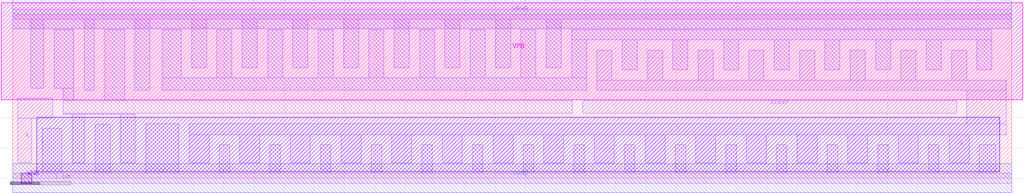
<source format=lef>
VERSION 5.7 ;
  NOWIREEXTENSIONATPIN ON ;
  DIVIDERCHAR "/" ;
  BUSBITCHARS "[]" ;
MACRO sky130_fd_sc_hd__a2bb2o_1
  CLASS CORE ;
  FOREIGN sky130_fd_sc_hd__a2bb2o_1 ;
  ORIGIN 0.000 0.000 ;
  SIZE 3.680 BY 2.720 ;
  SYMMETRY X Y R90 ;
  SITE unithd ;
  PIN A1_N
    DIRECTION INPUT ;
    USE SIGNAL ;
    ANTENNAGATEAREA 0.126000 ;
    PORT
      LAYER li1 ;
        RECT 0.910 0.995 1.240 1.615 ;
    END
  END A1_N
  PIN A2_N
    DIRECTION INPUT ;
    USE SIGNAL ;
    ANTENNAGATEAREA 0.126000 ;
    PORT
      LAYER li1 ;
        RECT 1.410 0.995 1.700 1.375 ;
    END
  END A2_N
  PIN B1
    DIRECTION INPUT ;
    USE SIGNAL ;
    ANTENNAGATEAREA 0.126000 ;
    PORT
      LAYER li1 ;
        RECT 3.280 0.765 3.540 1.655 ;
    END
  END B1
  PIN B2
    DIRECTION INPUT ;
    USE SIGNAL ;
    ANTENNAGATEAREA 0.126000 ;
    PORT
      LAYER li1 ;
        RECT 2.600 1.355 3.080 1.655 ;
        RECT 2.820 0.765 3.080 1.355 ;
    END
  END B2
  PIN VGND
    DIRECTION INOUT ;
    USE GROUND ;
    SHAPE ABUTMENT ;
    PORT
      LAYER met1 ;
        RECT 0.000 -0.240 3.680 0.240 ;
    END
  END VGND
  PIN VNB
    DIRECTION INOUT ;
    USE GROUND ;
    PORT
      LAYER pwell ;
        RECT 0.005 0.785 0.925 1.015 ;
        RECT 0.005 0.105 3.590 0.785 ;
        RECT 0.150 -0.085 0.320 0.105 ;
    END
  END VNB
  PIN VPB
    DIRECTION INOUT ;
    USE POWER ;
    PORT
      LAYER nwell ;
        RECT -0.190 1.305 3.870 2.910 ;
    END
  END VPB
  PIN VPWR
    DIRECTION INOUT ;
    USE POWER ;
    SHAPE ABUTMENT ;
    PORT
      LAYER met1 ;
        RECT 0.000 2.480 3.680 2.960 ;
    END
  END VPWR
  PIN X
    DIRECTION OUTPUT ;
    USE SIGNAL ;
    ANTENNADIFFAREA 0.429000 ;
    PORT
      LAYER li1 ;
        RECT 0.085 1.525 0.345 2.465 ;
        RECT 0.085 0.810 0.260 1.525 ;
        RECT 0.085 0.255 0.345 0.810 ;
    END
  END X
  OBS
      LAYER li1 ;
        RECT 0.000 2.635 3.680 2.805 ;
        RECT 0.515 2.235 0.845 2.635 ;
        RECT 1.990 2.370 2.245 2.465 ;
        RECT 1.105 2.200 2.245 2.370 ;
        RECT 2.415 2.255 2.745 2.425 ;
        RECT 1.105 1.975 1.275 2.200 ;
        RECT 0.515 1.805 1.275 1.975 ;
        RECT 1.990 2.065 2.245 2.200 ;
        RECT 0.515 1.325 0.685 1.805 ;
        RECT 1.540 1.715 1.710 1.905 ;
        RECT 1.990 1.895 2.400 2.065 ;
        RECT 1.540 1.545 2.060 1.715 ;
        RECT 0.430 0.995 0.685 1.325 ;
        RECT 1.890 0.825 2.060 1.545 ;
        RECT 1.180 0.655 2.060 0.825 ;
        RECT 2.230 0.870 2.400 1.895 ;
        RECT 2.575 2.005 2.745 2.255 ;
        RECT 2.915 2.175 3.165 2.635 ;
        RECT 3.335 2.005 3.515 2.465 ;
        RECT 2.575 1.835 3.515 2.005 ;
        RECT 2.230 0.700 2.580 0.870 ;
        RECT 0.515 0.085 0.945 0.530 ;
        RECT 1.180 0.255 1.350 0.655 ;
        RECT 1.520 0.085 2.240 0.485 ;
        RECT 2.410 0.255 2.580 0.700 ;
        RECT 3.155 0.085 3.555 0.595 ;
        RECT 0.000 -0.085 3.680 0.085 ;
  END
END sky130_fd_sc_hd__a2bb2o_1

#--------EOF---------

MACRO sky130_fd_sc_hd__a2bb2o_2
  CLASS CORE ;
  FOREIGN sky130_fd_sc_hd__a2bb2o_2 ;
  ORIGIN 0.000 0.000 ;
  SIZE 4.140 BY 2.720 ;
  SYMMETRY X Y R90 ;
  SITE unithd ;
  PIN A1_N
    DIRECTION INPUT ;
    USE SIGNAL ;
    ANTENNAGATEAREA 0.159000 ;
    PORT
      LAYER li1 ;
        RECT 1.345 0.995 1.675 1.615 ;
    END
  END A1_N
  PIN A2_N
    DIRECTION INPUT ;
    USE SIGNAL ;
    ANTENNAGATEAREA 0.159000 ;
    PORT
      LAYER li1 ;
        RECT 1.845 0.995 2.135 1.375 ;
    END
  END A2_N
  PIN B1
    DIRECTION INPUT ;
    USE SIGNAL ;
    ANTENNAGATEAREA 0.159000 ;
    PORT
      LAYER li1 ;
        RECT 3.730 0.765 3.990 1.655 ;
    END
  END B1
  PIN B2
    DIRECTION INPUT ;
    USE SIGNAL ;
    ANTENNAGATEAREA 0.159000 ;
    PORT
      LAYER li1 ;
        RECT 3.050 1.355 3.530 1.655 ;
        RECT 3.270 0.765 3.530 1.355 ;
    END
  END B2
  PIN VGND
    DIRECTION INOUT ;
    USE GROUND ;
    SHAPE ABUTMENT ;
    PORT
      LAYER met1 ;
        RECT 0.000 -0.240 4.140 0.240 ;
    END
  END VGND
  PIN VNB
    DIRECTION INOUT ;
    USE GROUND ;
    PORT
      LAYER pwell ;
        RECT 0.015 0.785 1.360 1.015 ;
        RECT 0.015 0.105 4.040 0.785 ;
        RECT 0.125 -0.085 0.295 0.105 ;
    END
  END VNB
  PIN VPB
    DIRECTION INOUT ;
    USE POWER ;
    PORT
      LAYER nwell ;
        RECT -0.190 1.305 4.330 2.910 ;
    END
  END VPB
  PIN VPWR
    DIRECTION INOUT ;
    USE POWER ;
    SHAPE ABUTMENT ;
    PORT
      LAYER met1 ;
        RECT 0.000 2.480 4.140 2.960 ;
    END
  END VPWR
  PIN X
    DIRECTION OUTPUT ;
    USE SIGNAL ;
    ANTENNADIFFAREA 0.445500 ;
    PORT
      LAYER li1 ;
        RECT 0.525 1.525 0.780 2.465 ;
        RECT 0.525 0.810 0.695 1.525 ;
        RECT 0.525 0.255 0.780 0.810 ;
    END
  END X
  OBS
      LAYER li1 ;
        RECT 0.000 2.635 4.140 2.805 ;
        RECT 0.185 1.445 0.355 2.635 ;
        RECT 0.950 2.235 1.280 2.635 ;
        RECT 2.500 2.370 2.670 2.465 ;
        RECT 1.540 2.200 2.670 2.370 ;
        RECT 2.875 2.255 3.205 2.425 ;
        RECT 1.540 1.975 1.710 2.200 ;
        RECT 0.950 1.805 1.710 1.975 ;
        RECT 2.440 2.065 2.670 2.200 ;
        RECT 0.950 1.325 1.120 1.805 ;
        RECT 1.975 1.715 2.145 1.905 ;
        RECT 2.440 1.895 2.850 2.065 ;
        RECT 1.975 1.545 2.510 1.715 ;
        RECT 0.865 0.995 1.120 1.325 ;
        RECT 0.185 0.085 0.355 0.930 ;
        RECT 2.340 0.825 2.510 1.545 ;
        RECT 1.615 0.655 2.510 0.825 ;
        RECT 2.680 0.870 2.850 1.895 ;
        RECT 3.035 2.005 3.205 2.255 ;
        RECT 3.375 2.175 3.625 2.635 ;
        RECT 3.795 2.005 3.965 2.465 ;
        RECT 3.035 1.835 3.965 2.005 ;
        RECT 2.680 0.700 3.030 0.870 ;
        RECT 0.950 0.085 1.380 0.530 ;
        RECT 1.615 0.255 1.785 0.655 ;
        RECT 1.955 0.085 2.690 0.485 ;
        RECT 2.860 0.255 3.030 0.700 ;
        RECT 3.605 0.085 4.005 0.595 ;
        RECT 0.000 -0.085 4.140 0.085 ;
  END
END sky130_fd_sc_hd__a2bb2o_2

#--------EOF---------

MACRO sky130_fd_sc_hd__a2bb2o_4
  CLASS CORE ;
  FOREIGN sky130_fd_sc_hd__a2bb2o_4 ;
  ORIGIN 0.000 0.000 ;
  SIZE 7.360 BY 2.720 ;
  SYMMETRY X Y R90 ;
  SITE unithd ;
  PIN A1_N
    DIRECTION INPUT ;
    USE SIGNAL ;
    ANTENNAGATEAREA 0.495000 ;
    PORT
      LAYER li1 ;
        RECT 3.475 1.445 4.965 1.615 ;
        RECT 3.475 1.325 3.645 1.445 ;
        RECT 3.315 1.075 3.645 1.325 ;
        RECT 4.605 1.075 4.965 1.445 ;
    END
  END A1_N
  PIN A2_N
    DIRECTION INPUT ;
    USE SIGNAL ;
    ANTENNAGATEAREA 0.495000 ;
    PORT
      LAYER li1 ;
        RECT 3.815 1.075 4.435 1.275 ;
    END
  END A2_N
  PIN B1
    DIRECTION INPUT ;
    USE SIGNAL ;
    ANTENNAGATEAREA 0.495000 ;
    PORT
      LAYER li1 ;
        RECT 0.085 1.445 1.685 1.615 ;
        RECT 0.085 1.075 0.575 1.445 ;
        RECT 1.515 1.245 1.685 1.445 ;
        RECT 1.515 1.075 1.895 1.245 ;
    END
  END B1
  PIN B2
    DIRECTION INPUT ;
    USE SIGNAL ;
    ANTENNAGATEAREA 0.495000 ;
    PORT
      LAYER li1 ;
        RECT 0.805 1.075 1.345 1.275 ;
    END
  END B2
  PIN VGND
    DIRECTION INOUT ;
    USE GROUND ;
    SHAPE ABUTMENT ;
    PORT
      LAYER met1 ;
        RECT 0.000 -0.240 7.360 0.240 ;
    END
  END VGND
  PIN VNB
    DIRECTION INOUT ;
    USE GROUND ;
    PORT
      LAYER pwell ;
        RECT 0.005 0.105 6.915 1.015 ;
        RECT 0.150 -0.085 0.320 0.105 ;
    END
  END VNB
  PIN VPB
    DIRECTION INOUT ;
    USE POWER ;
    PORT
      LAYER nwell ;
        RECT -0.190 1.305 7.550 2.910 ;
    END
  END VPB
  PIN VPWR
    DIRECTION INOUT ;
    USE POWER ;
    SHAPE ABUTMENT ;
    PORT
      LAYER met1 ;
        RECT 0.000 2.480 7.360 2.960 ;
    END
  END VPWR
  PIN X
    DIRECTION OUTPUT ;
    USE SIGNAL ;
    ANTENNADIFFAREA 0.891000 ;
    PORT
      LAYER li1 ;
        RECT 5.275 1.955 5.525 2.465 ;
        RECT 6.115 1.955 6.365 2.465 ;
        RECT 5.275 1.785 6.365 1.955 ;
        RECT 6.115 1.655 6.365 1.785 ;
        RECT 6.115 1.415 6.920 1.655 ;
        RECT 6.610 0.905 6.920 1.415 ;
        RECT 5.235 0.725 6.920 0.905 ;
        RECT 5.235 0.275 5.565 0.725 ;
        RECT 6.075 0.275 6.405 0.725 ;
    END
  END X
  OBS
      LAYER li1 ;
        RECT 0.000 2.635 7.360 2.805 ;
        RECT 0.135 1.955 0.385 2.465 ;
        RECT 0.555 2.125 0.805 2.635 ;
        RECT 0.975 1.955 1.225 2.465 ;
        RECT 1.395 2.125 1.645 2.635 ;
        RECT 1.815 2.295 2.905 2.465 ;
        RECT 1.815 1.955 2.065 2.295 ;
        RECT 2.655 2.135 2.905 2.295 ;
        RECT 3.175 2.135 3.425 2.635 ;
        RECT 3.595 2.295 4.685 2.465 ;
        RECT 3.595 2.135 3.845 2.295 ;
        RECT 0.135 1.785 2.065 1.955 ;
        RECT 1.855 1.455 2.065 1.785 ;
        RECT 2.235 1.965 2.485 2.125 ;
        RECT 4.015 1.965 4.265 2.125 ;
        RECT 2.235 1.415 2.620 1.965 ;
        RECT 3.135 1.785 4.265 1.965 ;
        RECT 4.435 1.785 4.685 2.295 ;
        RECT 4.855 1.795 5.105 2.635 ;
        RECT 5.695 2.165 5.945 2.635 ;
        RECT 6.535 1.825 6.785 2.635 ;
        RECT 3.135 1.665 3.305 1.785 ;
        RECT 2.955 1.495 3.305 1.665 ;
        RECT 2.235 0.905 2.445 1.415 ;
        RECT 2.955 1.245 3.145 1.495 ;
        RECT 2.615 1.075 3.145 1.245 ;
        RECT 5.135 1.245 5.460 1.615 ;
        RECT 5.135 1.075 6.440 1.245 ;
        RECT 2.955 0.905 3.145 1.075 ;
        RECT 0.175 0.085 0.345 0.895 ;
        RECT 0.515 0.475 0.765 0.905 ;
        RECT 0.935 0.735 2.525 0.905 ;
        RECT 0.935 0.645 1.270 0.735 ;
        RECT 0.515 0.255 1.685 0.475 ;
        RECT 1.855 0.085 2.025 0.555 ;
        RECT 2.195 0.255 2.525 0.735 ;
        RECT 2.955 0.725 4.725 0.905 ;
        RECT 2.695 0.085 3.385 0.555 ;
        RECT 3.555 0.255 3.885 0.725 ;
        RECT 4.055 0.085 4.225 0.555 ;
        RECT 4.395 0.255 4.725 0.725 ;
        RECT 4.895 0.085 5.065 0.895 ;
        RECT 5.735 0.085 5.905 0.555 ;
        RECT 6.575 0.085 6.745 0.555 ;
        RECT 0.000 -0.085 7.360 0.085 ;
      LAYER met1 ;
        RECT 2.390 1.600 2.680 1.645 ;
        RECT 5.170 1.600 5.460 1.645 ;
        RECT 2.390 1.460 5.460 1.600 ;
        RECT 2.390 1.415 2.680 1.460 ;
        RECT 5.170 1.415 5.460 1.460 ;
  END
END sky130_fd_sc_hd__a2bb2o_4

#--------EOF---------

MACRO sky130_fd_sc_hd__a2bb2oi_1
  CLASS CORE ;
  FOREIGN sky130_fd_sc_hd__a2bb2oi_1 ;
  ORIGIN 0.000 0.000 ;
  SIZE 3.220 BY 2.720 ;
  SYMMETRY X Y R90 ;
  SITE unithd ;
  PIN A1_N
    DIRECTION INPUT ;
    USE SIGNAL ;
    ANTENNAGATEAREA 0.247500 ;
    PORT
      LAYER li1 ;
        RECT 0.150 0.995 0.520 1.615 ;
    END
  END A1_N
  PIN A2_N
    DIRECTION INPUT ;
    USE SIGNAL ;
    ANTENNAGATEAREA 0.247500 ;
    PORT
      LAYER li1 ;
        RECT 0.725 1.010 1.240 1.275 ;
    END
  END A2_N
  PIN B1
    DIRECTION INPUT ;
    USE SIGNAL ;
    ANTENNAGATEAREA 0.247500 ;
    PORT
      LAYER li1 ;
        RECT 2.780 0.995 3.070 1.615 ;
    END
  END B1
  PIN B2
    DIRECTION INPUT ;
    USE SIGNAL ;
    ANTENNAGATEAREA 0.247500 ;
    PORT
      LAYER li1 ;
        RECT 2.245 0.995 2.610 1.615 ;
        RECT 2.440 0.425 2.610 0.995 ;
    END
  END B2
  PIN VGND
    DIRECTION INOUT ;
    USE GROUND ;
    SHAPE ABUTMENT ;
    PORT
      LAYER met1 ;
        RECT 0.000 -0.240 3.220 0.240 ;
    END
  END VGND
  PIN VNB
    DIRECTION INOUT ;
    USE GROUND ;
    PORT
      LAYER pwell ;
        RECT 0.005 0.105 3.215 1.015 ;
        RECT 0.145 -0.085 0.315 0.105 ;
    END
  END VNB
  PIN VPB
    DIRECTION INOUT ;
    USE POWER ;
    PORT
      LAYER nwell ;
        RECT -0.190 1.305 3.410 2.910 ;
    END
  END VPB
  PIN VPWR
    DIRECTION INOUT ;
    USE POWER ;
    SHAPE ABUTMENT ;
    PORT
      LAYER met1 ;
        RECT 0.000 2.480 3.220 2.960 ;
    END
  END VPWR
  PIN Y
    DIRECTION OUTPUT ;
    USE SIGNAL ;
    ANTENNADIFFAREA 0.515500 ;
    PORT
      LAYER li1 ;
        RECT 1.420 1.955 1.785 2.465 ;
        RECT 1.420 1.785 1.945 1.955 ;
        RECT 1.775 0.825 1.945 1.785 ;
        RECT 1.775 0.255 2.205 0.825 ;
    END
  END Y
  OBS
      LAYER li1 ;
        RECT 0.000 2.635 3.220 2.805 ;
        RECT 0.095 1.805 0.425 2.635 ;
        RECT 0.875 1.615 1.205 2.465 ;
        RECT 1.955 2.235 2.285 2.465 ;
        RECT 2.115 1.955 2.285 2.235 ;
        RECT 2.455 2.135 2.705 2.635 ;
        RECT 2.875 1.955 3.130 2.465 ;
        RECT 2.115 1.785 3.130 1.955 ;
        RECT 0.875 1.445 1.580 1.615 ;
        RECT 1.410 0.830 1.580 1.445 ;
        RECT 0.095 0.085 0.425 0.825 ;
        RECT 0.595 0.660 1.580 0.830 ;
        RECT 0.595 0.255 0.765 0.660 ;
        RECT 0.935 0.085 1.605 0.490 ;
        RECT 2.795 0.085 3.125 0.825 ;
        RECT 0.000 -0.085 3.220 0.085 ;
  END
END sky130_fd_sc_hd__a2bb2oi_1

#--------EOF---------

MACRO sky130_fd_sc_hd__a2bb2oi_2
  CLASS CORE ;
  FOREIGN sky130_fd_sc_hd__a2bb2oi_2 ;
  ORIGIN 0.000 0.000 ;
  SIZE 5.520 BY 2.720 ;
  SYMMETRY X Y R90 ;
  SITE unithd ;
  PIN A1_N
    DIRECTION INPUT ;
    USE SIGNAL ;
    ANTENNAGATEAREA 0.495000 ;
    PORT
      LAYER li1 ;
        RECT 3.310 1.075 4.205 1.275 ;
    END
  END A1_N
  PIN A2_N
    DIRECTION INPUT ;
    USE SIGNAL ;
    ANTENNAGATEAREA 0.495000 ;
    PORT
      LAYER li1 ;
        RECT 4.455 1.075 5.435 1.275 ;
    END
  END A2_N
  PIN B1
    DIRECTION INPUT ;
    USE SIGNAL ;
    ANTENNAGATEAREA 0.495000 ;
    PORT
      LAYER li1 ;
        RECT 0.085 1.445 2.030 1.615 ;
        RECT 0.085 1.075 0.710 1.445 ;
        RECT 1.700 1.075 2.030 1.445 ;
    END
  END B1
  PIN B2
    DIRECTION INPUT ;
    USE SIGNAL ;
    ANTENNAGATEAREA 0.495000 ;
    PORT
      LAYER li1 ;
        RECT 0.940 1.075 1.480 1.275 ;
    END
  END B2
  PIN VGND
    DIRECTION INOUT ;
    USE GROUND ;
    SHAPE ABUTMENT ;
    PORT
      LAYER met1 ;
        RECT 0.000 -0.240 5.520 0.240 ;
    END
  END VGND
  PIN VNB
    DIRECTION INOUT ;
    USE GROUND ;
    PORT
      LAYER pwell ;
        RECT 0.140 0.105 5.390 1.015 ;
        RECT 0.145 -0.085 0.315 0.105 ;
    END
  END VNB
  PIN VPB
    DIRECTION INOUT ;
    USE POWER ;
    PORT
      LAYER nwell ;
        RECT -0.190 1.305 5.710 2.910 ;
    END
  END VPB
  PIN VPWR
    DIRECTION INOUT ;
    USE POWER ;
    SHAPE ABUTMENT ;
    PORT
      LAYER met1 ;
        RECT 0.000 2.480 5.520 2.960 ;
    END
  END VPWR
  PIN Y
    DIRECTION OUTPUT ;
    USE SIGNAL ;
    ANTENNADIFFAREA 0.621000 ;
    PORT
      LAYER li1 ;
        RECT 2.370 1.660 2.620 2.125 ;
        RECT 2.370 0.905 2.660 1.660 ;
        RECT 1.070 0.725 2.660 0.905 ;
        RECT 1.070 0.645 1.400 0.725 ;
        RECT 2.330 0.255 2.660 0.725 ;
    END
  END Y
  OBS
      LAYER li1 ;
        RECT 0.000 2.635 5.520 2.805 ;
        RECT 0.270 1.955 0.520 2.465 ;
        RECT 0.690 2.135 0.940 2.635 ;
        RECT 1.110 1.955 1.360 2.465 ;
        RECT 1.530 2.135 1.780 2.635 ;
        RECT 1.950 2.295 3.040 2.465 ;
        RECT 1.950 1.955 2.200 2.295 ;
        RECT 0.270 1.785 2.200 1.955 ;
        RECT 2.790 1.795 3.040 2.295 ;
        RECT 3.310 1.965 3.560 2.465 ;
        RECT 3.730 2.135 3.980 2.635 ;
        RECT 4.150 2.295 5.240 2.465 ;
        RECT 4.150 1.965 4.400 2.295 ;
        RECT 3.310 1.785 4.400 1.965 ;
        RECT 4.570 1.615 4.820 2.125 ;
        RECT 2.950 1.445 4.820 1.615 ;
        RECT 4.990 1.455 5.240 2.295 ;
        RECT 2.950 1.325 3.120 1.445 ;
        RECT 2.830 0.995 3.120 1.325 ;
        RECT 2.950 0.905 3.120 0.995 ;
        RECT 0.310 0.085 0.480 0.895 ;
        RECT 0.650 0.475 0.900 0.895 ;
        RECT 2.950 0.725 4.860 0.905 ;
        RECT 0.650 0.255 1.820 0.475 ;
        RECT 1.990 0.085 2.160 0.555 ;
        RECT 2.830 0.085 3.520 0.555 ;
        RECT 3.690 0.255 4.020 0.725 ;
        RECT 4.190 0.085 4.360 0.555 ;
        RECT 4.530 0.255 4.860 0.725 ;
        RECT 5.030 0.085 5.200 0.905 ;
        RECT 0.000 -0.085 5.520 0.085 ;
  END
END sky130_fd_sc_hd__a2bb2oi_2

#--------EOF---------

MACRO sky130_fd_sc_hd__a2bb2oi_4
  CLASS CORE ;
  FOREIGN sky130_fd_sc_hd__a2bb2oi_4 ;
  ORIGIN 0.000 0.000 ;
  SIZE 9.660 BY 2.720 ;
  SYMMETRY X Y R90 ;
  SITE unithd ;
  PIN A1_N
    DIRECTION INPUT ;
    USE SIGNAL ;
    ANTENNAGATEAREA 0.990000 ;
    PORT
      LAYER li1 ;
        RECT 5.945 1.075 7.320 1.275 ;
    END
  END A1_N
  PIN A2_N
    DIRECTION INPUT ;
    USE SIGNAL ;
    ANTENNAGATEAREA 0.990000 ;
    PORT
      LAYER li1 ;
        RECT 7.595 1.075 9.045 1.275 ;
    END
  END A2_N
  PIN B1
    DIRECTION INPUT ;
    USE SIGNAL ;
    ANTENNAGATEAREA 0.990000 ;
    PORT
      LAYER li1 ;
        RECT 1.385 1.445 3.575 1.615 ;
        RECT 1.385 1.285 1.555 1.445 ;
        RECT 0.100 1.075 1.555 1.285 ;
        RECT 3.245 1.075 3.575 1.445 ;
    END
  END B1
  PIN B2
    DIRECTION INPUT ;
    USE SIGNAL ;
    ANTENNAGATEAREA 0.990000 ;
    PORT
      LAYER li1 ;
        RECT 1.725 1.075 3.075 1.275 ;
    END
  END B2
  PIN VGND
    DIRECTION INOUT ;
    USE GROUND ;
    SHAPE ABUTMENT ;
    PORT
      LAYER met1 ;
        RECT 0.000 -0.240 9.660 0.240 ;
    END
  END VGND
  PIN VNB
    DIRECTION INOUT ;
    USE GROUND ;
    PORT
      LAYER pwell ;
        RECT 0.005 0.105 9.435 1.015 ;
        RECT 0.150 -0.085 0.320 0.105 ;
    END
  END VNB
  PIN VPB
    DIRECTION INOUT ;
    USE POWER ;
    PORT
      LAYER nwell ;
        RECT -0.190 1.305 9.850 2.910 ;
    END
  END VPB
  PIN VPWR
    DIRECTION INOUT ;
    USE POWER ;
    SHAPE ABUTMENT ;
    PORT
      LAYER met1 ;
        RECT 0.000 2.480 9.660 2.960 ;
    END
  END VPWR
  PIN Y
    DIRECTION OUTPUT ;
    USE SIGNAL ;
    ANTENNADIFFAREA 1.242000 ;
    PORT
      LAYER li1 ;
        RECT 3.915 1.615 4.165 2.125 ;
        RECT 4.745 1.615 4.965 2.125 ;
        RECT 3.745 1.415 4.965 1.615 ;
        RECT 3.745 0.905 3.915 1.415 ;
        RECT 1.775 0.725 5.045 0.905 ;
        RECT 1.775 0.645 2.995 0.725 ;
        RECT 3.875 0.275 4.205 0.725 ;
        RECT 4.715 0.275 5.045 0.725 ;
    END
  END Y
  OBS
      LAYER li1 ;
        RECT 0.000 2.635 9.660 2.805 ;
        RECT 0.085 1.625 0.425 2.465 ;
        RECT 0.595 1.795 0.805 2.635 ;
        RECT 0.975 1.965 1.215 2.465 ;
        RECT 1.395 2.135 1.645 2.635 ;
        RECT 1.815 1.965 2.065 2.465 ;
        RECT 2.235 2.135 2.485 2.635 ;
        RECT 2.655 1.965 2.905 2.465 ;
        RECT 3.075 2.135 3.325 2.635 ;
        RECT 3.495 2.295 5.465 2.465 ;
        RECT 3.495 1.965 3.745 2.295 ;
        RECT 0.975 1.795 3.745 1.965 ;
        RECT 4.335 1.795 4.575 2.295 ;
        RECT 0.975 1.625 1.215 1.795 ;
        RECT 0.085 1.455 1.215 1.625 ;
        RECT 5.135 1.455 5.465 2.295 ;
        RECT 5.655 1.625 5.985 2.465 ;
        RECT 6.155 1.795 6.365 2.635 ;
        RECT 6.540 1.625 6.780 2.465 ;
        RECT 6.955 1.795 7.205 2.635 ;
        RECT 7.375 2.295 9.310 2.465 ;
        RECT 7.375 1.625 7.625 2.295 ;
        RECT 5.655 1.455 7.625 1.625 ;
        RECT 7.795 1.625 8.045 2.125 ;
        RECT 8.215 1.795 8.465 2.295 ;
        RECT 8.635 1.625 8.885 2.125 ;
        RECT 9.060 1.795 9.310 2.295 ;
        RECT 7.795 1.455 9.575 1.625 ;
        RECT 4.085 1.075 5.725 1.245 ;
        RECT 5.555 0.905 5.725 1.075 ;
        RECT 9.215 0.905 9.575 1.455 ;
        RECT 0.175 0.085 0.345 0.895 ;
        RECT 0.515 0.725 1.605 0.905 ;
        RECT 5.555 0.735 9.575 0.905 ;
        RECT 0.515 0.255 0.845 0.725 ;
        RECT 1.015 0.085 1.185 0.555 ;
        RECT 1.355 0.475 1.605 0.725 ;
        RECT 6.075 0.725 8.925 0.735 ;
        RECT 1.355 0.255 3.365 0.475 ;
        RECT 3.535 0.085 3.705 0.555 ;
        RECT 4.375 0.085 4.545 0.555 ;
        RECT 5.215 0.085 5.905 0.555 ;
        RECT 6.075 0.255 6.405 0.725 ;
        RECT 6.575 0.085 6.745 0.555 ;
        RECT 6.915 0.255 7.245 0.725 ;
        RECT 7.415 0.085 7.585 0.555 ;
        RECT 7.755 0.255 8.085 0.725 ;
        RECT 8.255 0.085 8.425 0.555 ;
        RECT 8.595 0.255 8.925 0.725 ;
        RECT 9.095 0.085 9.265 0.555 ;
        RECT 0.000 -0.085 9.660 0.085 ;
  END
END sky130_fd_sc_hd__a2bb2oi_4

#--------EOF---------

MACRO sky130_fd_sc_hd__a21bo_1
  CLASS CORE ;
  FOREIGN sky130_fd_sc_hd__a21bo_1 ;
  ORIGIN 0.000 0.000 ;
  SIZE 3.680 BY 2.720 ;
  SYMMETRY X Y R90 ;
  SITE unithd ;
  PIN A1
    DIRECTION INPUT ;
    USE SIGNAL ;
    ANTENNAGATEAREA 0.247500 ;
    PORT
      LAYER li1 ;
        RECT 1.750 0.995 2.175 1.615 ;
    END
  END A1
  PIN A2
    DIRECTION INPUT ;
    USE SIGNAL ;
    ANTENNAGATEAREA 0.247500 ;
    PORT
      LAYER li1 ;
        RECT 2.370 0.995 2.630 1.615 ;
    END
  END A2
  PIN B1_N
    DIRECTION INPUT ;
    USE SIGNAL ;
    ANTENNAGATEAREA 0.126000 ;
    PORT
      LAYER li1 ;
        RECT 0.105 0.325 0.335 1.665 ;
    END
  END B1_N
  PIN VGND
    DIRECTION INOUT ;
    USE GROUND ;
    SHAPE ABUTMENT ;
    PORT
      LAYER met1 ;
        RECT 0.000 -0.240 3.680 0.240 ;
    END
  END VGND
  PIN VNB
    DIRECTION INOUT ;
    USE GROUND ;
    PORT
      LAYER pwell ;
        RECT 0.145 -0.085 0.315 0.085 ;
    END
  END VNB
  PIN VPB
    DIRECTION INOUT ;
    USE POWER ;
    PORT
      LAYER nwell ;
        RECT -0.190 1.305 3.870 2.910 ;
    END
  END VPB
  PIN VPWR
    DIRECTION INOUT ;
    USE POWER ;
    SHAPE ABUTMENT ;
    PORT
      LAYER met1 ;
        RECT 0.000 2.480 3.680 2.960 ;
    END
  END VPWR
  PIN X
    DIRECTION OUTPUT ;
    USE SIGNAL ;
    ANTENNADIFFAREA 0.429000 ;
    PORT
      LAYER li1 ;
        RECT 3.300 0.265 3.580 2.455 ;
    END
  END X
  OBS
      LAYER pwell ;
        RECT 0.850 0.785 3.675 1.015 ;
        RECT 0.345 0.105 3.675 0.785 ;
      LAYER li1 ;
        RECT 0.000 2.635 3.680 2.805 ;
        RECT 0.105 2.045 0.345 2.435 ;
        RECT 0.515 2.225 0.865 2.635 ;
        RECT 0.105 1.845 0.855 2.045 ;
        RECT 0.515 1.165 0.855 1.845 ;
        RECT 1.035 1.345 1.365 2.455 ;
        RECT 1.535 1.985 1.715 2.455 ;
        RECT 1.885 2.155 2.215 2.635 ;
        RECT 2.390 1.985 2.560 2.455 ;
        RECT 1.535 1.785 2.560 1.985 ;
        RECT 2.825 1.495 3.110 2.635 ;
        RECT 0.515 0.265 0.745 1.165 ;
        RECT 1.035 1.045 1.580 1.345 ;
        RECT 0.945 0.085 1.190 0.865 ;
        RECT 1.360 0.815 1.580 1.045 ;
        RECT 2.840 0.815 3.100 1.325 ;
        RECT 1.360 0.625 3.100 0.815 ;
        RECT 1.360 0.265 1.790 0.625 ;
        RECT 2.370 0.085 3.100 0.455 ;
        RECT 0.000 -0.085 3.680 0.085 ;
  END
END sky130_fd_sc_hd__a21bo_1

#--------EOF---------

MACRO sky130_fd_sc_hd__a21bo_2
  CLASS CORE ;
  FOREIGN sky130_fd_sc_hd__a21bo_2 ;
  ORIGIN 0.000 0.000 ;
  SIZE 3.680 BY 2.720 ;
  SYMMETRY X Y R90 ;
  SITE unithd ;
  PIN A1
    DIRECTION INPUT ;
    USE SIGNAL ;
    ANTENNAGATEAREA 0.247500 ;
    PORT
      LAYER li1 ;
        RECT 2.685 0.995 3.100 1.615 ;
    END
  END A1
  PIN A2
    DIRECTION INPUT ;
    USE SIGNAL ;
    ANTENNAGATEAREA 0.247500 ;
    PORT
      LAYER li1 ;
        RECT 3.270 0.995 3.560 1.615 ;
    END
  END A2
  PIN B1_N
    DIRECTION INPUT ;
    USE SIGNAL ;
    ANTENNAGATEAREA 0.126000 ;
    PORT
      LAYER li1 ;
        RECT 1.070 1.035 1.525 1.325 ;
        RECT 1.330 0.995 1.525 1.035 ;
    END
  END B1_N
  PIN VGND
    DIRECTION INOUT ;
    USE GROUND ;
    SHAPE ABUTMENT ;
    PORT
      LAYER met1 ;
        RECT 0.000 -0.240 3.680 0.240 ;
    END
  END VGND
  PIN VNB
    DIRECTION INOUT ;
    USE GROUND ;
    PORT
      LAYER pwell ;
        RECT 0.005 0.105 3.655 1.015 ;
        RECT 0.150 -0.085 0.320 0.105 ;
    END
  END VNB
  PIN VPB
    DIRECTION INOUT ;
    USE POWER ;
    PORT
      LAYER nwell ;
        RECT -0.190 1.305 3.870 2.910 ;
    END
  END VPB
  PIN VPWR
    DIRECTION INOUT ;
    USE POWER ;
    SHAPE ABUTMENT ;
    PORT
      LAYER met1 ;
        RECT 0.000 2.480 3.680 2.960 ;
    END
  END VPWR
  PIN X
    DIRECTION OUTPUT ;
    USE SIGNAL ;
    ANTENNADIFFAREA 0.462000 ;
    PORT
      LAYER li1 ;
        RECT 0.595 2.005 0.850 2.425 ;
        RECT 0.150 1.835 0.850 2.005 ;
        RECT 0.150 0.885 0.380 1.835 ;
        RECT 0.150 0.715 0.850 0.885 ;
        RECT 0.520 0.315 0.850 0.715 ;
    END
  END X
  OBS
      LAYER li1 ;
        RECT 0.000 2.635 3.680 2.805 ;
        RECT 0.090 2.255 0.425 2.635 ;
        RECT 1.040 2.275 1.370 2.635 ;
        RECT 1.975 2.105 2.225 2.465 ;
        RECT 1.115 1.895 2.225 2.105 ;
        RECT 1.115 1.665 1.285 1.895 ;
        RECT 0.570 1.495 1.285 1.665 ;
        RECT 1.455 1.555 1.865 1.725 ;
        RECT 0.570 1.075 0.900 1.495 ;
        RECT 1.695 1.325 1.865 1.555 ;
        RECT 2.055 1.675 2.225 1.895 ;
        RECT 2.395 2.015 2.725 2.465 ;
        RECT 2.895 2.185 3.065 2.635 ;
        RECT 3.235 2.015 3.565 2.465 ;
        RECT 2.395 1.845 3.565 2.015 ;
        RECT 2.055 1.505 2.515 1.675 ;
        RECT 1.695 0.995 2.175 1.325 ;
        RECT 0.090 0.085 0.345 0.545 ;
        RECT 1.020 0.085 1.220 0.865 ;
        RECT 1.695 0.825 1.865 0.995 ;
        RECT 1.455 0.655 1.865 0.825 ;
        RECT 2.345 0.825 2.515 1.505 ;
        RECT 2.345 0.635 2.740 0.825 ;
        RECT 1.975 0.085 2.305 0.465 ;
        RECT 3.235 0.085 3.565 0.825 ;
        RECT 0.000 -0.085 3.680 0.085 ;
  END
END sky130_fd_sc_hd__a21bo_2

#--------EOF---------

MACRO sky130_fd_sc_hd__a21bo_4
  CLASS CORE ;
  FOREIGN sky130_fd_sc_hd__a21bo_4 ;
  ORIGIN 0.000 0.000 ;
  SIZE 5.980 BY 2.720 ;
  SYMMETRY X Y R90 ;
  SITE unithd ;
  PIN A1
    DIRECTION INPUT ;
    USE SIGNAL ;
    ANTENNAGATEAREA 0.495000 ;
    PORT
      LAYER li1 ;
        RECT 4.590 1.010 4.955 1.360 ;
    END
  END A1
  PIN A2
    DIRECTION INPUT ;
    USE SIGNAL ;
    ANTENNAGATEAREA 0.495000 ;
    PORT
      LAYER li1 ;
        RECT 4.245 1.595 5.390 1.765 ;
        RECT 4.245 1.275 4.420 1.595 ;
        RECT 4.025 1.010 4.420 1.275 ;
        RECT 5.220 1.290 5.390 1.595 ;
        RECT 5.220 1.055 5.700 1.290 ;
    END
  END A2
  PIN B1_N
    DIRECTION INPUT ;
    USE SIGNAL ;
    ANTENNAGATEAREA 0.247500 ;
    PORT
      LAYER li1 ;
        RECT 0.500 1.010 0.830 1.625 ;
    END
  END B1_N
  PIN VGND
    DIRECTION INOUT ;
    USE GROUND ;
    SHAPE ABUTMENT ;
    PORT
      LAYER met1 ;
        RECT 0.000 -0.240 5.980 0.240 ;
    END
  END VGND
  PIN VNB
    DIRECTION INOUT ;
    USE GROUND ;
    PORT
      LAYER pwell ;
        RECT 0.080 0.105 5.915 1.015 ;
        RECT 0.145 -0.085 0.315 0.105 ;
    END
  END VNB
  PIN VPB
    DIRECTION INOUT ;
    USE POWER ;
    PORT
      LAYER nwell ;
        RECT -0.190 1.305 6.170 2.910 ;
    END
  END VPB
  PIN VPWR
    DIRECTION INOUT ;
    USE POWER ;
    SHAPE ABUTMENT ;
    PORT
      LAYER met1 ;
        RECT 0.000 2.480 5.980 2.960 ;
    END
  END VPWR
  PIN X
    DIRECTION OUTPUT ;
    USE SIGNAL ;
    ANTENNADIFFAREA 0.924000 ;
    PORT
      LAYER li1 ;
        RECT 1.000 1.595 2.410 1.765 ;
        RECT 1.000 0.785 1.235 1.595 ;
        RECT 1.000 0.615 2.340 0.785 ;
    END
  END X
  OBS
      LAYER li1 ;
        RECT 0.000 2.635 5.980 2.805 ;
        RECT 0.105 2.105 0.550 2.465 ;
        RECT 0.720 2.275 1.050 2.635 ;
        RECT 1.580 2.275 1.910 2.635 ;
        RECT 2.435 2.275 2.770 2.635 ;
        RECT 3.055 2.210 4.065 2.380 ;
        RECT 4.235 2.275 4.565 2.635 ;
        RECT 5.075 2.275 5.405 2.635 ;
        RECT 0.105 1.935 2.870 2.105 ;
        RECT 0.105 1.795 0.565 1.935 ;
        RECT 0.105 0.840 0.330 1.795 ;
        RECT 2.700 1.525 2.870 1.935 ;
        RECT 3.055 1.695 3.225 2.210 ;
        RECT 3.885 2.105 4.065 2.210 ;
        RECT 3.885 1.935 5.825 2.105 ;
        RECT 2.700 1.355 3.305 1.525 ;
        RECT 1.405 1.185 2.530 1.325 ;
        RECT 1.405 0.995 2.810 1.185 ;
        RECT 2.995 0.995 3.305 1.355 ;
        RECT 0.105 0.255 0.540 0.840 ;
        RECT 2.640 0.800 2.810 0.995 ;
        RECT 3.475 0.840 3.645 1.805 ;
        RECT 3.885 1.445 4.065 1.935 ;
        RECT 5.570 1.460 5.825 1.935 ;
        RECT 2.640 0.785 3.010 0.800 ;
        RECT 3.475 0.785 4.965 0.840 ;
        RECT 2.640 0.670 4.965 0.785 ;
        RECT 2.640 0.615 3.645 0.670 ;
        RECT 0.710 0.085 1.050 0.445 ;
        RECT 1.580 0.085 1.910 0.445 ;
        RECT 2.515 0.085 3.285 0.445 ;
        RECT 3.475 0.255 3.645 0.615 ;
        RECT 3.855 0.085 4.185 0.445 ;
        RECT 4.685 0.405 4.965 0.670 ;
        RECT 5.545 0.085 5.825 0.885 ;
        RECT 0.000 -0.085 5.980 0.085 ;
  END
END sky130_fd_sc_hd__a21bo_4

#--------EOF---------

MACRO sky130_fd_sc_hd__a21boi_0
  CLASS CORE ;
  FOREIGN sky130_fd_sc_hd__a21boi_0 ;
  ORIGIN 0.000 0.000 ;
  SIZE 2.760 BY 2.720 ;
  SYMMETRY X Y R90 ;
  SITE unithd ;
  PIN A1
    DIRECTION INPUT ;
    USE SIGNAL ;
    ANTENNAGATEAREA 0.159000 ;
    PORT
      LAYER li1 ;
        RECT 1.780 0.765 2.170 1.615 ;
    END
  END A1
  PIN A2
    DIRECTION INPUT ;
    USE SIGNAL ;
    ANTENNAGATEAREA 0.159000 ;
    PORT
      LAYER li1 ;
        RECT 2.340 0.765 2.615 1.435 ;
    END
  END A2
  PIN B1_N
    DIRECTION INPUT ;
    USE SIGNAL ;
    ANTENNAGATEAREA 0.126000 ;
    PORT
      LAYER li1 ;
        RECT 0.470 1.200 0.895 1.955 ;
    END
  END B1_N
  PIN VGND
    DIRECTION INOUT ;
    USE GROUND ;
    SHAPE ABUTMENT ;
    PORT
      LAYER met1 ;
        RECT 0.000 -0.240 2.760 0.240 ;
    END
  END VGND
  PIN VNB
    DIRECTION INOUT ;
    USE GROUND ;
    PORT
      LAYER pwell ;
        RECT 0.005 0.105 2.755 0.785 ;
        RECT 0.145 -0.085 0.315 0.105 ;
    END
  END VNB
  PIN VPB
    DIRECTION INOUT ;
    USE POWER ;
    PORT
      LAYER nwell ;
        RECT -0.190 1.305 2.950 2.910 ;
    END
  END VPB
  PIN VPWR
    DIRECTION INOUT ;
    USE POWER ;
    SHAPE ABUTMENT ;
    PORT
      LAYER met1 ;
        RECT 0.000 2.480 2.760 2.960 ;
    END
  END VPWR
  PIN Y
    DIRECTION OUTPUT ;
    USE SIGNAL ;
    ANTENNADIFFAREA 0.392200 ;
    PORT
      LAYER li1 ;
        RECT 1.065 1.655 1.305 2.465 ;
        RECT 1.065 1.200 1.610 1.655 ;
        RECT 1.315 0.255 1.610 1.200 ;
    END
  END Y
  OBS
      LAYER li1 ;
        RECT 0.000 2.635 2.760 2.805 ;
        RECT 0.095 2.085 0.355 2.465 ;
        RECT 0.525 2.175 0.855 2.635 ;
        RECT 0.095 1.030 0.300 2.085 ;
        RECT 1.475 2.005 1.805 2.465 ;
        RECT 1.975 2.175 2.165 2.635 ;
        RECT 2.335 2.005 2.665 2.465 ;
        RECT 1.475 1.825 2.665 2.005 ;
        RECT 0.095 0.780 1.145 1.030 ;
        RECT 0.095 0.280 0.380 0.780 ;
        RECT 0.550 0.085 1.145 0.610 ;
        RECT 2.335 0.085 2.665 0.595 ;
        RECT 0.000 -0.085 2.760 0.085 ;
  END
END sky130_fd_sc_hd__a21boi_0

#--------EOF---------

MACRO sky130_fd_sc_hd__a21boi_1
  CLASS CORE ;
  FOREIGN sky130_fd_sc_hd__a21boi_1 ;
  ORIGIN 0.000 0.000 ;
  SIZE 2.760 BY 2.720 ;
  SYMMETRY X Y R90 ;
  SITE unithd ;
  PIN A1
    DIRECTION INPUT ;
    USE SIGNAL ;
    ANTENNAGATEAREA 0.247500 ;
    PORT
      LAYER li1 ;
        RECT 1.760 0.995 2.155 1.345 ;
        RECT 1.945 0.375 2.155 0.995 ;
    END
  END A1
  PIN A2
    DIRECTION INPUT ;
    USE SIGNAL ;
    ANTENNAGATEAREA 0.247500 ;
    PORT
      LAYER li1 ;
        RECT 2.350 0.995 2.640 1.345 ;
    END
  END A2
  PIN B1_N
    DIRECTION INPUT ;
    USE SIGNAL ;
    ANTENNAGATEAREA 0.126000 ;
    PORT
      LAYER li1 ;
        RECT 0.105 0.975 0.335 1.665 ;
    END
  END B1_N
  PIN VGND
    DIRECTION INOUT ;
    USE GROUND ;
    SHAPE ABUTMENT ;
    PORT
      LAYER met1 ;
        RECT 0.000 -0.240 2.760 0.240 ;
    END
  END VGND
  PIN VNB
    DIRECTION INOUT ;
    USE GROUND ;
    PORT
      LAYER pwell ;
        RECT 0.785 0.785 2.745 1.015 ;
        RECT 0.295 0.105 2.745 0.785 ;
        RECT 0.295 0.085 0.315 0.105 ;
        RECT 0.145 -0.085 0.315 0.085 ;
    END
  END VNB
  PIN VPB
    DIRECTION INOUT ;
    USE POWER ;
    PORT
      LAYER nwell ;
        RECT -0.190 1.305 2.950 2.910 ;
    END
  END VPB
  PIN VPWR
    DIRECTION INOUT ;
    USE POWER ;
    SHAPE ABUTMENT ;
    PORT
      LAYER met1 ;
        RECT 0.000 2.480 2.760 2.960 ;
    END
  END VPWR
  PIN Y
    DIRECTION OUTPUT ;
    USE SIGNAL ;
    ANTENNADIFFAREA 0.551000 ;
    PORT
      LAYER li1 ;
        RECT 1.045 1.345 1.375 2.455 ;
        RECT 1.045 1.045 1.580 1.345 ;
        RECT 1.335 0.795 1.580 1.045 ;
        RECT 1.335 0.265 1.765 0.795 ;
    END
  END Y
  OBS
      LAYER li1 ;
        RECT 0.000 2.635 2.760 2.805 ;
        RECT 0.095 2.045 0.355 2.435 ;
        RECT 0.525 2.225 0.855 2.635 ;
        RECT 0.095 1.845 0.855 2.045 ;
        RECT 0.515 1.165 0.855 1.845 ;
        RECT 1.545 1.725 1.735 2.455 ;
        RECT 1.905 1.905 2.235 2.635 ;
        RECT 2.415 1.725 2.585 2.455 ;
        RECT 1.545 1.525 2.585 1.725 ;
        RECT 0.515 0.715 0.745 1.165 ;
        RECT 0.365 0.265 0.745 0.715 ;
        RECT 0.925 0.085 1.155 0.865 ;
        RECT 2.325 0.085 2.655 0.815 ;
        RECT 0.000 -0.085 2.760 0.085 ;
  END
END sky130_fd_sc_hd__a21boi_1

#--------EOF---------

MACRO sky130_fd_sc_hd__a21boi_2
  CLASS CORE ;
  FOREIGN sky130_fd_sc_hd__a21boi_2 ;
  ORIGIN 0.000 0.000 ;
  SIZE 4.140 BY 2.720 ;
  SYMMETRY X Y R90 ;
  SITE unithd ;
  PIN A1
    DIRECTION INPUT ;
    USE SIGNAL ;
    ANTENNAGATEAREA 0.495000 ;
    PORT
      LAYER li1 ;
        RECT 2.605 0.995 3.215 1.325 ;
    END
  END A1
  PIN A2
    DIRECTION INPUT ;
    USE SIGNAL ;
    ANTENNAGATEAREA 0.495000 ;
    PORT
      LAYER li1 ;
        RECT 2.100 1.495 3.675 1.675 ;
        RECT 2.100 1.245 2.425 1.495 ;
        RECT 2.095 1.075 2.425 1.245 ;
        RECT 3.385 1.295 3.675 1.495 ;
        RECT 3.385 1.035 3.795 1.295 ;
    END
  END A2
  PIN B1_N
    DIRECTION INPUT ;
    USE SIGNAL ;
    ANTENNAGATEAREA 0.126000 ;
    PORT
      LAYER li1 ;
        RECT 0.120 0.765 0.425 1.805 ;
    END
  END B1_N
  PIN VGND
    DIRECTION INOUT ;
    USE GROUND ;
    SHAPE ABUTMENT ;
    PORT
      LAYER met1 ;
        RECT 0.000 -0.240 4.140 0.240 ;
    END
  END VGND
  PIN VNB
    DIRECTION INOUT ;
    USE GROUND ;
    PORT
      LAYER pwell ;
        RECT 0.700 0.785 4.030 1.015 ;
        RECT 0.175 0.105 4.030 0.785 ;
        RECT 0.175 0.085 0.320 0.105 ;
        RECT 0.150 -0.085 0.320 0.085 ;
    END
  END VNB
  PIN VPB
    DIRECTION INOUT ;
    USE POWER ;
    PORT
      LAYER nwell ;
        RECT -0.190 1.305 4.330 2.910 ;
    END
  END VPB
  PIN VPWR
    DIRECTION INOUT ;
    USE POWER ;
    SHAPE ABUTMENT ;
    PORT
      LAYER met1 ;
        RECT 0.000 2.480 4.140 2.960 ;
    END
  END VPWR
  PIN Y
    DIRECTION OUTPUT ;
    USE SIGNAL ;
    ANTENNADIFFAREA 0.627500 ;
    PORT
      LAYER li1 ;
        RECT 1.520 0.785 1.715 2.115 ;
        RECT 1.520 0.615 3.060 0.785 ;
        RECT 1.520 0.255 1.720 0.615 ;
        RECT 2.730 0.255 3.060 0.615 ;
    END
  END Y
  OBS
      LAYER li1 ;
        RECT 0.000 2.635 4.140 2.805 ;
        RECT 0.095 2.080 0.425 2.635 ;
        RECT 1.045 2.285 2.215 2.465 ;
        RECT 0.595 1.285 0.855 2.265 ;
        RECT 1.045 1.795 1.350 2.285 ;
        RECT 1.885 2.025 2.215 2.285 ;
        RECT 2.385 2.195 2.555 2.635 ;
        RECT 2.810 2.105 2.980 2.465 ;
        RECT 3.160 2.275 3.490 2.635 ;
        RECT 3.660 2.105 3.920 2.465 ;
        RECT 2.810 2.025 3.920 2.105 ;
        RECT 1.885 1.855 3.920 2.025 ;
        RECT 0.595 1.070 1.325 1.285 ;
        RECT 0.595 0.530 0.795 1.070 ;
        RECT 0.265 0.360 0.795 0.530 ;
        RECT 0.985 0.085 1.225 0.885 ;
        RECT 1.940 0.085 2.270 0.445 ;
        RECT 3.635 0.085 3.930 0.865 ;
        RECT 0.000 -0.085 4.140 0.085 ;
  END
END sky130_fd_sc_hd__a21boi_2

#--------EOF---------

MACRO sky130_fd_sc_hd__a21boi_4
  CLASS CORE ;
  FOREIGN sky130_fd_sc_hd__a21boi_4 ;
  ORIGIN 0.000 0.000 ;
  SIZE 6.900 BY 2.720 ;
  SYMMETRY X Y R90 ;
  SITE unithd ;
  PIN A1
    DIRECTION INPUT ;
    USE SIGNAL ;
    ANTENNAGATEAREA 0.990000 ;
    PORT
      LAYER li1 ;
        RECT 3.545 1.065 4.970 1.310 ;
    END
  END A1
  PIN A2
    DIRECTION INPUT ;
    USE SIGNAL ;
    ANTENNAGATEAREA 0.990000 ;
    PORT
      LAYER li1 ;
        RECT 3.030 1.480 6.450 1.705 ;
        RECT 3.030 1.065 3.375 1.480 ;
        RECT 5.205 1.075 6.450 1.480 ;
    END
  END A2
  PIN B1_N
    DIRECTION INPUT ;
    USE SIGNAL ;
    ANTENNAGATEAREA 0.247500 ;
    PORT
      LAYER li1 ;
        RECT 0.145 1.075 0.650 1.615 ;
        RECT 0.480 0.995 0.650 1.075 ;
    END
  END B1_N
  PIN VGND
    DIRECTION INOUT ;
    USE GROUND ;
    SHAPE ABUTMENT ;
    PORT
      LAYER met1 ;
        RECT 0.000 -0.240 6.900 0.240 ;
    END
  END VGND
  PIN VNB
    DIRECTION INOUT ;
    USE GROUND ;
    PORT
      LAYER pwell ;
        RECT 0.005 0.105 6.695 1.015 ;
        RECT 0.145 -0.085 0.315 0.105 ;
    END
  END VNB
  PIN VPB
    DIRECTION INOUT ;
    USE POWER ;
    PORT
      LAYER nwell ;
        RECT -0.190 1.305 7.090 2.910 ;
    END
  END VPB
  PIN VPWR
    DIRECTION INOUT ;
    USE POWER ;
    SHAPE ABUTMENT ;
    PORT
      LAYER met1 ;
        RECT 0.000 2.480 6.900 2.960 ;
    END
  END VPWR
  PIN Y
    DIRECTION OUTPUT ;
    USE SIGNAL ;
    ANTENNADIFFAREA 1.288000 ;
    PORT
      LAYER li1 ;
        RECT 1.560 1.705 2.725 2.035 ;
        RECT 1.560 1.585 2.860 1.705 ;
        RECT 2.570 0.895 2.860 1.585 ;
        RECT 2.570 0.865 4.885 0.895 ;
        RECT 1.275 0.695 4.885 0.865 ;
        RECT 1.275 0.615 2.325 0.695 ;
        RECT 3.255 0.675 4.885 0.695 ;
        RECT 1.275 0.370 1.465 0.615 ;
        RECT 2.135 0.255 2.325 0.615 ;
    END
  END Y
  OBS
      LAYER li1 ;
        RECT 0.000 2.635 6.900 2.805 ;
        RECT 0.125 2.005 0.455 2.465 ;
        RECT 0.625 2.175 0.885 2.635 ;
        RECT 1.160 2.215 3.095 2.465 ;
        RECT 3.265 2.275 3.595 2.635 ;
        RECT 4.125 2.275 4.455 2.635 ;
        RECT 0.125 1.785 0.990 2.005 ;
        RECT 1.160 1.795 1.355 2.215 ;
        RECT 1.935 2.205 3.095 2.215 ;
        RECT 2.895 2.105 3.095 2.205 ;
        RECT 4.625 2.105 4.815 2.465 ;
        RECT 4.985 2.275 5.315 2.635 ;
        RECT 5.485 2.105 5.665 2.465 ;
        RECT 5.845 2.275 6.175 2.635 ;
        RECT 6.345 2.105 6.605 2.465 ;
        RECT 2.895 1.875 6.605 2.105 ;
        RECT 0.820 1.345 0.990 1.785 ;
        RECT 0.820 1.035 2.400 1.345 ;
        RECT 0.820 0.795 1.105 1.035 ;
        RECT 0.090 0.615 1.105 0.795 ;
        RECT 5.055 0.735 6.175 0.905 ;
        RECT 0.090 0.255 0.445 0.615 ;
        RECT 0.720 0.085 1.105 0.445 ;
        RECT 1.635 0.085 1.965 0.445 ;
        RECT 2.495 0.085 3.085 0.525 ;
        RECT 5.055 0.505 5.315 0.735 ;
        RECT 3.265 0.255 5.315 0.505 ;
        RECT 5.485 0.085 5.675 0.565 ;
        RECT 5.845 0.255 6.175 0.735 ;
        RECT 6.345 0.085 6.605 0.885 ;
        RECT 0.000 -0.085 6.900 0.085 ;
  END
END sky130_fd_sc_hd__a21boi_4

#--------EOF---------

MACRO sky130_fd_sc_hd__a21o_1
  CLASS CORE ;
  FOREIGN sky130_fd_sc_hd__a21o_1 ;
  ORIGIN 0.000 0.000 ;
  SIZE 2.760 BY 2.720 ;
  SYMMETRY X Y R90 ;
  SITE unithd ;
  PIN A1
    DIRECTION INPUT ;
    USE SIGNAL ;
    ANTENNAGATEAREA 0.247500 ;
    PORT
      LAYER li1 ;
        RECT 1.660 1.015 2.185 1.325 ;
        RECT 1.955 0.375 2.185 1.015 ;
    END
  END A1
  PIN A2
    DIRECTION INPUT ;
    USE SIGNAL ;
    ANTENNAGATEAREA 0.247500 ;
    PORT
      LAYER li1 ;
        RECT 2.365 0.995 2.665 1.325 ;
    END
  END A2
  PIN B1
    DIRECTION INPUT ;
    USE SIGNAL ;
    ANTENNAGATEAREA 0.247500 ;
    PORT
      LAYER li1 ;
        RECT 1.015 1.015 1.480 1.325 ;
    END
  END B1
  PIN VGND
    DIRECTION INOUT ;
    USE GROUND ;
    SHAPE ABUTMENT ;
    PORT
      LAYER met1 ;
        RECT 0.000 -0.240 2.760 0.240 ;
    END
  END VGND
  PIN VNB
    DIRECTION INOUT ;
    USE GROUND ;
    PORT
      LAYER pwell ;
        RECT 0.015 0.105 2.745 1.015 ;
        RECT 0.145 -0.085 0.315 0.105 ;
    END
  END VNB
  PIN VPB
    DIRECTION INOUT ;
    USE POWER ;
    PORT
      LAYER nwell ;
        RECT -0.190 1.305 2.950 2.910 ;
    END
  END VPB
  PIN VPWR
    DIRECTION INOUT ;
    USE POWER ;
    SHAPE ABUTMENT ;
    PORT
      LAYER met1 ;
        RECT 0.000 2.480 2.760 2.960 ;
    END
  END VPWR
  PIN X
    DIRECTION OUTPUT ;
    USE SIGNAL ;
    ANTENNADIFFAREA 0.429000 ;
    PORT
      LAYER li1 ;
        RECT 0.095 0.265 0.355 2.455 ;
    END
  END X
  OBS
      LAYER li1 ;
        RECT 0.000 2.635 2.760 2.805 ;
        RECT 0.525 1.905 0.865 2.635 ;
        RECT 1.045 1.725 1.315 2.455 ;
        RECT 0.545 1.505 1.315 1.725 ;
        RECT 1.495 1.745 1.725 2.455 ;
        RECT 1.895 1.925 2.225 2.635 ;
        RECT 2.395 1.745 2.655 2.455 ;
        RECT 1.495 1.505 2.655 1.745 ;
        RECT 0.545 0.835 0.835 1.505 ;
        RECT 0.545 0.635 1.775 0.835 ;
        RECT 0.615 0.085 1.285 0.455 ;
        RECT 1.465 0.265 1.775 0.635 ;
        RECT 2.365 0.085 2.655 0.815 ;
        RECT 0.000 -0.085 2.760 0.085 ;
  END
END sky130_fd_sc_hd__a21o_1

#--------EOF---------

MACRO sky130_fd_sc_hd__a21o_2
  CLASS CORE ;
  FOREIGN sky130_fd_sc_hd__a21o_2 ;
  ORIGIN 0.000 0.000 ;
  SIZE 3.220 BY 2.720 ;
  SYMMETRY X Y R90 ;
  SITE unithd ;
  PIN A1
    DIRECTION INPUT ;
    USE SIGNAL ;
    ANTENNAGATEAREA 0.247500 ;
    PORT
      LAYER li1 ;
        RECT 2.240 0.365 2.620 1.325 ;
    END
  END A1
  PIN A2
    DIRECTION INPUT ;
    USE SIGNAL ;
    ANTENNAGATEAREA 0.247500 ;
    PORT
      LAYER li1 ;
        RECT 2.810 0.750 3.125 1.325 ;
    END
  END A2
  PIN B1
    DIRECTION INPUT ;
    USE SIGNAL ;
    ANTENNAGATEAREA 0.247500 ;
    PORT
      LAYER li1 ;
        RECT 1.465 0.995 1.790 1.410 ;
    END
  END B1
  PIN VGND
    DIRECTION INOUT ;
    USE GROUND ;
    SHAPE ABUTMENT ;
    PORT
      LAYER met1 ;
        RECT 0.000 -0.240 3.220 0.240 ;
    END
  END VGND
  PIN VNB
    DIRECTION INOUT ;
    USE GROUND ;
    PORT
      LAYER pwell ;
        RECT 0.175 0.105 3.215 1.015 ;
        RECT 0.175 0.085 0.320 0.105 ;
        RECT 0.150 -0.085 0.320 0.085 ;
    END
  END VNB
  PIN VPB
    DIRECTION INOUT ;
    USE POWER ;
    PORT
      LAYER nwell ;
        RECT -0.190 1.305 3.410 2.910 ;
    END
  END VPB
  PIN VPWR
    DIRECTION INOUT ;
    USE POWER ;
    SHAPE ABUTMENT ;
    PORT
      LAYER met1 ;
        RECT 0.000 2.480 3.220 2.960 ;
    END
  END VPWR
  PIN X
    DIRECTION OUTPUT ;
    USE SIGNAL ;
    ANTENNADIFFAREA 0.462000 ;
    PORT
      LAYER li1 ;
        RECT 0.555 0.825 0.785 2.465 ;
        RECT 0.555 0.635 0.955 0.825 ;
        RECT 0.765 0.255 0.955 0.635 ;
    END
  END X
  OBS
      LAYER li1 ;
        RECT 0.000 2.635 3.220 2.805 ;
        RECT 0.095 1.665 0.385 2.635 ;
        RECT 0.955 2.220 1.285 2.635 ;
        RECT 1.475 1.920 1.790 2.465 ;
        RECT 0.955 1.690 1.790 1.920 ;
        RECT 1.960 1.935 2.185 2.465 ;
        RECT 2.355 2.125 2.685 2.635 ;
        RECT 2.855 1.935 3.075 2.465 ;
        RECT 0.955 0.995 1.295 1.690 ;
        RECT 1.960 1.670 3.075 1.935 ;
        RECT 1.125 0.825 1.295 0.995 ;
        RECT 1.125 0.655 1.865 0.825 ;
        RECT 0.265 0.085 0.595 0.465 ;
        RECT 1.125 0.085 1.455 0.445 ;
        RECT 1.675 0.255 1.865 0.655 ;
        RECT 2.805 0.085 3.135 0.565 ;
        RECT 0.000 -0.085 3.220 0.085 ;
  END
END sky130_fd_sc_hd__a21o_2

#--------EOF---------

MACRO sky130_fd_sc_hd__a21o_4
  CLASS CORE ;
  FOREIGN sky130_fd_sc_hd__a21o_4 ;
  ORIGIN 0.000 0.000 ;
  SIZE 5.520 BY 2.720 ;
  SYMMETRY X Y R90 ;
  SITE unithd ;
  PIN A1
    DIRECTION INPUT ;
    USE SIGNAL ;
    ANTENNAGATEAREA 0.495000 ;
    PORT
      LAYER li1 ;
        RECT 3.990 1.010 4.515 1.275 ;
    END
  END A1
  PIN A2
    DIRECTION INPUT ;
    USE SIGNAL ;
    ANTENNAGATEAREA 0.495000 ;
    PORT
      LAYER li1 ;
        RECT 3.645 1.510 4.935 1.680 ;
        RECT 3.645 1.275 3.820 1.510 ;
        RECT 3.425 1.010 3.820 1.275 ;
        RECT 4.685 1.290 4.935 1.510 ;
        RECT 4.685 1.055 5.100 1.290 ;
    END
  END A2
  PIN B1
    DIRECTION INPUT ;
    USE SIGNAL ;
    ANTENNAGATEAREA 0.495000 ;
    PORT
      LAYER li1 ;
        RECT 2.395 0.995 2.705 1.525 ;
    END
  END B1
  PIN VGND
    DIRECTION INOUT ;
    USE GROUND ;
    SHAPE ABUTMENT ;
    PORT
      LAYER met1 ;
        RECT 0.000 -0.240 5.520 0.240 ;
    END
  END VGND
  PIN VNB
    DIRECTION INOUT ;
    USE GROUND ;
    PORT
      LAYER pwell ;
        RECT 0.005 0.105 5.315 1.015 ;
        RECT 0.145 -0.085 0.315 0.105 ;
    END
  END VNB
  PIN VPB
    DIRECTION INOUT ;
    USE POWER ;
    PORT
      LAYER nwell ;
        RECT -0.190 1.305 5.710 2.910 ;
    END
  END VPB
  PIN VPWR
    DIRECTION INOUT ;
    USE POWER ;
    SHAPE ABUTMENT ;
    PORT
      LAYER met1 ;
        RECT 0.000 2.480 5.520 2.960 ;
    END
  END VPWR
  PIN X
    DIRECTION OUTPUT ;
    USE SIGNAL ;
    ANTENNADIFFAREA 0.924000 ;
    PORT
      LAYER li1 ;
        RECT 0.625 1.755 0.795 2.185 ;
        RECT 1.485 1.755 1.735 2.185 ;
        RECT 0.145 1.585 1.735 1.755 ;
        RECT 0.145 0.785 0.630 1.585 ;
        RECT 0.145 0.615 1.735 0.785 ;
    END
  END X
  OBS
      LAYER li1 ;
        RECT 0.000 2.635 5.520 2.805 ;
        RECT 0.115 1.935 0.445 2.635 ;
        RECT 0.975 1.935 1.305 2.635 ;
        RECT 1.915 1.515 2.165 2.635 ;
        RECT 2.455 2.295 3.465 2.465 ;
        RECT 2.455 1.695 2.625 2.295 ;
        RECT 0.800 0.995 2.205 1.325 ;
        RECT 2.035 0.785 2.205 0.995 ;
        RECT 2.875 0.840 3.045 2.125 ;
        RECT 3.285 2.020 3.465 2.295 ;
        RECT 3.635 2.275 3.965 2.635 ;
        RECT 4.135 2.020 4.305 2.465 ;
        RECT 4.475 2.275 4.805 2.635 ;
        RECT 5.030 2.020 5.360 2.395 ;
        RECT 3.285 1.850 5.360 2.020 ;
        RECT 3.285 1.445 3.465 1.850 ;
        RECT 5.105 1.460 5.360 1.850 ;
        RECT 2.875 0.785 4.365 0.840 ;
        RECT 2.035 0.670 4.365 0.785 ;
        RECT 2.035 0.615 3.045 0.670 ;
        RECT 0.105 0.085 0.445 0.445 ;
        RECT 0.975 0.085 1.305 0.445 ;
        RECT 1.910 0.085 2.685 0.445 ;
        RECT 2.875 0.255 3.045 0.615 ;
        RECT 3.255 0.085 3.585 0.445 ;
        RECT 4.085 0.405 4.365 0.670 ;
        RECT 4.945 0.085 5.225 0.885 ;
        RECT 0.000 -0.085 5.520 0.085 ;
  END
END sky130_fd_sc_hd__a21o_4

#--------EOF---------

MACRO sky130_fd_sc_hd__a21oi_1
  CLASS CORE ;
  FOREIGN sky130_fd_sc_hd__a21oi_1 ;
  ORIGIN 0.000 0.000 ;
  SIZE 1.840 BY 2.720 ;
  SYMMETRY X Y R90 ;
  SITE unithd ;
  PIN A1
    DIRECTION INPUT ;
    USE SIGNAL ;
    ANTENNAGATEAREA 0.247500 ;
    PORT
      LAYER li1 ;
        RECT 0.850 0.995 1.265 1.325 ;
        RECT 1.035 0.375 1.265 0.995 ;
    END
  END A1
  PIN A2
    DIRECTION INPUT ;
    USE SIGNAL ;
    ANTENNAGATEAREA 0.247500 ;
    PORT
      LAYER li1 ;
        RECT 1.445 0.995 1.740 1.325 ;
    END
  END A2
  PIN B1
    DIRECTION INPUT ;
    USE SIGNAL ;
    ANTENNAGATEAREA 0.247500 ;
    PORT
      LAYER li1 ;
        RECT 0.095 0.675 0.335 1.325 ;
    END
  END B1
  PIN VGND
    DIRECTION INOUT ;
    USE GROUND ;
    SHAPE ABUTMENT ;
    PORT
      LAYER met1 ;
        RECT 0.000 -0.240 1.840 0.240 ;
    END
  END VGND
  PIN VNB
    DIRECTION INOUT ;
    USE GROUND ;
    PORT
      LAYER pwell ;
        RECT 0.020 0.105 1.835 1.015 ;
        RECT 0.145 -0.085 0.315 0.105 ;
    END
  END VNB
  PIN VPB
    DIRECTION INOUT ;
    USE POWER ;
    PORT
      LAYER nwell ;
        RECT -0.190 1.305 2.030 2.910 ;
    END
  END VPB
  PIN VPWR
    DIRECTION INOUT ;
    USE POWER ;
    SHAPE ABUTMENT ;
    PORT
      LAYER met1 ;
        RECT 0.000 2.480 1.840 2.960 ;
    END
  END VPWR
  PIN Y
    DIRECTION OUTPUT ;
    USE SIGNAL ;
    ANTENNADIFFAREA 0.447000 ;
    PORT
      LAYER li1 ;
        RECT 0.095 1.685 0.370 2.455 ;
        RECT 0.095 1.495 0.680 1.685 ;
        RECT 0.505 0.825 0.680 1.495 ;
        RECT 0.505 0.645 0.835 0.825 ;
        RECT 0.610 0.265 0.835 0.645 ;
    END
  END Y
  OBS
      LAYER li1 ;
        RECT 0.000 2.635 1.840 2.805 ;
        RECT 0.540 2.025 0.870 2.455 ;
        RECT 1.040 2.195 1.235 2.635 ;
        RECT 1.415 2.025 1.745 2.455 ;
        RECT 0.540 1.855 1.745 2.025 ;
        RECT 0.850 1.525 1.745 1.855 ;
        RECT 0.110 0.085 0.440 0.475 ;
        RECT 1.445 0.085 1.745 0.815 ;
        RECT 0.000 -0.085 1.840 0.085 ;
  END
END sky130_fd_sc_hd__a21oi_1

#--------EOF---------

MACRO sky130_fd_sc_hd__a21oi_2
  CLASS CORE ;
  FOREIGN sky130_fd_sc_hd__a21oi_2 ;
  ORIGIN 0.000 0.000 ;
  SIZE 3.220 BY 2.720 ;
  SYMMETRY X Y R90 ;
  SITE unithd ;
  PIN A1
    DIRECTION INPUT ;
    USE SIGNAL ;
    ANTENNAGATEAREA 0.495000 ;
    PORT
      LAYER li1 ;
        RECT 0.815 0.995 1.425 1.325 ;
    END
  END A1
  PIN A2
    DIRECTION INPUT ;
    USE SIGNAL ;
    ANTENNAGATEAREA 0.495000 ;
    PORT
      LAYER li1 ;
        RECT 0.145 1.495 1.930 1.675 ;
        RECT 0.145 1.035 0.645 1.495 ;
        RECT 1.605 1.245 1.930 1.495 ;
        RECT 1.605 1.075 1.935 1.245 ;
    END
  END A2
  PIN B1
    DIRECTION INPUT ;
    USE SIGNAL ;
    ANTENNAGATEAREA 0.495000 ;
    PORT
      LAYER li1 ;
        RECT 2.800 0.995 3.075 1.625 ;
    END
  END B1
  PIN VGND
    DIRECTION INOUT ;
    USE GROUND ;
    SHAPE ABUTMENT ;
    PORT
      LAYER met1 ;
        RECT 0.000 -0.240 3.220 0.240 ;
    END
  END VGND
  PIN VNB
    DIRECTION INOUT ;
    USE GROUND ;
    PORT
      LAYER pwell ;
        RECT 0.005 0.105 3.215 1.015 ;
        RECT 0.145 -0.085 0.315 0.105 ;
    END
  END VNB
  PIN VPB
    DIRECTION INOUT ;
    USE POWER ;
    PORT
      LAYER nwell ;
        RECT -0.190 1.305 3.410 2.910 ;
    END
  END VPB
  PIN VPWR
    DIRECTION INOUT ;
    USE POWER ;
    SHAPE ABUTMENT ;
    PORT
      LAYER met1 ;
        RECT 0.000 2.480 3.220 2.960 ;
    END
  END VPWR
  PIN Y
    DIRECTION OUTPUT ;
    USE SIGNAL ;
    ANTENNADIFFAREA 0.627500 ;
    PORT
      LAYER li1 ;
        RECT 2.315 0.785 2.615 2.115 ;
        RECT 0.955 0.615 2.615 0.785 ;
        RECT 0.955 0.255 1.300 0.615 ;
        RECT 2.295 0.255 2.615 0.615 ;
    END
  END Y
  OBS
      LAYER li1 ;
        RECT 0.000 2.635 3.220 2.805 ;
        RECT 0.110 2.105 0.370 2.465 ;
        RECT 0.540 2.275 0.870 2.635 ;
        RECT 1.050 2.105 1.220 2.465 ;
        RECT 1.475 2.195 1.645 2.635 ;
        RECT 1.815 2.285 3.090 2.465 ;
        RECT 0.110 2.025 1.220 2.105 ;
        RECT 1.815 2.025 2.145 2.285 ;
        RECT 0.110 1.855 2.145 2.025 ;
        RECT 2.785 1.795 3.090 2.285 ;
        RECT 0.100 0.085 0.395 0.865 ;
        RECT 1.760 0.085 2.090 0.445 ;
        RECT 2.795 0.085 3.125 0.825 ;
        RECT 0.000 -0.085 3.220 0.085 ;
  END
END sky130_fd_sc_hd__a21oi_2

#--------EOF---------

MACRO sky130_fd_sc_hd__a21oi_4
  CLASS CORE ;
  FOREIGN sky130_fd_sc_hd__a21oi_4 ;
  ORIGIN 0.000 0.000 ;
  SIZE 5.980 BY 2.720 ;
  SYMMETRY X Y R90 ;
  SITE unithd ;
  PIN A1
    DIRECTION INPUT ;
    USE SIGNAL ;
    ANTENNAGATEAREA 0.990000 ;
    PORT
      LAYER li1 ;
        RECT 2.565 1.065 4.000 1.310 ;
    END
  END A1
  PIN A2
    DIRECTION INPUT ;
    USE SIGNAL ;
    ANTENNAGATEAREA 0.990000 ;
    PORT
      LAYER li1 ;
        RECT 2.050 1.480 5.470 1.705 ;
        RECT 2.050 1.065 2.395 1.480 ;
        RECT 4.225 1.075 5.470 1.480 ;
    END
  END A2
  PIN B1
    DIRECTION INPUT ;
    USE SIGNAL ;
    ANTENNAGATEAREA 0.990000 ;
    PORT
      LAYER li1 ;
        RECT 0.090 1.035 1.430 1.415 ;
        RECT 0.090 0.995 0.400 1.035 ;
    END
  END B1
  PIN VGND
    DIRECTION INOUT ;
    USE GROUND ;
    SHAPE ABUTMENT ;
    PORT
      LAYER met1 ;
        RECT 0.000 -0.240 5.980 0.240 ;
    END
  END VGND
  PIN VNB
    DIRECTION INOUT ;
    USE GROUND ;
    PORT
      LAYER pwell ;
        RECT 0.005 0.105 5.715 1.015 ;
        RECT 0.150 -0.085 0.320 0.105 ;
    END
  END VNB
  PIN VPB
    DIRECTION INOUT ;
    USE POWER ;
    PORT
      LAYER nwell ;
        RECT -0.190 1.305 6.170 2.910 ;
    END
  END VPB
  PIN VPWR
    DIRECTION INOUT ;
    USE POWER ;
    SHAPE ABUTMENT ;
    PORT
      LAYER met1 ;
        RECT 0.000 2.480 5.980 2.960 ;
    END
  END VPWR
  PIN Y
    DIRECTION OUTPUT ;
    USE SIGNAL ;
    ANTENNADIFFAREA 1.288000 ;
    PORT
      LAYER li1 ;
        RECT 0.580 1.705 1.745 2.035 ;
        RECT 0.580 1.585 1.880 1.705 ;
        RECT 1.600 0.895 1.880 1.585 ;
        RECT 1.600 0.865 3.905 0.895 ;
        RECT 0.595 0.695 3.905 0.865 ;
        RECT 0.595 0.615 1.645 0.695 ;
        RECT 2.275 0.675 3.905 0.695 ;
        RECT 0.595 0.370 0.785 0.615 ;
        RECT 1.455 0.255 1.645 0.615 ;
    END
  END Y
  OBS
      LAYER li1 ;
        RECT 0.000 2.635 5.980 2.805 ;
        RECT 0.180 2.215 2.115 2.465 ;
        RECT 2.285 2.275 2.615 2.635 ;
        RECT 0.180 1.795 0.375 2.215 ;
        RECT 0.955 2.205 2.115 2.215 ;
        RECT 1.915 2.105 2.115 2.205 ;
        RECT 2.785 2.105 2.975 2.465 ;
        RECT 3.145 2.275 3.475 2.635 ;
        RECT 3.645 2.105 3.835 2.465 ;
        RECT 4.005 2.275 4.335 2.635 ;
        RECT 4.505 2.105 4.685 2.465 ;
        RECT 4.865 2.275 5.195 2.635 ;
        RECT 5.365 2.105 5.625 2.465 ;
        RECT 1.915 1.875 5.625 2.105 ;
        RECT 0.090 0.085 0.425 0.805 ;
        RECT 4.075 0.735 5.195 0.905 ;
        RECT 0.955 0.085 1.285 0.445 ;
        RECT 1.835 0.085 2.115 0.525 ;
        RECT 4.075 0.505 4.335 0.735 ;
        RECT 2.285 0.255 4.335 0.505 ;
        RECT 4.505 0.085 4.695 0.565 ;
        RECT 4.865 0.255 5.195 0.735 ;
        RECT 5.365 0.085 5.625 0.885 ;
        RECT 0.000 -0.085 5.980 0.085 ;
  END
END sky130_fd_sc_hd__a21oi_4

#--------EOF---------

MACRO sky130_fd_sc_hd__a22o_1
  CLASS CORE ;
  FOREIGN sky130_fd_sc_hd__a22o_1 ;
  ORIGIN 0.000 0.000 ;
  SIZE 3.220 BY 2.720 ;
  SYMMETRY X Y R90 ;
  SITE unithd ;
  PIN A1
    DIRECTION INPUT ;
    USE SIGNAL ;
    ANTENNAGATEAREA 0.247500 ;
    PORT
      LAYER li1 ;
        RECT 1.485 1.075 1.815 1.285 ;
        RECT 1.485 0.675 1.695 1.075 ;
    END
  END A1
  PIN A2
    DIRECTION INPUT ;
    USE SIGNAL ;
    ANTENNAGATEAREA 0.247500 ;
    PORT
      LAYER li1 ;
        RECT 1.985 1.040 2.395 1.345 ;
    END
  END A2
  PIN B1
    DIRECTION INPUT ;
    USE SIGNAL ;
    ANTENNAGATEAREA 0.247500 ;
    PORT
      LAYER li1 ;
        RECT 0.765 1.075 1.240 1.285 ;
        RECT 1.020 0.675 1.240 1.075 ;
    END
  END B1
  PIN B2
    DIRECTION INPUT ;
    USE SIGNAL ;
    ANTENNAGATEAREA 0.247500 ;
    PORT
      LAYER li1 ;
        RECT 0.085 1.075 0.575 1.275 ;
    END
  END B2
  PIN VGND
    DIRECTION INOUT ;
    USE GROUND ;
    SHAPE ABUTMENT ;
    PORT
      LAYER met1 ;
        RECT 0.000 -0.240 3.220 0.240 ;
    END
  END VGND
  PIN VNB
    DIRECTION INOUT ;
    USE GROUND ;
    PORT
      LAYER pwell ;
        RECT 0.005 0.105 3.215 1.015 ;
        RECT 0.145 -0.085 0.315 0.105 ;
    END
  END VNB
  PIN VPB
    DIRECTION INOUT ;
    USE POWER ;
    PORT
      LAYER nwell ;
        RECT -0.190 1.305 3.410 2.910 ;
    END
  END VPB
  PIN VPWR
    DIRECTION INOUT ;
    USE POWER ;
    SHAPE ABUTMENT ;
    PORT
      LAYER met1 ;
        RECT 0.000 2.480 3.220 2.960 ;
    END
  END VPWR
  PIN X
    DIRECTION OUTPUT ;
    USE SIGNAL ;
    ANTENNADIFFAREA 0.429000 ;
    PORT
      LAYER li1 ;
        RECT 2.875 1.785 3.135 2.465 ;
        RECT 2.965 0.585 3.135 1.785 ;
        RECT 2.875 0.255 3.135 0.585 ;
    END
  END X
  OBS
      LAYER li1 ;
        RECT 0.000 2.635 3.220 2.805 ;
        RECT 0.090 2.245 0.425 2.465 ;
        RECT 1.430 2.255 1.785 2.635 ;
        RECT 0.090 1.625 0.345 2.245 ;
        RECT 0.595 2.085 0.825 2.125 ;
        RECT 1.955 2.085 2.205 2.465 ;
        RECT 0.595 1.885 2.205 2.085 ;
        RECT 0.595 1.795 0.780 1.885 ;
        RECT 1.370 1.875 2.205 1.885 ;
        RECT 2.455 1.855 2.705 2.635 ;
        RECT 0.935 1.685 1.265 1.715 ;
        RECT 0.935 1.625 2.735 1.685 ;
        RECT 0.090 1.515 2.795 1.625 ;
        RECT 0.090 1.455 1.265 1.515 ;
        RECT 2.595 1.480 2.795 1.515 ;
        RECT 2.625 0.905 2.795 1.480 ;
        RECT 0.090 0.085 0.545 0.850 ;
        RECT 2.525 0.785 2.795 0.905 ;
        RECT 1.950 0.740 2.795 0.785 ;
        RECT 1.950 0.615 2.705 0.740 ;
        RECT 1.950 0.465 2.120 0.615 ;
        RECT 0.820 0.255 2.120 0.465 ;
        RECT 2.375 0.085 2.705 0.445 ;
        RECT 0.000 -0.085 3.220 0.085 ;
  END
END sky130_fd_sc_hd__a22o_1

#--------EOF---------

MACRO sky130_fd_sc_hd__a22o_2
  CLASS CORE ;
  FOREIGN sky130_fd_sc_hd__a22o_2 ;
  ORIGIN 0.000 0.000 ;
  SIZE 3.680 BY 2.720 ;
  SYMMETRY X Y R90 ;
  SITE unithd ;
  PIN A1
    DIRECTION INPUT ;
    USE SIGNAL ;
    ANTENNAGATEAREA 0.247500 ;
    PORT
      LAYER li1 ;
        RECT 1.510 1.075 1.840 1.285 ;
        RECT 1.510 0.675 1.720 1.075 ;
    END
  END A1
  PIN A2
    DIRECTION INPUT ;
    USE SIGNAL ;
    ANTENNAGATEAREA 0.247500 ;
    PORT
      LAYER li1 ;
        RECT 2.010 1.075 2.415 1.275 ;
    END
  END A2
  PIN B1
    DIRECTION INPUT ;
    USE SIGNAL ;
    ANTENNAGATEAREA 0.247500 ;
    PORT
      LAYER li1 ;
        RECT 0.765 1.075 1.240 1.285 ;
        RECT 1.020 0.675 1.240 1.075 ;
    END
  END B1
  PIN B2
    DIRECTION INPUT ;
    USE SIGNAL ;
    ANTENNAGATEAREA 0.247500 ;
    PORT
      LAYER li1 ;
        RECT 0.090 1.075 0.575 1.275 ;
    END
  END B2
  PIN VGND
    DIRECTION INOUT ;
    USE GROUND ;
    SHAPE ABUTMENT ;
    PORT
      LAYER met1 ;
        RECT 0.000 -0.240 3.680 0.240 ;
    END
  END VGND
  PIN VNB
    DIRECTION INOUT ;
    USE GROUND ;
    PORT
      LAYER pwell ;
        RECT 0.005 0.105 3.670 1.015 ;
        RECT 0.150 -0.085 0.320 0.105 ;
    END
  END VNB
  PIN VPB
    DIRECTION INOUT ;
    USE POWER ;
    PORT
      LAYER nwell ;
        RECT -0.190 1.305 3.870 2.910 ;
    END
  END VPB
  PIN VPWR
    DIRECTION INOUT ;
    USE POWER ;
    SHAPE ABUTMENT ;
    PORT
      LAYER met1 ;
        RECT 0.000 2.480 3.680 2.960 ;
    END
  END VPWR
  PIN X
    DIRECTION OUTPUT ;
    USE SIGNAL ;
    ANTENNADIFFAREA 0.445500 ;
    PORT
      LAYER li1 ;
        RECT 2.900 1.785 3.160 2.465 ;
        RECT 2.990 0.585 3.160 1.785 ;
        RECT 2.900 0.255 3.160 0.585 ;
    END
  END X
  OBS
      LAYER li1 ;
        RECT 0.000 2.635 3.680 2.805 ;
        RECT 0.095 2.295 1.265 2.465 ;
        RECT 0.095 1.625 0.425 2.295 ;
        RECT 0.935 2.255 1.265 2.295 ;
        RECT 1.455 2.215 1.810 2.635 ;
        RECT 0.595 2.035 0.825 2.125 ;
        RECT 1.980 2.035 2.230 2.465 ;
        RECT 0.595 1.795 2.230 2.035 ;
        RECT 2.400 1.875 2.730 2.635 ;
        RECT 0.095 1.455 2.815 1.625 ;
        RECT 2.645 0.905 2.815 1.455 ;
        RECT 3.330 1.445 3.500 2.635 ;
        RECT 0.095 0.085 0.545 0.850 ;
        RECT 1.975 0.735 2.815 0.905 ;
        RECT 1.975 0.505 2.145 0.735 ;
        RECT 0.820 0.255 2.145 0.505 ;
        RECT 2.355 0.085 2.685 0.565 ;
        RECT 3.330 0.085 3.500 0.985 ;
        RECT 0.000 -0.085 3.680 0.085 ;
  END
END sky130_fd_sc_hd__a22o_2

#--------EOF---------

MACRO sky130_fd_sc_hd__a22o_4
  CLASS CORE ;
  FOREIGN sky130_fd_sc_hd__a22o_4 ;
  ORIGIN 0.000 0.000 ;
  SIZE 6.440 BY 2.720 ;
  SYMMETRY X Y R90 ;
  SITE unithd ;
  PIN A1
    DIRECTION INPUT ;
    USE SIGNAL ;
    ANTENNAGATEAREA 0.495000 ;
    PORT
      LAYER li1 ;
        RECT 4.900 1.075 5.395 1.275 ;
    END
  END A1
  PIN A2
    DIRECTION INPUT ;
    USE SIGNAL ;
    ANTENNAGATEAREA 0.495000 ;
    PORT
      LAYER li1 ;
        RECT 4.350 1.445 5.735 1.615 ;
        RECT 4.350 1.075 4.680 1.445 ;
        RECT 5.565 1.275 5.735 1.445 ;
        RECT 5.565 1.075 6.355 1.275 ;
    END
  END A2
  PIN B1
    DIRECTION INPUT ;
    USE SIGNAL ;
    ANTENNAGATEAREA 0.495000 ;
    PORT
      LAYER li1 ;
        RECT 3.125 1.075 3.680 1.275 ;
    END
  END B1
  PIN B2
    DIRECTION INPUT ;
    USE SIGNAL ;
    ANTENNAGATEAREA 0.495000 ;
    PORT
      LAYER li1 ;
        RECT 2.420 1.445 4.180 1.615 ;
        RECT 2.420 1.075 2.955 1.445 ;
        RECT 3.850 1.075 4.180 1.445 ;
    END
  END B2
  PIN VGND
    DIRECTION INOUT ;
    USE GROUND ;
    SHAPE ABUTMENT ;
    PORT
      LAYER met1 ;
        RECT 0.000 -0.240 6.440 0.240 ;
    END
  END VGND
  PIN VNB
    DIRECTION INOUT ;
    USE GROUND ;
    PORT
      LAYER pwell ;
        RECT 0.070 0.105 6.240 1.015 ;
        RECT 0.145 -0.085 0.315 0.105 ;
    END
  END VNB
  PIN VPB
    DIRECTION INOUT ;
    USE POWER ;
    PORT
      LAYER nwell ;
        RECT -0.190 1.305 6.630 2.910 ;
    END
  END VPB
  PIN VPWR
    DIRECTION INOUT ;
    USE POWER ;
    SHAPE ABUTMENT ;
    PORT
      LAYER met1 ;
        RECT 0.000 2.480 6.440 2.960 ;
    END
  END VPWR
  PIN X
    DIRECTION OUTPUT ;
    USE SIGNAL ;
    ANTENNADIFFAREA 0.891000 ;
    PORT
      LAYER li1 ;
        RECT 0.640 1.615 0.890 2.465 ;
        RECT 1.480 1.615 1.730 2.465 ;
        RECT 0.085 1.445 1.730 1.615 ;
        RECT 0.085 0.905 0.370 1.445 ;
        RECT 0.085 0.725 1.770 0.905 ;
        RECT 0.600 0.265 0.930 0.725 ;
        RECT 1.440 0.255 1.770 0.725 ;
    END
  END X
  OBS
      LAYER li1 ;
        RECT 0.000 2.635 6.440 2.805 ;
        RECT 0.220 1.825 0.470 2.635 ;
        RECT 1.060 1.795 1.310 2.635 ;
        RECT 1.900 2.125 2.150 2.635 ;
        RECT 2.420 2.295 4.430 2.465 ;
        RECT 2.420 2.125 2.670 2.295 ;
        RECT 3.260 2.125 3.510 2.295 ;
        RECT 2.840 1.955 3.090 2.125 ;
        RECT 3.680 1.955 3.930 2.125 ;
        RECT 1.900 1.785 3.930 1.955 ;
        RECT 4.100 1.955 4.430 2.295 ;
        RECT 4.600 2.125 4.850 2.635 ;
        RECT 5.020 1.955 5.270 2.465 ;
        RECT 5.440 2.125 5.690 2.635 ;
        RECT 5.905 1.955 6.110 2.465 ;
        RECT 4.100 1.785 6.110 1.955 ;
        RECT 1.900 1.275 2.230 1.785 ;
        RECT 5.905 1.455 6.110 1.785 ;
        RECT 0.540 1.075 2.230 1.275 ;
        RECT 1.940 0.905 2.230 1.075 ;
        RECT 1.940 0.735 5.310 0.905 ;
        RECT 3.170 0.645 3.605 0.735 ;
        RECT 4.935 0.645 5.310 0.735 ;
        RECT 0.260 0.085 0.430 0.555 ;
        RECT 1.100 0.085 1.270 0.555 ;
        RECT 1.940 0.085 2.630 0.555 ;
        RECT 2.800 0.255 3.970 0.475 ;
        RECT 4.185 0.085 4.355 0.555 ;
        RECT 5.480 0.475 5.730 0.895 ;
        RECT 4.560 0.255 5.730 0.475 ;
        RECT 5.900 0.085 6.070 0.895 ;
        RECT 0.000 -0.085 6.440 0.085 ;
  END
END sky130_fd_sc_hd__a22o_4

#--------EOF---------

MACRO sky130_fd_sc_hd__a22oi_1
  CLASS CORE ;
  FOREIGN sky130_fd_sc_hd__a22oi_1 ;
  ORIGIN 0.000 0.000 ;
  SIZE 2.760 BY 2.720 ;
  SYMMETRY X Y R90 ;
  SITE unithd ;
  PIN A1
    DIRECTION INPUT ;
    USE SIGNAL ;
    ANTENNAGATEAREA 0.247500 ;
    PORT
      LAYER li1 ;
        RECT 1.490 1.075 1.840 1.275 ;
        RECT 1.490 0.675 1.700 1.075 ;
    END
  END A1
  PIN A2
    DIRECTION INPUT ;
    USE SIGNAL ;
    ANTENNAGATEAREA 0.247500 ;
    PORT
      LAYER li1 ;
        RECT 2.010 0.995 2.335 1.325 ;
    END
  END A2
  PIN B1
    DIRECTION INPUT ;
    USE SIGNAL ;
    ANTENNAGATEAREA 0.247500 ;
    PORT
      LAYER li1 ;
        RECT 0.765 1.075 1.240 1.275 ;
        RECT 0.990 0.675 1.240 1.075 ;
    END
  END B1
  PIN B2
    DIRECTION INPUT ;
    USE SIGNAL ;
    ANTENNAGATEAREA 0.247500 ;
    PORT
      LAYER li1 ;
        RECT 0.125 0.765 0.575 1.275 ;
    END
  END B2
  PIN VGND
    DIRECTION INOUT ;
    USE GROUND ;
    SHAPE ABUTMENT ;
    PORT
      LAYER met1 ;
        RECT 0.000 -0.240 2.760 0.240 ;
    END
  END VGND
  PIN VNB
    DIRECTION INOUT ;
    USE GROUND ;
    PORT
      LAYER pwell ;
        RECT 0.005 0.105 2.755 1.015 ;
        RECT 0.150 -0.085 0.320 0.105 ;
    END
  END VNB
  PIN VPB
    DIRECTION INOUT ;
    USE POWER ;
    PORT
      LAYER nwell ;
        RECT -0.190 1.305 2.950 2.910 ;
    END
  END VPB
  PIN VPWR
    DIRECTION INOUT ;
    USE POWER ;
    SHAPE ABUTMENT ;
    PORT
      LAYER met1 ;
        RECT 0.000 2.480 2.760 2.960 ;
    END
  END VPWR
  PIN Y
    DIRECTION OUTPUT ;
    USE SIGNAL ;
    ANTENNADIFFAREA 0.858000 ;
    PORT
      LAYER li1 ;
        RECT 0.095 2.295 1.265 2.465 ;
        RECT 0.095 1.625 0.425 2.295 ;
        RECT 0.935 2.255 1.265 2.295 ;
        RECT 1.615 1.625 2.675 1.665 ;
        RECT 0.095 1.495 2.675 1.625 ;
        RECT 0.095 1.445 1.840 1.495 ;
        RECT 2.505 0.825 2.675 1.495 ;
        RECT 1.945 0.655 2.675 0.825 ;
        RECT 1.945 0.505 2.125 0.655 ;
        RECT 0.820 0.255 2.125 0.505 ;
    END
  END Y
  OBS
      LAYER li1 ;
        RECT 0.000 2.635 2.760 2.805 ;
        RECT 1.435 2.255 1.810 2.635 ;
        RECT 0.595 2.085 0.825 2.125 ;
        RECT 0.595 2.035 1.210 2.085 ;
        RECT 1.955 2.035 2.125 2.165 ;
        RECT 0.595 1.835 2.125 2.035 ;
        RECT 2.360 1.855 2.625 2.635 ;
        RECT 0.595 1.795 1.475 1.835 ;
        RECT 0.095 0.085 0.545 0.595 ;
        RECT 2.305 0.085 2.635 0.485 ;
        RECT 0.000 -0.085 2.760 0.085 ;
  END
END sky130_fd_sc_hd__a22oi_1

#--------EOF---------

MACRO sky130_fd_sc_hd__a22oi_2
  CLASS CORE ;
  FOREIGN sky130_fd_sc_hd__a22oi_2 ;
  ORIGIN 0.000 0.000 ;
  SIZE 4.600 BY 2.720 ;
  SYMMETRY X Y R90 ;
  SITE unithd ;
  PIN A1
    DIRECTION INPUT ;
    USE SIGNAL ;
    ANTENNAGATEAREA 0.495000 ;
    PORT
      LAYER li1 ;
        RECT 2.445 1.075 3.100 1.275 ;
    END
  END A1
  PIN A2
    DIRECTION INPUT ;
    USE SIGNAL ;
    ANTENNAGATEAREA 0.495000 ;
    PORT
      LAYER li1 ;
        RECT 3.390 1.075 4.500 1.275 ;
    END
  END A2
  PIN B1
    DIRECTION INPUT ;
    USE SIGNAL ;
    ANTENNAGATEAREA 0.495000 ;
    PORT
      LAYER li1 ;
        RECT 1.070 1.075 1.700 1.275 ;
    END
  END B1
  PIN B2
    DIRECTION INPUT ;
    USE SIGNAL ;
    ANTENNAGATEAREA 0.495000 ;
    PORT
      LAYER li1 ;
        RECT 0.150 1.075 0.780 1.275 ;
    END
  END B2
  PIN VGND
    DIRECTION INOUT ;
    USE GROUND ;
    SHAPE ABUTMENT ;
    PORT
      LAYER met1 ;
        RECT 0.000 -0.240 4.600 0.240 ;
    END
  END VGND
  PIN VNB
    DIRECTION INOUT ;
    USE GROUND ;
    PORT
      LAYER pwell ;
        RECT 0.005 0.105 4.395 1.015 ;
        RECT 0.150 -0.085 0.320 0.105 ;
    END
  END VNB
  PIN VPB
    DIRECTION INOUT ;
    USE POWER ;
    PORT
      LAYER nwell ;
        RECT -0.190 1.305 4.790 2.910 ;
    END
  END VPB
  PIN VPWR
    DIRECTION INOUT ;
    USE POWER ;
    SHAPE ABUTMENT ;
    PORT
      LAYER met1 ;
        RECT 0.000 2.480 4.600 2.960 ;
    END
  END VPWR
  PIN Y
    DIRECTION OUTPUT ;
    USE SIGNAL ;
    ANTENNADIFFAREA 1.141000 ;
    PORT
      LAYER li1 ;
        RECT 0.095 1.655 0.345 2.465 ;
        RECT 0.935 1.655 1.265 2.125 ;
        RECT 1.775 1.655 2.160 2.125 ;
        RECT 0.095 1.485 2.160 1.655 ;
        RECT 1.870 0.845 2.160 1.485 ;
        RECT 1.355 0.675 3.045 0.845 ;
    END
  END Y
  OBS
      LAYER li1 ;
        RECT 0.000 2.635 4.600 2.805 ;
        RECT 0.515 2.295 2.625 2.465 ;
        RECT 0.515 1.825 0.765 2.295 ;
        RECT 1.435 1.825 1.605 2.295 ;
        RECT 2.375 1.655 2.625 2.295 ;
        RECT 2.795 1.825 2.965 2.635 ;
        RECT 3.135 1.655 3.465 2.465 ;
        RECT 3.635 1.825 3.805 2.635 ;
        RECT 3.975 1.655 4.305 2.465 ;
        RECT 2.375 1.485 4.305 1.655 ;
        RECT 0.095 0.680 1.185 0.850 ;
        RECT 0.095 0.255 0.345 0.680 ;
        RECT 0.515 0.085 0.845 0.510 ;
        RECT 1.015 0.505 1.185 0.680 ;
        RECT 3.215 0.680 4.375 0.850 ;
        RECT 3.215 0.505 3.385 0.680 ;
        RECT 1.015 0.255 2.105 0.505 ;
        RECT 2.295 0.255 3.385 0.505 ;
        RECT 3.555 0.085 3.885 0.510 ;
        RECT 4.055 0.255 4.375 0.680 ;
        RECT 0.000 -0.085 4.600 0.085 ;
  END
END sky130_fd_sc_hd__a22oi_2

#--------EOF---------

MACRO sky130_fd_sc_hd__a22oi_4
  CLASS CORE ;
  FOREIGN sky130_fd_sc_hd__a22oi_4 ;
  ORIGIN 0.000 0.000 ;
  SIZE 7.820 BY 2.720 ;
  SYMMETRY X Y R90 ;
  SITE unithd ;
  PIN A1
    DIRECTION INPUT ;
    USE SIGNAL ;
    ANTENNAGATEAREA 0.990000 ;
    PORT
      LAYER li1 ;
        RECT 4.275 1.075 5.685 1.285 ;
    END
  END A1
  PIN A2
    DIRECTION INPUT ;
    USE SIGNAL ;
    ANTENNAGATEAREA 0.990000 ;
    PORT
      LAYER li1 ;
        RECT 5.910 1.075 7.735 1.285 ;
    END
  END A2
  PIN B1
    DIRECTION INPUT ;
    USE SIGNAL ;
    ANTENNAGATEAREA 0.990000 ;
    PORT
      LAYER li1 ;
        RECT 2.615 1.075 4.040 1.275 ;
    END
  END B1
  PIN B2
    DIRECTION INPUT ;
    USE SIGNAL ;
    ANTENNAGATEAREA 0.990000 ;
    PORT
      LAYER li1 ;
        RECT 0.090 1.075 1.895 1.275 ;
    END
  END B2
  PIN VGND
    DIRECTION INOUT ;
    USE GROUND ;
    SHAPE ABUTMENT ;
    PORT
      LAYER met1 ;
        RECT 0.000 -0.240 7.820 0.240 ;
    END
  END VGND
  PIN VNB
    DIRECTION INOUT ;
    USE GROUND ;
    PORT
      LAYER pwell ;
        RECT 0.005 0.105 7.755 1.015 ;
        RECT 0.150 -0.085 0.320 0.105 ;
    END
  END VNB
  PIN VPB
    DIRECTION INOUT ;
    USE POWER ;
    PORT
      LAYER nwell ;
        RECT -0.190 1.305 8.010 2.910 ;
    END
  END VPB
  PIN VPWR
    DIRECTION INOUT ;
    USE POWER ;
    SHAPE ABUTMENT ;
    PORT
      LAYER met1 ;
        RECT 0.000 2.480 7.820 2.960 ;
    END
  END VPWR
  PIN Y
    DIRECTION OUTPUT ;
    USE SIGNAL ;
    ANTENNADIFFAREA 1.782000 ;
    PORT
      LAYER li1 ;
        RECT 0.595 1.625 0.805 2.125 ;
        RECT 1.395 1.625 1.645 2.125 ;
        RECT 2.235 1.625 2.485 2.125 ;
        RECT 3.075 1.625 3.325 2.125 ;
        RECT 0.595 1.445 3.325 1.625 ;
        RECT 2.195 0.885 2.445 1.445 ;
        RECT 2.195 0.645 5.565 0.885 ;
    END
  END Y
  OBS
      LAYER li1 ;
        RECT 0.000 2.635 7.820 2.805 ;
        RECT 0.090 2.295 4.265 2.465 ;
        RECT 0.090 1.455 0.425 2.295 ;
        RECT 0.975 1.795 1.225 2.295 ;
        RECT 1.815 1.795 2.065 2.295 ;
        RECT 2.655 1.795 2.905 2.295 ;
        RECT 3.495 1.625 4.265 2.295 ;
        RECT 4.435 1.795 4.685 2.635 ;
        RECT 4.855 1.625 5.105 2.465 ;
        RECT 5.275 1.795 5.525 2.635 ;
        RECT 5.695 1.625 5.945 2.465 ;
        RECT 6.115 1.795 6.365 2.635 ;
        RECT 6.535 1.625 6.785 2.465 ;
        RECT 6.955 1.795 7.205 2.635 ;
        RECT 7.375 1.625 7.625 2.465 ;
        RECT 3.495 1.455 7.625 1.625 ;
        RECT 0.095 0.725 2.025 0.905 ;
        RECT 0.095 0.255 0.425 0.725 ;
        RECT 0.595 0.085 0.765 0.555 ;
        RECT 0.935 0.255 1.265 0.725 ;
        RECT 1.435 0.085 1.605 0.555 ;
        RECT 1.775 0.475 2.025 0.725 ;
        RECT 5.735 0.725 7.665 0.905 ;
        RECT 5.735 0.475 5.985 0.725 ;
        RECT 1.775 0.255 3.785 0.475 ;
        RECT 3.975 0.255 5.985 0.475 ;
        RECT 6.155 0.085 6.325 0.555 ;
        RECT 6.495 0.255 6.825 0.725 ;
        RECT 6.995 0.085 7.165 0.555 ;
        RECT 7.335 0.255 7.665 0.725 ;
        RECT 0.000 -0.085 7.820 0.085 ;
  END
END sky130_fd_sc_hd__a22oi_4

#--------EOF---------

MACRO sky130_fd_sc_hd__a31o_1
  CLASS CORE ;
  FOREIGN sky130_fd_sc_hd__a31o_1 ;
  ORIGIN 0.000 0.000 ;
  SIZE 3.220 BY 2.720 ;
  SYMMETRY X Y R90 ;
  SITE unithd ;
  PIN A1
    DIRECTION INPUT ;
    USE SIGNAL ;
    ANTENNAGATEAREA 0.247500 ;
    PORT
      LAYER li1 ;
        RECT 1.895 0.995 2.160 1.655 ;
    END
  END A1
  PIN A2
    DIRECTION INPUT ;
    USE SIGNAL ;
    ANTENNAGATEAREA 0.247500 ;
    PORT
      LAYER li1 ;
        RECT 1.415 0.995 1.700 1.655 ;
    END
  END A2
  PIN A3
    DIRECTION INPUT ;
    USE SIGNAL ;
    ANTENNAGATEAREA 0.247500 ;
    PORT
      LAYER li1 ;
        RECT 1.025 1.325 1.240 1.655 ;
        RECT 0.935 0.995 1.240 1.325 ;
    END
  END A3
  PIN B1
    DIRECTION INPUT ;
    USE SIGNAL ;
    ANTENNAGATEAREA 0.247500 ;
    PORT
      LAYER li1 ;
        RECT 2.375 0.995 2.620 1.655 ;
    END
  END B1
  PIN VGND
    DIRECTION INOUT ;
    USE GROUND ;
    SHAPE ABUTMENT ;
    PORT
      LAYER met1 ;
        RECT 0.000 -0.240 3.220 0.240 ;
    END
  END VGND
  PIN VNB
    DIRECTION INOUT ;
    USE GROUND ;
    PORT
      LAYER pwell ;
        RECT 0.005 0.105 2.925 1.015 ;
        RECT 0.150 -0.085 0.320 0.105 ;
    END
  END VNB
  PIN VPB
    DIRECTION INOUT ;
    USE POWER ;
    PORT
      LAYER nwell ;
        RECT -0.190 1.305 3.410 2.910 ;
    END
  END VPB
  PIN VPWR
    DIRECTION INOUT ;
    USE POWER ;
    SHAPE ABUTMENT ;
    PORT
      LAYER met1 ;
        RECT 0.000 2.480 3.220 2.960 ;
    END
  END VPWR
  PIN X
    DIRECTION OUTPUT ;
    USE SIGNAL ;
    ANTENNADIFFAREA 0.437250 ;
    PORT
      LAYER li1 ;
        RECT 0.095 1.575 0.425 2.425 ;
        RECT 0.095 0.810 0.285 1.575 ;
        RECT 0.095 0.300 0.425 0.810 ;
    END
  END X
  OBS
      LAYER li1 ;
        RECT 0.000 2.635 3.220 2.805 ;
        RECT 0.595 1.495 0.845 2.635 ;
        RECT 1.035 1.995 1.285 2.415 ;
        RECT 1.515 2.165 1.845 2.635 ;
        RECT 2.075 1.995 2.325 2.415 ;
        RECT 1.035 1.825 2.325 1.995 ;
        RECT 2.505 1.995 2.835 2.425 ;
        RECT 2.505 1.825 2.960 1.995 ;
        RECT 0.455 0.995 0.765 1.325 ;
        RECT 0.595 0.825 0.765 0.995 ;
        RECT 2.790 0.825 2.960 1.825 ;
        RECT 0.595 0.655 2.960 0.825 ;
        RECT 0.595 0.085 0.925 0.485 ;
        RECT 1.975 0.315 2.305 0.655 ;
        RECT 2.475 0.085 2.805 0.485 ;
        RECT 0.000 -0.085 3.220 0.085 ;
  END
END sky130_fd_sc_hd__a31o_1

#--------EOF---------

MACRO sky130_fd_sc_hd__a31o_2
  CLASS CORE ;
  FOREIGN sky130_fd_sc_hd__a31o_2 ;
  ORIGIN 0.000 0.000 ;
  SIZE 3.220 BY 2.720 ;
  SYMMETRY X Y R90 ;
  SITE unithd ;
  PIN A1
    DIRECTION INPUT ;
    USE SIGNAL ;
    ANTENNAGATEAREA 0.247500 ;
    PORT
      LAYER li1 ;
        RECT 2.185 0.870 2.355 1.325 ;
        RECT 1.965 0.700 2.355 0.870 ;
        RECT 1.965 0.415 2.175 0.700 ;
    END
  END A1
  PIN A2
    DIRECTION INPUT ;
    USE SIGNAL ;
    ANTENNAGATEAREA 0.247500 ;
    PORT
      LAYER li1 ;
        RECT 1.625 1.245 1.795 1.260 ;
        RECT 1.625 1.075 1.955 1.245 ;
        RECT 1.625 0.865 1.795 1.075 ;
        RECT 1.530 0.695 1.795 0.865 ;
        RECT 1.530 0.400 1.700 0.695 ;
    END
  END A2
  PIN A3
    DIRECTION INPUT ;
    USE SIGNAL ;
    ANTENNAGATEAREA 0.247500 ;
    PORT
      LAYER li1 ;
        RECT 1.065 0.995 1.395 1.325 ;
        RECT 1.065 0.760 1.270 0.995 ;
    END
  END A3
  PIN B1
    DIRECTION INPUT ;
    USE SIGNAL ;
    ANTENNAGATEAREA 0.247500 ;
    PORT
      LAYER li1 ;
        RECT 2.895 0.755 3.090 1.325 ;
    END
  END B1
  PIN VGND
    DIRECTION INOUT ;
    USE GROUND ;
    SHAPE ABUTMENT ;
    PORT
      LAYER met1 ;
        RECT 0.000 -0.240 3.220 0.240 ;
    END
  END VGND
  PIN VNB
    DIRECTION INOUT ;
    USE GROUND ;
    PORT
      LAYER pwell ;
        RECT 0.005 0.105 3.215 1.015 ;
        RECT 0.150 -0.085 0.320 0.105 ;
    END
  END VNB
  PIN VPB
    DIRECTION INOUT ;
    USE POWER ;
    PORT
      LAYER nwell ;
        RECT -0.190 1.305 3.410 2.910 ;
    END
  END VPB
  PIN VPWR
    DIRECTION INOUT ;
    USE POWER ;
    SHAPE ABUTMENT ;
    PORT
      LAYER met1 ;
        RECT 0.000 2.480 3.220 2.960 ;
    END
  END VPWR
  PIN X
    DIRECTION OUTPUT ;
    USE SIGNAL ;
    ANTENNADIFFAREA 0.445500 ;
    PORT
      LAYER li1 ;
        RECT 0.595 2.005 0.765 2.465 ;
        RECT 0.090 1.835 0.765 2.005 ;
        RECT 0.090 0.885 0.345 1.835 ;
        RECT 0.090 0.715 0.765 0.885 ;
        RECT 0.595 0.255 0.765 0.715 ;
    END
  END X
  OBS
      LAYER li1 ;
        RECT 0.000 2.635 3.220 2.805 ;
        RECT 0.135 2.175 0.385 2.635 ;
        RECT 0.935 1.835 1.185 2.635 ;
        RECT 1.355 2.005 1.605 2.425 ;
        RECT 1.815 2.175 2.145 2.635 ;
        RECT 2.335 2.005 2.585 2.425 ;
        RECT 1.355 1.835 2.645 2.005 ;
        RECT 2.875 1.665 3.045 2.465 ;
        RECT 0.555 1.495 3.045 1.665 ;
        RECT 0.555 1.245 0.725 1.495 ;
        RECT 0.555 1.075 0.885 1.245 ;
        RECT 0.090 0.085 0.345 0.545 ;
        RECT 1.015 0.465 1.185 0.545 ;
        RECT 2.535 0.505 2.705 1.495 ;
        RECT 0.955 0.085 1.285 0.465 ;
        RECT 2.375 0.335 2.705 0.505 ;
        RECT 2.460 0.255 2.705 0.335 ;
        RECT 2.875 0.085 3.135 0.565 ;
        RECT 0.000 -0.085 3.220 0.085 ;
  END
END sky130_fd_sc_hd__a31o_2

#--------EOF---------

MACRO sky130_fd_sc_hd__a31o_4
  CLASS CORE ;
  FOREIGN sky130_fd_sc_hd__a31o_4 ;
  ORIGIN 0.000 0.000 ;
  SIZE 6.440 BY 2.720 ;
  SYMMETRY X Y R90 ;
  SITE unithd ;
  PIN A1
    DIRECTION INPUT ;
    USE SIGNAL ;
    ANTENNAGATEAREA 0.495000 ;
    PORT
      LAYER li1 ;
        RECT 1.355 1.075 1.705 1.275 ;
    END
  END A1
  PIN A2
    DIRECTION INPUT ;
    USE SIGNAL ;
    ANTENNAGATEAREA 0.495000 ;
    PORT
      LAYER li1 ;
        RECT 0.725 1.075 1.055 1.245 ;
        RECT 1.985 1.075 2.315 1.275 ;
        RECT 0.805 0.905 0.975 1.075 ;
        RECT 1.985 0.905 2.170 1.075 ;
        RECT 0.805 0.735 2.170 0.905 ;
    END
  END A2
  PIN A3
    DIRECTION INPUT ;
    USE SIGNAL ;
    ANTENNAGATEAREA 0.495000 ;
    PORT
      LAYER li1 ;
        RECT 0.150 1.445 2.855 1.615 ;
        RECT 0.150 1.075 0.525 1.445 ;
        RECT 2.525 1.075 2.855 1.445 ;
    END
  END A3
  PIN B1
    DIRECTION INPUT ;
    USE SIGNAL ;
    ANTENNAGATEAREA 0.495000 ;
    PORT
      LAYER li1 ;
        RECT 3.575 1.075 4.030 1.285 ;
        RECT 3.815 0.745 4.030 1.075 ;
    END
  END B1
  PIN VGND
    DIRECTION INOUT ;
    USE GROUND ;
    SHAPE ABUTMENT ;
    PORT
      LAYER met1 ;
        RECT 0.000 -0.240 6.440 0.240 ;
    END
  END VGND
  PIN VNB
    DIRECTION INOUT ;
    USE GROUND ;
    PORT
      LAYER pwell ;
        RECT 0.005 0.105 6.195 1.015 ;
        RECT 0.150 -0.085 0.320 0.105 ;
    END
  END VNB
  PIN VPB
    DIRECTION INOUT ;
    USE POWER ;
    PORT
      LAYER nwell ;
        RECT -0.190 1.305 6.630 2.910 ;
    END
  END VPB
  PIN VPWR
    DIRECTION INOUT ;
    USE POWER ;
    SHAPE ABUTMENT ;
    PORT
      LAYER met1 ;
        RECT 0.000 2.480 6.440 2.960 ;
    END
  END VPWR
  PIN X
    DIRECTION OUTPUT ;
    USE SIGNAL ;
    ANTENNADIFFAREA 0.891000 ;
    PORT
      LAYER li1 ;
        RECT 4.595 1.955 4.765 2.465 ;
        RECT 5.435 1.955 5.605 2.465 ;
        RECT 4.535 1.785 6.295 1.955 ;
        RECT 6.125 0.825 6.295 1.785 ;
        RECT 4.505 0.655 6.295 0.825 ;
    END
  END X
  OBS
      LAYER li1 ;
        RECT 0.000 2.635 6.440 2.805 ;
        RECT 0.175 1.955 0.345 2.465 ;
        RECT 0.515 2.125 0.845 2.635 ;
        RECT 1.015 1.955 1.185 2.465 ;
        RECT 1.355 2.125 1.685 2.635 ;
        RECT 1.855 1.955 2.025 2.465 ;
        RECT 2.195 2.125 2.525 2.635 ;
        RECT 2.815 2.295 3.825 2.465 ;
        RECT 2.815 1.955 2.985 2.295 ;
        RECT 0.175 1.785 2.985 1.955 ;
        RECT 3.155 1.625 3.485 2.115 ;
        RECT 3.655 1.795 3.825 2.295 ;
        RECT 4.095 2.125 4.425 2.635 ;
        RECT 4.935 2.125 5.265 2.635 ;
        RECT 5.775 2.125 6.105 2.635 ;
        RECT 3.155 1.455 4.395 1.625 ;
        RECT 0.175 0.085 0.345 0.905 ;
        RECT 3.155 0.870 3.345 1.455 ;
        RECT 4.225 1.325 4.395 1.455 ;
        RECT 4.225 0.995 5.935 1.325 ;
        RECT 2.350 0.805 3.345 0.870 ;
        RECT 2.350 0.700 3.485 0.805 ;
        RECT 2.350 0.565 2.520 0.700 ;
        RECT 1.355 0.395 2.520 0.565 ;
        RECT 2.700 0.085 2.985 0.530 ;
        RECT 3.155 0.295 3.485 0.700 ;
        RECT 3.735 0.085 4.265 0.565 ;
        RECT 4.935 0.085 5.265 0.485 ;
        RECT 5.775 0.085 6.105 0.485 ;
        RECT 0.000 -0.085 6.440 0.085 ;
  END
END sky130_fd_sc_hd__a31o_4

#--------EOF---------

MACRO sky130_fd_sc_hd__a31oi_1
  CLASS CORE ;
  FOREIGN sky130_fd_sc_hd__a31oi_1 ;
  ORIGIN 0.000 0.000 ;
  SIZE 2.300 BY 2.720 ;
  SYMMETRY X Y R90 ;
  SITE unithd ;
  PIN A1
    DIRECTION INPUT ;
    USE SIGNAL ;
    ANTENNAGATEAREA 0.247500 ;
    PORT
      LAYER li1 ;
        RECT 1.070 1.445 1.455 1.665 ;
        RECT 1.270 0.995 1.455 1.445 ;
    END
  END A1
  PIN A2
    DIRECTION INPUT ;
    USE SIGNAL ;
    ANTENNAGATEAREA 0.247500 ;
    PORT
      LAYER li1 ;
        RECT 0.610 0.335 1.055 1.275 ;
    END
  END A2
  PIN A3
    DIRECTION INPUT ;
    USE SIGNAL ;
    ANTENNAGATEAREA 0.247500 ;
    PORT
      LAYER li1 ;
        RECT 0.085 0.995 0.365 1.325 ;
    END
  END A3
  PIN B1
    DIRECTION INPUT ;
    USE SIGNAL ;
    ANTENNAGATEAREA 0.247500 ;
    PORT
      LAYER li1 ;
        RECT 1.965 0.995 2.215 1.325 ;
    END
  END B1
  PIN VGND
    DIRECTION INOUT ;
    USE GROUND ;
    SHAPE ABUTMENT ;
    PORT
      LAYER met1 ;
        RECT 0.000 -0.240 2.300 0.240 ;
    END
  END VGND
  PIN VNB
    DIRECTION INOUT ;
    USE GROUND ;
    PORT
      LAYER pwell ;
        RECT 0.005 0.105 2.295 1.015 ;
        RECT 0.150 -0.085 0.320 0.105 ;
    END
  END VNB
  PIN VPB
    DIRECTION INOUT ;
    USE POWER ;
    PORT
      LAYER nwell ;
        RECT -0.190 1.305 2.490 2.910 ;
    END
  END VPB
  PIN VPWR
    DIRECTION INOUT ;
    USE POWER ;
    SHAPE ABUTMENT ;
    PORT
      LAYER met1 ;
        RECT 0.000 2.480 2.300 2.960 ;
    END
  END VPWR
  PIN Y
    DIRECTION OUTPUT ;
    USE SIGNAL ;
    ANTENNADIFFAREA 0.481250 ;
    PORT
      LAYER li1 ;
        RECT 1.875 1.665 2.210 2.445 ;
        RECT 1.625 1.495 2.210 1.665 ;
        RECT 1.625 0.825 1.795 1.495 ;
        RECT 1.380 0.715 1.795 0.825 ;
        RECT 1.380 0.295 1.785 0.715 ;
    END
  END Y
  OBS
      LAYER li1 ;
        RECT 0.000 2.635 2.300 2.805 ;
        RECT 0.090 1.495 0.420 2.635 ;
        RECT 0.590 2.005 0.765 2.415 ;
        RECT 0.935 2.175 1.265 2.635 ;
        RECT 1.470 2.005 1.695 2.415 ;
        RECT 0.590 1.835 1.695 2.005 ;
        RECT 0.090 0.085 0.430 0.815 ;
        RECT 1.955 0.085 2.215 0.565 ;
        RECT 0.000 -0.085 2.300 0.085 ;
  END
END sky130_fd_sc_hd__a31oi_1

#--------EOF---------

MACRO sky130_fd_sc_hd__a31oi_2
  CLASS CORE ;
  FOREIGN sky130_fd_sc_hd__a31oi_2 ;
  ORIGIN 0.000 0.000 ;
  SIZE 4.600 BY 2.720 ;
  SYMMETRY X Y R90 ;
  SITE unithd ;
  PIN A1
    DIRECTION INPUT ;
    USE SIGNAL ;
    ANTENNAGATEAREA 0.495000 ;
    PORT
      LAYER li1 ;
        RECT 1.955 0.995 2.665 1.615 ;
        RECT 2.905 0.995 3.075 1.325 ;
    END
  END A1
  PIN A2
    DIRECTION INPUT ;
    USE SIGNAL ;
    ANTENNAGATEAREA 0.495000 ;
    PORT
      LAYER li1 ;
        RECT 1.050 0.995 1.755 1.615 ;
    END
  END A2
  PIN A3
    DIRECTION INPUT ;
    USE SIGNAL ;
    ANTENNAGATEAREA 0.495000 ;
    PORT
      LAYER li1 ;
        RECT 0.145 0.995 0.820 1.615 ;
    END
  END A3
  PIN B1
    DIRECTION INPUT ;
    USE SIGNAL ;
    ANTENNAGATEAREA 0.495000 ;
    PORT
      LAYER li1 ;
        RECT 4.265 1.275 4.490 1.625 ;
        RECT 3.820 1.075 4.490 1.275 ;
    END
  END B1
  PIN VGND
    DIRECTION INOUT ;
    USE GROUND ;
    SHAPE ABUTMENT ;
    PORT
      LAYER met1 ;
        RECT 0.000 -0.240 4.600 0.240 ;
    END
  END VGND
  PIN VNB
    DIRECTION INOUT ;
    USE GROUND ;
    PORT
      LAYER pwell ;
        RECT 0.005 0.105 4.595 1.015 ;
        RECT 0.150 -0.085 0.320 0.105 ;
    END
  END VNB
  PIN VPB
    DIRECTION INOUT ;
    USE POWER ;
    PORT
      LAYER nwell ;
        RECT -0.190 1.305 4.790 2.910 ;
    END
  END VPB
  PIN VPWR
    DIRECTION INOUT ;
    USE POWER ;
    SHAPE ABUTMENT ;
    PORT
      LAYER met1 ;
        RECT 0.000 2.480 4.600 2.960 ;
    END
  END VPWR
  PIN Y
    DIRECTION OUTPUT ;
    USE SIGNAL ;
    ANTENNADIFFAREA 0.922000 ;
    PORT
      LAYER li1 ;
        RECT 3.755 1.615 4.085 2.115 ;
        RECT 3.255 1.445 4.085 1.615 ;
        RECT 3.255 0.825 3.570 1.445 ;
        RECT 2.295 0.655 4.505 0.825 ;
        RECT 3.255 0.255 3.425 0.655 ;
        RECT 4.175 0.295 4.505 0.655 ;
    END
  END Y
  OBS
      LAYER li1 ;
        RECT 0.000 2.635 4.600 2.805 ;
        RECT 0.175 1.955 0.345 2.465 ;
        RECT 0.515 2.125 0.845 2.635 ;
        RECT 1.015 1.955 1.185 2.465 ;
        RECT 1.355 2.125 1.685 2.635 ;
        RECT 1.855 1.955 2.025 2.465 ;
        RECT 2.310 2.125 2.980 2.635 ;
        RECT 3.335 2.295 4.425 2.465 ;
        RECT 3.335 1.955 3.505 2.295 ;
        RECT 0.175 1.785 3.505 1.955 ;
        RECT 4.255 1.795 4.425 2.295 ;
        RECT 0.095 0.655 2.105 0.825 ;
        RECT 0.515 0.085 0.845 0.465 ;
        RECT 1.355 0.295 3.075 0.465 ;
        RECT 3.675 0.085 4.005 0.465 ;
        RECT 0.000 -0.085 4.600 0.085 ;
  END
END sky130_fd_sc_hd__a31oi_2

#--------EOF---------

MACRO sky130_fd_sc_hd__a31oi_4
  CLASS CORE ;
  FOREIGN sky130_fd_sc_hd__a31oi_4 ;
  ORIGIN 0.000 0.000 ;
  SIZE 7.820 BY 2.720 ;
  SYMMETRY X Y R90 ;
  SITE unithd ;
  PIN A1
    DIRECTION INPUT ;
    USE SIGNAL ;
    ANTENNAGATEAREA 0.990000 ;
    PORT
      LAYER li1 ;
        RECT 3.825 0.995 5.420 1.325 ;
    END
  END A1
  PIN A2
    DIRECTION INPUT ;
    USE SIGNAL ;
    ANTENNAGATEAREA 0.990000 ;
    PORT
      LAYER li1 ;
        RECT 1.935 0.995 3.550 1.325 ;
    END
  END A2
  PIN A3
    DIRECTION INPUT ;
    USE SIGNAL ;
    ANTENNAGATEAREA 0.990000 ;
    PORT
      LAYER li1 ;
        RECT 0.120 0.995 1.735 1.325 ;
    END
  END A3
  PIN B1
    DIRECTION INPUT ;
    USE SIGNAL ;
    ANTENNAGATEAREA 0.990000 ;
    PORT
      LAYER li1 ;
        RECT 5.670 0.995 6.855 1.630 ;
    END
  END B1
  PIN VGND
    DIRECTION INOUT ;
    USE GROUND ;
    SHAPE ABUTMENT ;
    PORT
      LAYER met1 ;
        RECT 0.000 -0.240 7.820 0.240 ;
    END
  END VGND
  PIN VNB
    DIRECTION INOUT ;
    USE GROUND ;
    PORT
      LAYER pwell ;
        RECT 0.005 0.105 7.815 1.015 ;
        RECT 0.150 -0.085 0.320 0.105 ;
    END
  END VNB
  PIN VPB
    DIRECTION INOUT ;
    USE POWER ;
    PORT
      LAYER nwell ;
        RECT -0.190 1.305 8.010 2.910 ;
    END
  END VPB
  PIN VPWR
    DIRECTION INOUT ;
    USE POWER ;
    SHAPE ABUTMENT ;
    PORT
      LAYER met1 ;
        RECT 0.000 2.480 7.820 2.960 ;
    END
  END VPWR
  PIN Y
    DIRECTION OUTPUT ;
    USE SIGNAL ;
    ANTENNADIFFAREA 1.443500 ;
    PORT
      LAYER li1 ;
        RECT 6.075 1.915 7.245 2.085 ;
        RECT 7.045 0.805 7.245 1.915 ;
        RECT 3.975 0.635 7.585 0.805 ;
        RECT 6.575 0.255 6.745 0.635 ;
        RECT 7.415 0.255 7.585 0.635 ;
    END
  END Y
  OBS
      LAYER li1 ;
        RECT 0.000 2.635 7.820 2.805 ;
        RECT 0.175 1.665 0.345 2.465 ;
        RECT 0.515 1.915 0.845 2.635 ;
        RECT 1.015 1.665 1.185 2.465 ;
        RECT 1.355 1.915 1.685 2.635 ;
        RECT 1.855 1.665 2.025 2.465 ;
        RECT 2.195 1.915 2.525 2.635 ;
        RECT 2.695 1.665 2.865 2.465 ;
        RECT 3.035 1.915 3.365 2.635 ;
        RECT 3.535 1.665 3.705 2.465 ;
        RECT 3.895 1.915 4.225 2.635 ;
        RECT 4.395 1.665 4.565 2.465 ;
        RECT 4.735 2.255 5.065 2.635 ;
        RECT 5.235 2.425 5.405 2.465 ;
        RECT 5.235 2.255 7.665 2.425 ;
        RECT 5.235 1.665 5.405 2.255 ;
        RECT 0.175 1.495 5.405 1.665 ;
        RECT 7.415 1.495 7.665 2.255 ;
        RECT 0.175 0.635 3.785 0.805 ;
        RECT 0.175 0.255 0.345 0.635 ;
        RECT 0.515 0.085 0.845 0.465 ;
        RECT 1.015 0.255 1.185 0.635 ;
        RECT 1.355 0.085 1.685 0.465 ;
        RECT 1.855 0.255 2.025 0.635 ;
        RECT 2.195 0.295 5.565 0.465 ;
        RECT 6.075 0.085 6.405 0.465 ;
        RECT 6.915 0.085 7.245 0.465 ;
        RECT 0.000 -0.085 7.820 0.085 ;
  END
END sky130_fd_sc_hd__a31oi_4

#--------EOF---------

MACRO sky130_fd_sc_hd__a32o_1
  CLASS CORE ;
  FOREIGN sky130_fd_sc_hd__a32o_1 ;
  ORIGIN 0.000 0.000 ;
  SIZE 3.680 BY 2.720 ;
  SYMMETRY X Y R90 ;
  SITE unithd ;
  PIN A1
    DIRECTION INPUT ;
    USE SIGNAL ;
    ANTENNAGATEAREA 0.247500 ;
    PORT
      LAYER li1 ;
        RECT 1.990 0.665 2.280 1.325 ;
    END
  END A1
  PIN A2
    DIRECTION INPUT ;
    USE SIGNAL ;
    ANTENNAGATEAREA 0.247500 ;
    PORT
      LAYER li1 ;
        RECT 1.530 0.665 1.800 1.325 ;
    END
  END A2
  PIN A3
    DIRECTION INPUT ;
    USE SIGNAL ;
    ANTENNAGATEAREA 0.247500 ;
    PORT
      LAYER li1 ;
        RECT 1.070 0.995 1.320 1.325 ;
    END
  END A3
  PIN B1
    DIRECTION INPUT ;
    USE SIGNAL ;
    ANTENNAGATEAREA 0.247500 ;
    PORT
      LAYER li1 ;
        RECT 2.450 0.660 2.870 1.325 ;
    END
  END B1
  PIN B2
    DIRECTION INPUT ;
    USE SIGNAL ;
    ANTENNAGATEAREA 0.247500 ;
    PORT
      LAYER li1 ;
        RECT 3.325 1.325 3.530 1.615 ;
        RECT 3.180 0.995 3.530 1.325 ;
    END
  END B2
  PIN VGND
    DIRECTION INOUT ;
    USE GROUND ;
    SHAPE ABUTMENT ;
    PORT
      LAYER met1 ;
        RECT 0.000 -0.240 3.680 0.240 ;
    END
  END VGND
  PIN VNB
    DIRECTION INOUT ;
    USE GROUND ;
    PORT
      LAYER pwell ;
        RECT 0.005 0.105 3.675 1.015 ;
        RECT 0.150 -0.085 0.320 0.105 ;
    END
  END VNB
  PIN VPB
    DIRECTION INOUT ;
    USE POWER ;
    PORT
      LAYER nwell ;
        RECT -0.190 1.305 3.870 2.910 ;
    END
  END VPB
  PIN VPWR
    DIRECTION INOUT ;
    USE POWER ;
    SHAPE ABUTMENT ;
    PORT
      LAYER met1 ;
        RECT 0.000 2.480 3.680 2.960 ;
    END
  END VPWR
  PIN X
    DIRECTION OUTPUT ;
    USE SIGNAL ;
    ANTENNADIFFAREA 0.544500 ;
    PORT
      LAYER li1 ;
        RECT 0.090 1.915 0.425 2.425 ;
        RECT 0.090 0.560 0.345 1.915 ;
        RECT 0.090 0.300 0.425 0.560 ;
    END
  END X
  OBS
      LAYER li1 ;
        RECT 0.000 2.635 3.680 2.805 ;
        RECT 0.675 1.835 1.005 2.635 ;
        RECT 1.250 2.045 1.535 2.465 ;
        RECT 1.790 2.215 2.120 2.635 ;
        RECT 2.345 2.295 3.505 2.465 ;
        RECT 2.345 2.045 2.675 2.295 ;
        RECT 1.250 1.875 2.675 2.045 ;
        RECT 2.905 1.665 3.075 2.125 ;
        RECT 3.335 1.795 3.505 2.295 ;
        RECT 0.705 1.495 3.075 1.665 ;
        RECT 0.705 1.325 0.875 1.495 ;
        RECT 0.570 0.995 0.875 1.325 ;
        RECT 0.705 0.825 0.875 0.995 ;
        RECT 0.705 0.655 1.265 0.825 ;
        RECT 1.095 0.485 1.265 0.655 ;
        RECT 0.595 0.085 0.925 0.485 ;
        RECT 1.095 0.315 2.710 0.485 ;
        RECT 3.255 0.085 3.585 0.805 ;
        RECT 0.000 -0.085 3.680 0.085 ;
  END
END sky130_fd_sc_hd__a32o_1

#--------EOF---------

MACRO sky130_fd_sc_hd__a32o_2
  CLASS CORE ;
  FOREIGN sky130_fd_sc_hd__a32o_2 ;
  ORIGIN 0.000 0.000 ;
  SIZE 4.140 BY 2.720 ;
  SYMMETRY X Y R90 ;
  SITE unithd ;
  PIN A1
    DIRECTION INPUT ;
    USE SIGNAL ;
    ANTENNAGATEAREA 0.247500 ;
    PORT
      LAYER li1 ;
        RECT 2.685 0.955 2.985 1.325 ;
        RECT 2.755 0.610 2.985 0.955 ;
        RECT 2.755 0.415 3.105 0.610 ;
    END
  END A1
  PIN A2
    DIRECTION INPUT ;
    USE SIGNAL ;
    ANTENNAGATEAREA 0.247500 ;
    PORT
      LAYER li1 ;
        RECT 3.305 1.325 3.545 1.625 ;
        RECT 3.165 0.995 3.545 1.325 ;
        RECT 3.305 0.425 3.545 0.995 ;
    END
  END A2
  PIN A3
    DIRECTION INPUT ;
    USE SIGNAL ;
    ANTENNAGATEAREA 0.247500 ;
    PORT
      LAYER li1 ;
        RECT 3.815 0.995 4.055 1.630 ;
    END
  END A3
  PIN B1
    DIRECTION INPUT ;
    USE SIGNAL ;
    ANTENNAGATEAREA 0.247500 ;
    PORT
      LAYER li1 ;
        RECT 2.345 1.445 2.550 1.615 ;
        RECT 2.345 1.245 2.515 1.445 ;
        RECT 2.085 1.075 2.515 1.245 ;
    END
  END B1
  PIN B2
    DIRECTION INPUT ;
    USE SIGNAL ;
    ANTENNAGATEAREA 0.247500 ;
    PORT
      LAYER li1 ;
        RECT 1.115 0.745 1.530 1.275 ;
    END
  END B2
  PIN VGND
    DIRECTION INOUT ;
    USE GROUND ;
    SHAPE ABUTMENT ;
    PORT
      LAYER met1 ;
        RECT 0.000 -0.240 4.140 0.240 ;
    END
  END VGND
  PIN VNB
    DIRECTION INOUT ;
    USE GROUND ;
    PORT
      LAYER pwell ;
        RECT 0.005 0.105 4.135 1.015 ;
        RECT 0.150 -0.085 0.320 0.105 ;
    END
  END VNB
  PIN VPB
    DIRECTION INOUT ;
    USE POWER ;
    PORT
      LAYER nwell ;
        RECT -0.190 1.305 4.330 2.910 ;
    END
  END VPB
  PIN VPWR
    DIRECTION INOUT ;
    USE POWER ;
    SHAPE ABUTMENT ;
    PORT
      LAYER met1 ;
        RECT 0.000 2.480 4.140 2.960 ;
    END
  END VPWR
  PIN X
    DIRECTION OUTPUT ;
    USE SIGNAL ;
    ANTENNADIFFAREA 0.695500 ;
    PORT
      LAYER li1 ;
        RECT 0.135 1.955 0.345 2.465 ;
        RECT 1.015 1.955 1.185 2.465 ;
        RECT 0.135 1.785 1.185 1.955 ;
        RECT 0.135 0.825 0.345 1.785 ;
        RECT 0.135 0.655 0.845 0.825 ;
    END
  END X
  OBS
      LAYER li1 ;
        RECT 0.000 2.635 4.140 2.805 ;
        RECT 0.515 2.125 0.845 2.635 ;
        RECT 1.535 2.295 2.545 2.465 ;
        RECT 1.535 1.785 1.705 2.295 ;
        RECT 1.875 1.945 2.205 2.115 ;
        RECT 2.375 1.965 2.545 2.295 ;
        RECT 2.715 2.140 3.045 2.635 ;
        RECT 3.375 1.965 3.545 2.465 ;
        RECT 1.875 1.615 2.125 1.945 ;
        RECT 2.375 1.795 3.545 1.965 ;
        RECT 3.715 1.915 4.050 2.635 ;
        RECT 0.535 1.445 2.125 1.615 ;
        RECT 0.535 0.995 0.705 1.445 ;
        RECT 1.700 0.785 1.890 1.445 ;
        RECT 1.700 0.615 2.585 0.785 ;
        RECT 0.090 0.085 0.425 0.465 ;
        RECT 0.935 0.085 1.640 0.445 ;
        RECT 2.255 0.275 2.585 0.615 ;
        RECT 3.715 0.085 4.050 0.805 ;
        RECT 0.000 -0.085 4.140 0.085 ;
  END
END sky130_fd_sc_hd__a32o_2

#--------EOF---------

MACRO sky130_fd_sc_hd__a32o_4
  CLASS CORE ;
  FOREIGN sky130_fd_sc_hd__a32o_4 ;
  ORIGIN 0.000 0.000 ;
  SIZE 7.820 BY 2.720 ;
  SYMMETRY X Y R90 ;
  SITE unithd ;
  PIN A1
    DIRECTION INPUT ;
    USE SIGNAL ;
    ANTENNAGATEAREA 0.495000 ;
    PORT
      LAYER li1 ;
        RECT 4.280 1.075 5.075 1.325 ;
    END
  END A1
  PIN A2
    DIRECTION INPUT ;
    USE SIGNAL ;
    ANTENNAGATEAREA 0.495000 ;
    PORT
      LAYER li1 ;
        RECT 3.335 1.075 4.030 1.325 ;
    END
  END A2
  PIN A3
    DIRECTION INPUT ;
    USE SIGNAL ;
    ANTENNAGATEAREA 0.495000 ;
    PORT
      LAYER li1 ;
        RECT 2.210 1.075 3.105 1.295 ;
    END
  END A3
  PIN B1
    DIRECTION INPUT ;
    USE SIGNAL ;
    ANTENNAGATEAREA 0.495000 ;
    PORT
      LAYER li1 ;
        RECT 5.630 1.075 6.780 1.625 ;
    END
  END B1
  PIN B2
    DIRECTION INPUT ;
    USE SIGNAL ;
    ANTENNAGATEAREA 0.495000 ;
    PORT
      LAYER li1 ;
        RECT 7.030 1.295 7.225 1.635 ;
        RECT 7.030 1.075 7.710 1.295 ;
    END
  END B2
  PIN VGND
    DIRECTION INOUT ;
    USE GROUND ;
    SHAPE ABUTMENT ;
    PORT
      LAYER met1 ;
        RECT 0.000 -0.240 7.820 0.240 ;
    END
  END VGND
  PIN VNB
    DIRECTION INOUT ;
    USE GROUND ;
    PORT
      LAYER pwell ;
        RECT 0.005 0.105 7.815 1.015 ;
        RECT 0.150 -0.085 0.320 0.105 ;
    END
  END VNB
  PIN VPB
    DIRECTION INOUT ;
    USE POWER ;
    PORT
      LAYER nwell ;
        RECT -0.190 1.305 8.010 2.910 ;
    END
  END VPB
  PIN VPWR
    DIRECTION INOUT ;
    USE POWER ;
    SHAPE ABUTMENT ;
    PORT
      LAYER met1 ;
        RECT 0.000 2.480 7.820 2.960 ;
    END
  END VPWR
  PIN X
    DIRECTION OUTPUT ;
    USE SIGNAL ;
    ANTENNADIFFAREA 0.891000 ;
    PORT
      LAYER li1 ;
        RECT 0.595 1.665 0.765 2.465 ;
        RECT 1.435 1.665 1.605 2.465 ;
        RECT 0.120 1.495 1.605 1.665 ;
        RECT 0.120 0.805 0.340 1.495 ;
        RECT 0.120 0.635 1.605 0.805 ;
        RECT 0.595 0.255 0.765 0.635 ;
        RECT 1.435 0.255 1.605 0.635 ;
    END
  END X
  OBS
      LAYER li1 ;
        RECT 0.000 2.635 7.820 2.805 ;
        RECT 0.095 1.915 0.425 2.635 ;
        RECT 0.935 1.915 1.265 2.635 ;
        RECT 1.775 1.915 2.105 2.635 ;
        RECT 2.275 2.085 2.445 2.465 ;
        RECT 2.615 2.255 2.945 2.635 ;
        RECT 3.215 2.085 3.385 2.465 ;
        RECT 3.555 2.255 3.885 2.635 ;
        RECT 4.055 2.085 4.225 2.465 ;
        RECT 4.395 2.255 4.725 2.635 ;
        RECT 4.895 2.255 7.725 2.425 ;
        RECT 4.895 2.085 5.065 2.255 ;
        RECT 2.275 1.915 5.065 2.085 ;
        RECT 6.135 2.075 7.305 2.085 ;
        RECT 5.280 1.915 7.305 2.075 ;
        RECT 5.280 1.905 6.200 1.915 ;
        RECT 5.280 1.665 5.450 1.905 ;
        RECT 7.475 1.755 7.725 2.255 ;
        RECT 1.800 1.495 5.450 1.665 ;
        RECT 1.800 1.325 1.970 1.495 ;
        RECT 0.570 0.995 1.970 1.325 ;
        RECT 2.275 0.655 3.885 0.825 ;
        RECT 5.280 0.805 5.450 1.495 ;
        RECT 0.095 0.085 0.425 0.465 ;
        RECT 0.935 0.085 1.265 0.465 ;
        RECT 1.775 0.085 2.105 0.465 ;
        RECT 2.275 0.255 2.445 0.655 ;
        RECT 4.395 0.635 6.425 0.805 ;
        RECT 6.635 0.645 7.645 0.815 ;
        RECT 6.635 0.465 6.805 0.645 ;
        RECT 2.615 0.085 2.945 0.465 ;
        RECT 3.135 0.295 5.145 0.465 ;
        RECT 5.670 0.295 6.805 0.465 ;
        RECT 6.635 0.255 6.805 0.295 ;
        RECT 6.975 0.085 7.305 0.465 ;
        RECT 7.475 0.255 7.645 0.645 ;
        RECT 0.000 -0.085 7.820 0.085 ;
  END
END sky130_fd_sc_hd__a32o_4

#--------EOF---------

MACRO sky130_fd_sc_hd__a32oi_1
  CLASS CORE ;
  FOREIGN sky130_fd_sc_hd__a32oi_1 ;
  ORIGIN 0.000 0.000 ;
  SIZE 3.220 BY 2.720 ;
  SYMMETRY X Y R90 ;
  SITE unithd ;
  PIN A1
    DIRECTION INPUT ;
    USE SIGNAL ;
    ANTENNAGATEAREA 0.247500 ;
    PORT
      LAYER li1 ;
        RECT 1.230 1.075 1.595 1.255 ;
        RECT 1.405 0.765 1.595 1.075 ;
        RECT 1.405 0.345 1.705 0.765 ;
    END
  END A1
  PIN A2
    DIRECTION INPUT ;
    USE SIGNAL ;
    ANTENNAGATEAREA 0.247500 ;
    PORT
      LAYER li1 ;
        RECT 1.805 0.995 2.165 1.325 ;
        RECT 1.965 0.415 2.165 0.995 ;
    END
  END A2
  PIN A3
    DIRECTION INPUT ;
    USE SIGNAL ;
    ANTENNAGATEAREA 0.247500 ;
    PORT
      LAYER li1 ;
        RECT 2.335 1.015 2.750 1.325 ;
    END
  END A3
  PIN B1
    DIRECTION INPUT ;
    USE SIGNAL ;
    ANTENNAGATEAREA 0.247500 ;
    PORT
      LAYER li1 ;
        RECT 0.855 1.425 1.255 1.615 ;
        RECT 0.855 0.995 1.025 1.425 ;
    END
  END B1
  PIN B2
    DIRECTION INPUT ;
    USE SIGNAL ;
    ANTENNAGATEAREA 0.247500 ;
    PORT
      LAYER li1 ;
        RECT 0.085 0.995 0.345 1.325 ;
    END
  END B2
  PIN VGND
    DIRECTION INOUT ;
    USE GROUND ;
    SHAPE ABUTMENT ;
    PORT
      LAYER met1 ;
        RECT 0.000 -0.240 3.220 0.240 ;
    END
  END VGND
  PIN VNB
    DIRECTION INOUT ;
    USE GROUND ;
    PORT
      LAYER pwell ;
        RECT 0.005 0.105 2.785 1.015 ;
        RECT 0.145 -0.085 0.315 0.105 ;
    END
  END VNB
  PIN VPB
    DIRECTION INOUT ;
    USE POWER ;
    PORT
      LAYER nwell ;
        RECT -0.190 1.305 3.410 2.910 ;
    END
  END VPB
  PIN VPWR
    DIRECTION INOUT ;
    USE POWER ;
    SHAPE ABUTMENT ;
    PORT
      LAYER met1 ;
        RECT 0.000 2.480 3.220 2.960 ;
    END
  END VPWR
  PIN Y
    DIRECTION OUTPUT ;
    USE SIGNAL ;
    ANTENNADIFFAREA 0.575500 ;
    PORT
      LAYER li1 ;
        RECT 0.515 1.785 0.865 2.085 ;
        RECT 0.515 0.805 0.685 1.785 ;
        RECT 0.515 0.635 1.165 0.805 ;
        RECT 0.915 0.295 1.165 0.635 ;
    END
  END Y
  OBS
      LAYER li1 ;
        RECT 0.000 2.635 3.220 2.805 ;
        RECT 0.085 2.255 1.345 2.465 ;
        RECT 0.085 1.835 0.345 2.255 ;
        RECT 1.095 1.955 1.345 2.255 ;
        RECT 1.555 2.135 1.805 2.635 ;
        RECT 2.015 1.955 2.185 2.465 ;
        RECT 1.095 1.785 2.185 1.955 ;
        RECT 2.015 1.745 2.185 1.785 ;
        RECT 2.355 1.495 2.695 2.635 ;
        RECT 0.095 0.085 0.425 0.465 ;
        RECT 2.355 0.085 2.695 0.805 ;
        RECT 0.000 -0.085 3.220 0.085 ;
  END
END sky130_fd_sc_hd__a32oi_1

#--------EOF---------

MACRO sky130_fd_sc_hd__a32oi_2
  CLASS CORE ;
  FOREIGN sky130_fd_sc_hd__a32oi_2 ;
  ORIGIN 0.000 0.000 ;
  SIZE 5.980 BY 2.720 ;
  SYMMETRY X Y R90 ;
  SITE unithd ;
  PIN A1
    DIRECTION INPUT ;
    USE SIGNAL ;
    ANTENNAGATEAREA 0.495000 ;
    PORT
      LAYER li1 ;
        RECT 2.415 1.075 3.220 1.625 ;
    END
  END A1
  PIN A2
    DIRECTION INPUT ;
    USE SIGNAL ;
    ANTENNAGATEAREA 0.495000 ;
    PORT
      LAYER li1 ;
        RECT 3.725 1.075 4.480 1.625 ;
    END
  END A2
  PIN A3
    DIRECTION INPUT ;
    USE SIGNAL ;
    ANTENNAGATEAREA 0.495000 ;
    PORT
      LAYER li1 ;
        RECT 4.715 1.075 5.860 1.625 ;
    END
  END A3
  PIN B1
    DIRECTION INPUT ;
    USE SIGNAL ;
    ANTENNAGATEAREA 0.495000 ;
    PORT
      LAYER li1 ;
        RECT 1.045 1.080 1.725 1.285 ;
        RECT 1.175 1.075 1.505 1.080 ;
    END
  END B1
  PIN B2
    DIRECTION INPUT ;
    USE SIGNAL ;
    ANTENNAGATEAREA 0.495000 ;
    PORT
      LAYER li1 ;
        RECT 0.145 1.285 0.325 1.625 ;
        RECT 0.145 1.075 0.825 1.285 ;
    END
  END B2
  PIN VGND
    DIRECTION INOUT ;
    USE GROUND ;
    SHAPE ABUTMENT ;
    PORT
      LAYER met1 ;
        RECT 0.000 -0.240 5.980 0.240 ;
    END
  END VGND
  PIN VNB
    DIRECTION INOUT ;
    USE GROUND ;
    PORT
      LAYER pwell ;
        RECT 0.005 0.105 5.975 1.015 ;
        RECT 0.150 -0.085 0.320 0.105 ;
    END
  END VNB
  PIN VPB
    DIRECTION INOUT ;
    USE POWER ;
    PORT
      LAYER nwell ;
        RECT -0.190 1.305 6.170 2.910 ;
    END
  END VPB
  PIN VPWR
    DIRECTION INOUT ;
    USE POWER ;
    SHAPE ABUTMENT ;
    PORT
      LAYER met1 ;
        RECT 0.000 2.480 5.980 2.960 ;
    END
  END VPWR
  PIN Y
    DIRECTION OUTPUT ;
    USE SIGNAL ;
    ANTENNADIFFAREA 0.891000 ;
    PORT
      LAYER li1 ;
        RECT 0.515 1.955 0.845 2.125 ;
        RECT 0.595 1.625 0.765 1.955 ;
        RECT 1.435 1.625 1.605 2.125 ;
        RECT 0.595 1.455 2.180 1.625 ;
        RECT 1.965 0.825 2.180 1.455 ;
        RECT 1.355 0.655 3.100 0.825 ;
    END
  END Y
  OBS
      LAYER li1 ;
        RECT 0.000 2.635 5.980 2.805 ;
        RECT 0.175 2.295 2.025 2.465 ;
        RECT 0.175 1.795 0.345 2.295 ;
        RECT 1.015 1.795 1.185 2.295 ;
        RECT 1.855 2.085 2.025 2.295 ;
        RECT 2.270 2.255 2.940 2.635 ;
        RECT 3.180 2.085 3.350 2.465 ;
        RECT 3.550 2.255 4.220 2.635 ;
        RECT 4.390 2.085 4.560 2.465 ;
        RECT 4.765 2.255 5.435 2.635 ;
        RECT 5.635 2.085 5.805 2.465 ;
        RECT 1.855 1.915 5.805 2.085 ;
        RECT 1.855 1.795 2.025 1.915 ;
        RECT 3.180 1.795 3.350 1.915 ;
        RECT 4.390 1.795 4.560 1.915 ;
        RECT 5.635 1.795 5.805 1.915 ;
        RECT 0.175 0.715 1.185 0.885 ;
        RECT 0.175 0.465 0.345 0.715 ;
        RECT 0.095 0.295 0.425 0.465 ;
        RECT 0.595 0.085 0.765 0.545 ;
        RECT 1.015 0.465 1.185 0.715 ;
        RECT 3.620 0.635 5.390 0.805 ;
        RECT 0.935 0.295 2.115 0.465 ;
        RECT 2.350 0.295 4.370 0.465 ;
        RECT 4.555 0.085 4.890 0.465 ;
        RECT 5.060 0.275 5.390 0.635 ;
        RECT 5.560 0.085 5.885 0.885 ;
        RECT 0.000 -0.085 5.980 0.085 ;
  END
END sky130_fd_sc_hd__a32oi_2

#--------EOF---------

MACRO sky130_fd_sc_hd__a32oi_4
  CLASS CORE ;
  FOREIGN sky130_fd_sc_hd__a32oi_4 ;
  ORIGIN 0.000 0.000 ;
  SIZE 10.120 BY 2.720 ;
  SYMMETRY X Y R90 ;
  SITE unithd ;
  PIN A1
    DIRECTION INPUT ;
    USE SIGNAL ;
    ANTENNAGATEAREA 0.990000 ;
    PORT
      LAYER li1 ;
        RECT 3.775 1.075 5.465 1.285 ;
    END
  END A1
  PIN A2
    DIRECTION INPUT ;
    USE SIGNAL ;
    ANTENNAGATEAREA 0.990000 ;
    PORT
      LAYER li1 ;
        RECT 6.095 1.075 7.695 1.300 ;
    END
  END A2
  PIN A3
    DIRECTION INPUT ;
    USE SIGNAL ;
    ANTENNAGATEAREA 0.990000 ;
    PORT
      LAYER li1 ;
        RECT 8.295 1.075 9.985 1.280 ;
        RECT 9.805 0.755 9.985 1.075 ;
    END
  END A3
  PIN B1
    DIRECTION INPUT ;
    USE SIGNAL ;
    ANTENNAGATEAREA 0.990000 ;
    PORT
      LAYER li1 ;
        RECT 2.585 0.995 3.555 1.325 ;
    END
  END B1
  PIN B2
    DIRECTION INPUT ;
    USE SIGNAL ;
    ANTENNAGATEAREA 0.990000 ;
    PORT
      LAYER li1 ;
        RECT 0.110 1.305 0.330 1.965 ;
        RECT 0.110 1.075 1.750 1.305 ;
    END
  END B2
  PIN VGND
    DIRECTION INOUT ;
    USE GROUND ;
    SHAPE ABUTMENT ;
    PORT
      LAYER met1 ;
        RECT 0.000 -0.240 10.120 0.240 ;
    END
  END VGND
  PIN VNB
    DIRECTION INOUT ;
    USE GROUND ;
    PORT
      LAYER pwell ;
        RECT 0.005 0.105 10.115 1.015 ;
        RECT 0.150 -0.085 0.320 0.105 ;
    END
  END VNB
  PIN VPB
    DIRECTION INOUT ;
    USE POWER ;
    PORT
      LAYER nwell ;
        RECT -0.190 1.305 10.310 2.910 ;
    END
  END VPB
  PIN VPWR
    DIRECTION INOUT ;
    USE POWER ;
    SHAPE ABUTMENT ;
    PORT
      LAYER met1 ;
        RECT 0.000 2.480 10.120 2.960 ;
    END
  END VPWR
  PIN Y
    DIRECTION OUTPUT ;
    USE SIGNAL ;
    ANTENNADIFFAREA 1.782000 ;
    PORT
      LAYER li1 ;
        RECT 0.515 1.745 0.845 2.085 ;
        RECT 1.355 1.745 1.685 2.085 ;
        RECT 1.975 1.745 2.525 2.085 ;
        RECT 3.035 1.745 3.365 2.085 ;
        RECT 0.515 1.575 3.365 1.745 ;
        RECT 1.975 0.990 2.365 1.575 ;
        RECT 2.195 0.805 2.365 0.990 ;
        RECT 2.195 0.635 5.565 0.805 ;
    END
  END Y
  OBS
      LAYER li1 ;
        RECT 0.000 2.635 10.120 2.805 ;
        RECT 0.095 2.255 3.705 2.425 ;
        RECT 3.535 1.745 3.705 2.255 ;
        RECT 3.895 1.915 4.225 2.635 ;
        RECT 4.395 1.745 4.565 2.465 ;
        RECT 4.770 1.915 5.440 2.635 ;
        RECT 5.640 1.745 5.810 2.465 ;
        RECT 6.215 1.915 6.545 2.635 ;
        RECT 6.715 1.745 6.885 2.465 ;
        RECT 7.055 1.915 7.385 2.635 ;
        RECT 7.555 1.745 7.725 2.465 ;
        RECT 8.415 1.915 8.745 2.635 ;
        RECT 8.915 1.745 9.085 2.465 ;
        RECT 9.255 1.915 9.585 2.635 ;
        RECT 9.755 1.745 9.925 2.465 ;
        RECT 3.535 1.575 9.925 1.745 ;
        RECT 0.175 0.635 2.025 0.805 ;
        RECT 6.215 0.635 9.505 0.805 ;
        RECT 0.175 0.255 0.345 0.635 ;
        RECT 0.515 0.085 0.845 0.465 ;
        RECT 1.015 0.255 1.185 0.635 ;
        RECT 1.855 0.465 2.025 0.635 ;
        RECT 1.355 0.085 1.685 0.465 ;
        RECT 1.855 0.295 3.785 0.465 ;
        RECT 3.975 0.295 7.805 0.465 ;
        RECT 7.995 0.085 8.325 0.465 ;
        RECT 8.495 0.255 8.665 0.635 ;
        RECT 8.835 0.085 9.165 0.465 ;
        RECT 9.335 0.255 9.505 0.635 ;
        RECT 9.685 0.085 10.025 0.465 ;
        RECT 0.000 -0.085 10.120 0.085 ;
  END
END sky130_fd_sc_hd__a32oi_4

#--------EOF---------

MACRO sky130_fd_sc_hd__a41o_1
  CLASS CORE ;
  FOREIGN sky130_fd_sc_hd__a41o_1 ;
  ORIGIN 0.000 0.000 ;
  SIZE 3.680 BY 2.720 ;
  SYMMETRY X Y R90 ;
  SITE unithd ;
  PIN A1
    DIRECTION INPUT ;
    USE SIGNAL ;
    ANTENNAGATEAREA 0.247500 ;
    PORT
      LAYER li1 ;
        RECT 1.535 1.325 1.835 1.620 ;
        RECT 1.535 0.995 1.915 1.325 ;
    END
  END A1
  PIN A2
    DIRECTION INPUT ;
    USE SIGNAL ;
    ANTENNAGATEAREA 0.247500 ;
    PORT
      LAYER li1 ;
        RECT 2.225 0.600 2.445 1.325 ;
        RECT 1.700 0.415 2.650 0.600 ;
    END
  END A2
  PIN A3
    DIRECTION INPUT ;
    USE SIGNAL ;
    ANTENNAGATEAREA 0.247500 ;
    PORT
      LAYER li1 ;
        RECT 2.705 0.995 3.085 1.625 ;
        RECT 2.880 0.395 3.085 0.995 ;
    END
  END A3
  PIN A4
    DIRECTION INPUT ;
    USE SIGNAL ;
    ANTENNAGATEAREA 0.247500 ;
    PORT
      LAYER li1 ;
        RECT 3.315 0.995 3.570 1.625 ;
    END
  END A4
  PIN B1
    DIRECTION INPUT ;
    USE SIGNAL ;
    ANTENNAGATEAREA 0.247500 ;
    PORT
      LAYER li1 ;
        RECT 1.005 1.075 1.335 1.635 ;
    END
  END B1
  PIN VGND
    DIRECTION INOUT ;
    USE GROUND ;
    SHAPE ABUTMENT ;
    PORT
      LAYER met1 ;
        RECT 0.000 -0.240 3.680 0.240 ;
    END
  END VGND
  PIN VNB
    DIRECTION INOUT ;
    USE GROUND ;
    PORT
      LAYER pwell ;
        RECT 0.005 0.105 3.675 1.015 ;
        RECT 0.150 -0.085 0.320 0.105 ;
    END
  END VNB
  PIN VPB
    DIRECTION INOUT ;
    USE POWER ;
    PORT
      LAYER nwell ;
        RECT -0.190 1.305 3.870 2.910 ;
    END
  END VPB
  PIN VPWR
    DIRECTION INOUT ;
    USE POWER ;
    SHAPE ABUTMENT ;
    PORT
      LAYER met1 ;
        RECT 0.000 2.480 3.680 2.960 ;
    END
  END VPWR
  PIN X
    DIRECTION OUTPUT ;
    USE SIGNAL ;
    ANTENNADIFFAREA 0.429000 ;
    PORT
      LAYER li1 ;
        RECT 0.085 2.165 0.425 2.425 ;
        RECT 0.085 0.560 0.345 2.165 ;
        RECT 0.085 0.300 0.425 0.560 ;
    END
  END X
  OBS
      LAYER li1 ;
        RECT 0.000 2.635 3.680 2.805 ;
        RECT 0.595 2.175 0.845 2.635 ;
        RECT 1.035 1.995 1.365 2.425 ;
        RECT 0.515 1.825 1.365 1.995 ;
        RECT 1.535 1.965 1.705 2.465 ;
        RECT 1.915 2.175 2.165 2.635 ;
        RECT 2.375 1.965 2.545 2.465 ;
        RECT 2.845 2.175 3.095 2.635 ;
        RECT 3.335 1.965 3.505 2.465 ;
        RECT 0.515 0.905 0.685 1.825 ;
        RECT 1.535 1.795 3.505 1.965 ;
        RECT 0.515 0.810 1.335 0.905 ;
        RECT 0.515 0.735 1.530 0.810 ;
        RECT 0.595 0.085 0.925 0.565 ;
        RECT 1.115 0.300 1.530 0.735 ;
        RECT 3.255 0.085 3.595 0.810 ;
        RECT 0.000 -0.085 3.680 0.085 ;
  END
END sky130_fd_sc_hd__a41o_1

#--------EOF---------

MACRO sky130_fd_sc_hd__a41o_2
  CLASS CORE ;
  FOREIGN sky130_fd_sc_hd__a41o_2 ;
  ORIGIN 0.000 0.000 ;
  SIZE 4.140 BY 2.720 ;
  SYMMETRY X Y R90 ;
  SITE unithd ;
  PIN A1
    DIRECTION INPUT ;
    USE SIGNAL ;
    ANTENNAGATEAREA 0.247500 ;
    PORT
      LAYER li1 ;
        RECT 3.785 0.730 4.005 1.625 ;
    END
  END A1
  PIN A2
    DIRECTION INPUT ;
    USE SIGNAL ;
    ANTENNAGATEAREA 0.247500 ;
    PORT
      LAYER li1 ;
        RECT 3.335 1.245 3.550 1.625 ;
        RECT 3.085 1.075 3.550 1.245 ;
        RECT 3.335 0.745 3.550 1.075 ;
    END
  END A2
  PIN A3
    DIRECTION INPUT ;
    USE SIGNAL ;
    ANTENNAGATEAREA 0.247500 ;
    PORT
      LAYER li1 ;
        RECT 2.685 1.435 3.090 1.625 ;
        RECT 2.685 0.995 2.855 1.435 ;
    END
  END A3
  PIN A4
    DIRECTION INPUT ;
    USE SIGNAL ;
    ANTENNAGATEAREA 0.247500 ;
    PORT
      LAYER li1 ;
        RECT 2.000 0.995 2.335 1.625 ;
    END
  END A4
  PIN B1
    DIRECTION INPUT ;
    USE SIGNAL ;
    ANTENNAGATEAREA 0.247500 ;
    PORT
      LAYER li1 ;
        RECT 1.400 1.075 1.730 1.295 ;
    END
  END B1
  PIN VGND
    DIRECTION INOUT ;
    USE GROUND ;
    SHAPE ABUTMENT ;
    PORT
      LAYER met1 ;
        RECT 0.000 -0.240 4.140 0.240 ;
    END
  END VGND
  PIN VNB
    DIRECTION INOUT ;
    USE GROUND ;
    PORT
      LAYER pwell ;
        RECT 0.005 0.105 4.135 1.015 ;
        RECT 0.150 -0.085 0.320 0.105 ;
    END
  END VNB
  PIN VPB
    DIRECTION INOUT ;
    USE POWER ;
    PORT
      LAYER nwell ;
        RECT -0.190 1.305 4.330 2.910 ;
    END
  END VPB
  PIN VPWR
    DIRECTION INOUT ;
    USE POWER ;
    SHAPE ABUTMENT ;
    PORT
      LAYER met1 ;
        RECT 0.000 2.480 4.140 2.960 ;
    END
  END VPWR
  PIN X
    DIRECTION OUTPUT ;
    USE SIGNAL ;
    ANTENNADIFFAREA 0.445500 ;
    PORT
      LAYER li1 ;
        RECT 0.595 0.755 0.785 2.465 ;
        RECT 0.595 0.295 0.765 0.755 ;
    END
  END X
  OBS
      LAYER li1 ;
        RECT 0.000 2.635 4.140 2.805 ;
        RECT 0.095 1.495 0.425 2.635 ;
        RECT 1.015 1.835 1.265 2.635 ;
        RECT 1.455 1.665 1.785 2.425 ;
        RECT 1.955 1.965 2.125 2.465 ;
        RECT 2.335 2.175 2.585 2.635 ;
        RECT 2.795 1.965 2.965 2.465 ;
        RECT 3.335 2.175 3.585 2.635 ;
        RECT 3.795 1.965 3.965 2.465 ;
        RECT 1.955 1.795 3.965 1.965 ;
        RECT 0.980 1.495 1.785 1.665 ;
        RECT 0.980 0.805 1.150 1.495 ;
        RECT 0.095 0.085 0.425 0.805 ;
        RECT 0.980 0.635 2.545 0.805 ;
        RECT 0.935 0.085 1.265 0.465 ;
        RECT 1.495 0.255 1.705 0.635 ;
        RECT 2.375 0.465 2.545 0.635 ;
        RECT 1.875 0.085 2.205 0.465 ;
        RECT 2.375 0.295 4.045 0.465 ;
        RECT 0.000 -0.085 4.140 0.085 ;
  END
END sky130_fd_sc_hd__a41o_2

#--------EOF---------

MACRO sky130_fd_sc_hd__a41o_4
  CLASS CORE ;
  FOREIGN sky130_fd_sc_hd__a41o_4 ;
  ORIGIN 0.000 0.000 ;
  SIZE 7.820 BY 2.720 ;
  SYMMETRY X Y R90 ;
  SITE unithd ;
  PIN A1
    DIRECTION INPUT ;
    USE SIGNAL ;
    ANTENNAGATEAREA 0.495000 ;
    PORT
      LAYER li1 ;
        RECT 3.395 1.075 4.065 1.295 ;
    END
  END A1
  PIN A2
    DIRECTION INPUT ;
    USE SIGNAL ;
    ANTENNAGATEAREA 0.495000 ;
    PORT
      LAYER li1 ;
        RECT 4.275 1.075 4.975 1.285 ;
    END
  END A2
  PIN A3
    DIRECTION INPUT ;
    USE SIGNAL ;
    ANTENNAGATEAREA 0.495000 ;
    PORT
      LAYER li1 ;
        RECT 5.155 1.075 6.185 1.295 ;
    END
  END A3
  PIN A4
    DIRECTION INPUT ;
    USE SIGNAL ;
    ANTENNAGATEAREA 0.495000 ;
    PORT
      LAYER li1 ;
        RECT 6.495 1.075 7.505 1.295 ;
    END
  END A4
  PIN B1
    DIRECTION INPUT ;
    USE SIGNAL ;
    ANTENNAGATEAREA 0.495000 ;
    PORT
      LAYER li1 ;
        RECT 2.135 1.075 3.145 1.280 ;
    END
  END B1
  PIN VGND
    DIRECTION INOUT ;
    USE GROUND ;
    SHAPE ABUTMENT ;
    PORT
      LAYER met1 ;
        RECT 0.000 -0.240 7.820 0.240 ;
    END
  END VGND
  PIN VNB
    DIRECTION INOUT ;
    USE GROUND ;
    PORT
      LAYER pwell ;
        RECT 0.005 0.105 7.455 1.015 ;
        RECT 0.150 -0.085 0.320 0.105 ;
    END
  END VNB
  PIN VPB
    DIRECTION INOUT ;
    USE POWER ;
    PORT
      LAYER nwell ;
        RECT -0.190 1.305 8.010 2.910 ;
    END
  END VPB
  PIN VPWR
    DIRECTION INOUT ;
    USE POWER ;
    SHAPE ABUTMENT ;
    PORT
      LAYER met1 ;
        RECT 0.000 2.480 7.820 2.960 ;
    END
  END VPWR
  PIN X
    DIRECTION OUTPUT ;
    USE SIGNAL ;
    ANTENNADIFFAREA 0.891000 ;
    PORT
      LAYER li1 ;
        RECT 0.595 1.745 0.765 2.465 ;
        RECT 1.435 1.745 1.605 2.465 ;
        RECT 0.150 1.575 1.605 1.745 ;
        RECT 0.150 0.805 0.320 1.575 ;
        RECT 0.150 0.635 1.605 0.805 ;
        RECT 0.595 0.255 0.765 0.635 ;
        RECT 1.435 0.255 1.605 0.635 ;
    END
  END X
  OBS
      LAYER li1 ;
        RECT 0.000 2.635 7.820 2.805 ;
        RECT 0.095 1.915 0.425 2.635 ;
        RECT 0.935 1.915 1.265 2.635 ;
        RECT 1.775 1.915 2.125 2.635 ;
        RECT 2.375 2.295 3.405 2.465 ;
        RECT 2.375 1.795 2.545 2.295 ;
        RECT 2.715 1.955 3.045 2.125 ;
        RECT 2.795 1.625 2.965 1.955 ;
        RECT 1.775 1.455 2.965 1.625 ;
        RECT 3.235 1.705 3.405 2.295 ;
        RECT 3.575 1.915 3.905 2.635 ;
        RECT 4.075 1.705 4.245 2.465 ;
        RECT 4.415 1.915 4.745 2.635 ;
        RECT 4.935 1.705 5.105 2.465 ;
        RECT 5.345 1.915 6.035 2.635 ;
        RECT 6.275 1.705 6.445 2.465 ;
        RECT 6.615 1.915 6.945 2.635 ;
        RECT 7.115 1.705 7.285 2.465 ;
        RECT 3.235 1.535 7.370 1.705 ;
        RECT 1.775 1.245 1.945 1.455 ;
        RECT 0.490 1.075 1.945 1.245 ;
        RECT 1.775 0.815 1.945 1.075 ;
        RECT 1.775 0.645 3.905 0.815 ;
        RECT 4.075 0.645 5.165 0.815 ;
        RECT 5.355 0.645 7.285 0.815 ;
        RECT 0.095 0.085 0.425 0.465 ;
        RECT 0.935 0.085 1.265 0.465 ;
        RECT 1.775 0.085 2.125 0.465 ;
        RECT 2.295 0.255 2.465 0.645 ;
        RECT 4.075 0.465 4.245 0.645 ;
        RECT 2.635 0.085 2.965 0.465 ;
        RECT 3.155 0.295 4.245 0.465 ;
        RECT 4.415 0.295 6.105 0.465 ;
        RECT 6.615 0.085 6.945 0.465 ;
        RECT 7.115 0.255 7.285 0.645 ;
        RECT 0.000 -0.085 7.820 0.085 ;
  END
END sky130_fd_sc_hd__a41o_4

#--------EOF---------

MACRO sky130_fd_sc_hd__a41oi_1
  CLASS CORE ;
  FOREIGN sky130_fd_sc_hd__a41oi_1 ;
  ORIGIN 0.000 0.000 ;
  SIZE 3.220 BY 2.720 ;
  SYMMETRY X Y R90 ;
  SITE unithd ;
  PIN A1
    DIRECTION INPUT ;
    USE SIGNAL ;
    ANTENNAGATEAREA 0.247500 ;
    PORT
      LAYER li1 ;
        RECT 2.780 0.995 3.085 1.615 ;
    END
  END A1
  PIN A2
    DIRECTION INPUT ;
    USE SIGNAL ;
    ANTENNAGATEAREA 0.247500 ;
    PORT
      LAYER li1 ;
        RECT 1.890 0.755 2.210 1.665 ;
    END
  END A2
  PIN A3
    DIRECTION INPUT ;
    USE SIGNAL ;
    ANTENNAGATEAREA 0.247500 ;
    PORT
      LAYER li1 ;
        RECT 1.470 0.755 1.710 1.665 ;
    END
  END A3
  PIN A4
    DIRECTION INPUT ;
    USE SIGNAL ;
    ANTENNAGATEAREA 0.247500 ;
    PORT
      LAYER li1 ;
        RECT 0.960 0.965 1.250 1.665 ;
    END
  END A4
  PIN B1
    DIRECTION INPUT ;
    USE SIGNAL ;
    ANTENNAGATEAREA 0.247500 ;
    PORT
      LAYER li1 ;
        RECT 0.540 0.965 0.780 1.665 ;
    END
  END B1
  PIN VGND
    DIRECTION INOUT ;
    USE GROUND ;
    SHAPE ABUTMENT ;
    PORT
      LAYER met1 ;
        RECT 0.000 -0.240 3.220 0.240 ;
    END
  END VGND
  PIN VNB
    DIRECTION INOUT ;
    USE GROUND ;
    PORT
      LAYER pwell ;
        RECT 0.005 0.105 3.215 1.015 ;
        RECT 0.150 0.065 1.060 0.105 ;
        RECT 0.150 -0.085 0.320 0.065 ;
    END
  END VNB
  PIN VPB
    DIRECTION INOUT ;
    USE POWER ;
    PORT
      LAYER nwell ;
        RECT -0.190 1.305 3.410 2.910 ;
    END
  END VPB
  PIN VPWR
    DIRECTION INOUT ;
    USE POWER ;
    SHAPE ABUTMENT ;
    PORT
      LAYER met1 ;
        RECT 0.000 2.480 3.220 2.960 ;
    END
  END VPWR
  PIN Y
    DIRECTION OUTPUT ;
    USE SIGNAL ;
    ANTENNADIFFAREA 0.669500 ;
    PORT
      LAYER li1 ;
        RECT 0.090 1.845 0.425 2.425 ;
        RECT 0.090 0.785 0.360 1.845 ;
        RECT 0.090 0.615 1.290 0.785 ;
        RECT 0.090 0.285 0.345 0.615 ;
        RECT 1.120 0.465 1.290 0.615 ;
        RECT 2.685 0.465 3.015 0.805 ;
        RECT 1.120 0.295 3.015 0.465 ;
    END
  END Y
  OBS
      LAYER li1 ;
        RECT 0.000 2.635 3.220 2.805 ;
        RECT 0.595 2.015 0.845 2.465 ;
        RECT 1.120 2.195 1.450 2.635 ;
        RECT 1.760 2.015 1.930 2.465 ;
        RECT 2.215 2.195 2.545 2.635 ;
        RECT 2.765 2.015 3.015 2.465 ;
        RECT 0.595 1.845 3.015 2.015 ;
        RECT 0.620 0.085 0.950 0.445 ;
        RECT 0.000 -0.085 3.220 0.085 ;
  END
END sky130_fd_sc_hd__a41oi_1

#--------EOF---------

MACRO sky130_fd_sc_hd__a41oi_2
  CLASS CORE ;
  FOREIGN sky130_fd_sc_hd__a41oi_2 ;
  ORIGIN 0.000 0.000 ;
  SIZE 5.980 BY 2.720 ;
  SYMMETRY X Y R90 ;
  SITE unithd ;
  PIN A1
    DIRECTION INPUT ;
    USE SIGNAL ;
    ANTENNAGATEAREA 0.495000 ;
    PORT
      LAYER li1 ;
        RECT 1.785 1.075 2.455 1.295 ;
    END
  END A1
  PIN A2
    DIRECTION INPUT ;
    USE SIGNAL ;
    ANTENNAGATEAREA 0.495000 ;
    PORT
      LAYER li1 ;
        RECT 2.665 1.075 3.365 1.285 ;
    END
  END A2
  PIN A3
    DIRECTION INPUT ;
    USE SIGNAL ;
    ANTENNAGATEAREA 0.495000 ;
    PORT
      LAYER li1 ;
        RECT 3.545 1.075 4.575 1.295 ;
    END
  END A3
  PIN A4
    DIRECTION INPUT ;
    USE SIGNAL ;
    ANTENNAGATEAREA 0.495000 ;
    PORT
      LAYER li1 ;
        RECT 4.755 1.075 5.895 1.295 ;
    END
  END A4
  PIN B1
    DIRECTION INPUT ;
    USE SIGNAL ;
    ANTENNAGATEAREA 0.495000 ;
    PORT
      LAYER li1 ;
        RECT 0.545 1.075 1.555 1.280 ;
    END
  END B1
  PIN VGND
    DIRECTION INOUT ;
    USE GROUND ;
    SHAPE ABUTMENT ;
    PORT
      LAYER met1 ;
        RECT 0.000 -0.240 5.980 0.240 ;
    END
  END VGND
  PIN VNB
    DIRECTION INOUT ;
    USE GROUND ;
    PORT
      LAYER pwell ;
        RECT 0.095 0.105 5.845 1.015 ;
        RECT 0.145 -0.085 0.315 0.105 ;
    END
  END VNB
  PIN VPB
    DIRECTION INOUT ;
    USE POWER ;
    PORT
      LAYER nwell ;
        RECT -0.190 1.305 6.170 2.910 ;
    END
  END VPB
  PIN VPWR
    DIRECTION INOUT ;
    USE POWER ;
    SHAPE ABUTMENT ;
    PORT
      LAYER met1 ;
        RECT 0.000 2.480 5.980 2.960 ;
    END
  END VPWR
  PIN Y
    DIRECTION OUTPUT ;
    USE SIGNAL ;
    ANTENNADIFFAREA 0.621000 ;
    PORT
      LAYER li1 ;
        RECT 1.125 1.625 1.455 2.125 ;
        RECT 0.145 1.455 1.455 1.625 ;
        RECT 0.145 0.815 0.315 1.455 ;
        RECT 0.145 0.645 2.295 0.815 ;
        RECT 0.685 0.255 0.855 0.645 ;
    END
  END Y
  OBS
      LAYER li1 ;
        RECT 0.000 2.635 5.980 2.805 ;
        RECT 0.785 2.295 1.795 2.465 ;
        RECT 0.785 1.795 0.955 2.295 ;
        RECT 1.625 1.705 1.795 2.295 ;
        RECT 1.965 1.915 2.295 2.635 ;
        RECT 2.465 1.705 2.635 2.465 ;
        RECT 2.805 1.915 3.135 2.635 ;
        RECT 3.325 1.705 3.495 2.465 ;
        RECT 3.755 1.915 4.425 2.635 ;
        RECT 4.665 1.705 4.835 2.465 ;
        RECT 5.005 1.915 5.335 2.635 ;
        RECT 5.505 1.705 5.675 2.465 ;
        RECT 1.625 1.535 5.760 1.705 ;
        RECT 2.465 0.645 3.555 0.815 ;
        RECT 3.745 0.645 5.675 0.815 ;
        RECT 2.465 0.465 2.635 0.645 ;
        RECT 0.185 0.085 0.515 0.465 ;
        RECT 1.025 0.085 1.375 0.465 ;
        RECT 1.545 0.295 2.635 0.465 ;
        RECT 2.805 0.295 4.495 0.465 ;
        RECT 5.005 0.085 5.335 0.465 ;
        RECT 5.505 0.255 5.675 0.645 ;
        RECT 0.000 -0.085 5.980 0.085 ;
  END
END sky130_fd_sc_hd__a41oi_2

#--------EOF---------

MACRO sky130_fd_sc_hd__a41oi_4
  CLASS CORE ;
  FOREIGN sky130_fd_sc_hd__a41oi_4 ;
  ORIGIN 0.000 0.000 ;
  SIZE 10.120 BY 2.720 ;
  SYMMETRY X Y R90 ;
  SITE unithd ;
  PIN A1
    DIRECTION INPUT ;
    USE SIGNAL ;
    ANTENNAGATEAREA 0.990000 ;
    PORT
      LAYER li1 ;
        RECT 2.385 0.995 4.205 1.325 ;
    END
  END A1
  PIN A2
    DIRECTION INPUT ;
    USE SIGNAL ;
    ANTENNAGATEAREA 0.990000 ;
    PORT
      LAYER li1 ;
        RECT 4.405 1.075 6.315 1.285 ;
    END
  END A2
  PIN A3
    DIRECTION INPUT ;
    USE SIGNAL ;
    ANTENNAGATEAREA 0.990000 ;
    PORT
      LAYER li1 ;
        RECT 6.560 1.075 7.955 1.300 ;
    END
  END A3
  PIN A4
    DIRECTION INPUT ;
    USE SIGNAL ;
    ANTENNAGATEAREA 0.990000 ;
    PORT
      LAYER li1 ;
        RECT 8.285 1.075 9.975 1.280 ;
    END
  END A4
  PIN B1
    DIRECTION INPUT ;
    USE SIGNAL ;
    ANTENNAGATEAREA 0.990000 ;
    PORT
      LAYER li1 ;
        RECT 0.105 1.305 0.325 1.965 ;
        RECT 0.105 1.075 1.745 1.305 ;
    END
  END B1
  PIN VGND
    DIRECTION INOUT ;
    USE GROUND ;
    SHAPE ABUTMENT ;
    PORT
      LAYER met1 ;
        RECT 0.000 -0.240 10.120 0.240 ;
    END
  END VGND
  PIN VNB
    DIRECTION INOUT ;
    USE GROUND ;
    PORT
      LAYER pwell ;
        RECT 0.005 0.105 10.115 1.015 ;
        RECT 0.145 -0.085 0.315 0.105 ;
    END
  END VNB
  PIN VPB
    DIRECTION INOUT ;
    USE POWER ;
    PORT
      LAYER nwell ;
        RECT -0.190 1.305 10.310 2.910 ;
    END
  END VPB
  PIN VPWR
    DIRECTION INOUT ;
    USE POWER ;
    SHAPE ABUTMENT ;
    PORT
      LAYER met1 ;
        RECT 0.000 2.480 10.120 2.960 ;
    END
  END VPWR
  PIN Y
    DIRECTION OUTPUT ;
    USE SIGNAL ;
    ANTENNADIFFAREA 1.242000 ;
    PORT
      LAYER li1 ;
        RECT 0.515 1.745 0.845 2.085 ;
        RECT 1.350 1.745 1.685 2.085 ;
        RECT 0.515 1.685 1.685 1.745 ;
        RECT 0.515 1.575 2.155 1.685 ;
        RECT 1.350 1.495 2.155 1.575 ;
        RECT 1.935 0.805 2.155 1.495 ;
        RECT 0.595 0.635 4.015 0.805 ;
        RECT 0.595 0.255 0.765 0.635 ;
        RECT 1.435 0.255 1.605 0.635 ;
    END
  END Y
  OBS
      LAYER li1 ;
        RECT 0.000 2.635 10.120 2.805 ;
        RECT 2.165 2.425 2.335 2.465 ;
        RECT 0.090 2.255 2.335 2.425 ;
        RECT 2.505 2.255 3.175 2.635 ;
        RECT 2.165 2.075 2.335 2.255 ;
        RECT 3.345 2.075 3.515 2.465 ;
        RECT 2.165 1.905 3.515 2.075 ;
        RECT 3.685 1.915 4.015 2.635 ;
        RECT 3.345 1.745 3.515 1.905 ;
        RECT 4.185 1.745 4.355 2.425 ;
        RECT 4.620 1.915 4.950 2.635 ;
        RECT 5.120 1.745 5.290 2.465 ;
        RECT 5.495 1.915 6.165 2.635 ;
        RECT 6.385 1.745 6.555 2.465 ;
        RECT 6.725 1.915 7.055 2.635 ;
        RECT 7.225 1.745 7.395 2.465 ;
        RECT 7.565 1.915 7.895 2.635 ;
        RECT 8.065 1.745 8.235 2.465 ;
        RECT 8.405 1.915 8.735 2.635 ;
        RECT 8.905 1.745 9.075 2.465 ;
        RECT 9.245 1.915 9.575 2.635 ;
        RECT 9.775 1.745 9.945 2.465 ;
        RECT 3.345 1.575 9.945 1.745 ;
        RECT 4.525 0.635 7.895 0.805 ;
        RECT 8.065 0.635 9.915 0.805 ;
        RECT 8.065 0.465 8.235 0.635 ;
        RECT 0.090 0.085 0.425 0.465 ;
        RECT 0.935 0.085 1.265 0.465 ;
        RECT 1.775 0.085 2.105 0.465 ;
        RECT 2.425 0.295 6.115 0.465 ;
        RECT 6.305 0.295 8.235 0.465 ;
        RECT 8.065 0.255 8.235 0.295 ;
        RECT 8.405 0.085 8.735 0.465 ;
        RECT 8.905 0.255 9.075 0.635 ;
        RECT 9.245 0.085 9.575 0.465 ;
        RECT 9.745 0.255 9.915 0.635 ;
        RECT 0.000 -0.085 10.120 0.085 ;
  END
END sky130_fd_sc_hd__a41oi_4

#--------EOF---------

MACRO sky130_fd_sc_hd__a211o_1
  CLASS CORE ;
  FOREIGN sky130_fd_sc_hd__a211o_1 ;
  ORIGIN 0.000 0.000 ;
  SIZE 3.220 BY 2.720 ;
  SYMMETRY X Y R90 ;
  SITE unithd ;
  PIN A1
    DIRECTION INPUT ;
    USE SIGNAL ;
    ANTENNAGATEAREA 0.247500 ;
    PORT
      LAYER li1 ;
        RECT 1.485 0.995 2.060 1.325 ;
    END
  END A1
  PIN A2
    DIRECTION INPUT ;
    USE SIGNAL ;
    ANTENNAGATEAREA 0.247500 ;
    PORT
      LAYER li1 ;
        RECT 1.025 0.995 1.305 1.325 ;
    END
  END A2
  PIN B1
    DIRECTION INPUT ;
    USE SIGNAL ;
    ANTENNAGATEAREA 0.247500 ;
    PORT
      LAYER li1 ;
        RECT 2.240 0.995 2.675 1.325 ;
    END
  END B1
  PIN C1
    DIRECTION INPUT ;
    USE SIGNAL ;
    ANTENNAGATEAREA 0.247500 ;
    PORT
      LAYER li1 ;
        RECT 2.855 0.995 3.125 1.325 ;
    END
  END C1
  PIN VGND
    DIRECTION INOUT ;
    USE GROUND ;
    SHAPE ABUTMENT ;
    PORT
      LAYER met1 ;
        RECT 0.000 -0.240 3.220 0.240 ;
    END
  END VGND
  PIN VNB
    DIRECTION INOUT ;
    USE GROUND ;
    PORT
      LAYER pwell ;
        RECT 0.005 0.105 3.215 1.015 ;
        RECT 0.135 -0.085 0.305 0.105 ;
    END
  END VNB
  PIN VPB
    DIRECTION INOUT ;
    USE POWER ;
    PORT
      LAYER nwell ;
        RECT -0.190 1.305 3.410 2.910 ;
    END
  END VPB
  PIN VPWR
    DIRECTION INOUT ;
    USE POWER ;
    SHAPE ABUTMENT ;
    PORT
      LAYER met1 ;
        RECT 0.000 2.480 3.220 2.960 ;
    END
  END VPWR
  PIN X
    DIRECTION OUTPUT ;
    USE SIGNAL ;
    ANTENNADIFFAREA 0.437250 ;
    PORT
      LAYER li1 ;
        RECT 0.090 1.685 0.355 2.455 ;
        RECT 0.090 0.265 0.425 1.685 ;
    END
  END X
  OBS
      LAYER li1 ;
        RECT 0.000 2.635 3.220 2.805 ;
        RECT 0.525 1.915 0.855 2.635 ;
        RECT 1.045 2.095 1.305 2.455 ;
        RECT 1.475 2.265 1.805 2.635 ;
        RECT 1.975 2.095 2.235 2.455 ;
        RECT 1.045 1.865 2.235 2.095 ;
        RECT 2.805 1.685 3.095 2.455 ;
        RECT 0.600 1.505 3.095 1.685 ;
        RECT 0.600 0.815 0.825 1.505 ;
        RECT 0.600 0.625 3.085 0.815 ;
        RECT 0.605 0.085 1.350 0.455 ;
        RECT 1.915 0.265 2.170 0.625 ;
        RECT 2.350 0.085 2.680 0.455 ;
        RECT 2.860 0.265 3.085 0.625 ;
        RECT 0.000 -0.085 3.220 0.085 ;
  END
END sky130_fd_sc_hd__a211o_1

#--------EOF---------

MACRO sky130_fd_sc_hd__a211o_2
  CLASS CORE ;
  FOREIGN sky130_fd_sc_hd__a211o_2 ;
  ORIGIN 0.000 0.000 ;
  SIZE 3.680 BY 2.720 ;
  SYMMETRY X Y R90 ;
  SITE unithd ;
  PIN A1
    DIRECTION INPUT ;
    USE SIGNAL ;
    ANTENNAGATEAREA 0.247500 ;
    PORT
      LAYER li1 ;
        RECT 1.980 1.045 2.450 1.275 ;
    END
  END A1
  PIN A2
    DIRECTION INPUT ;
    USE SIGNAL ;
    ANTENNAGATEAREA 0.247500 ;
    PORT
      LAYER li1 ;
        RECT 1.480 1.045 1.810 1.275 ;
    END
  END A2
  PIN B1
    DIRECTION INPUT ;
    USE SIGNAL ;
    ANTENNAGATEAREA 0.247500 ;
    PORT
      LAYER li1 ;
        RECT 2.620 1.045 3.070 1.275 ;
    END
  END B1
  PIN C1
    DIRECTION INPUT ;
    USE SIGNAL ;
    ANTENNAGATEAREA 0.247500 ;
    PORT
      LAYER li1 ;
        RECT 3.260 1.045 3.595 1.275 ;
    END
  END C1
  PIN VGND
    DIRECTION INOUT ;
    USE GROUND ;
    SHAPE ABUTMENT ;
    PORT
      LAYER met1 ;
        RECT 0.000 -0.240 3.680 0.240 ;
    END
  END VGND
  PIN VNB
    DIRECTION INOUT ;
    USE GROUND ;
    PORT
      LAYER pwell ;
        RECT 0.005 0.105 3.675 1.015 ;
        RECT 0.150 -0.085 0.320 0.105 ;
    END
  END VNB
  PIN VPB
    DIRECTION INOUT ;
    USE POWER ;
    PORT
      LAYER nwell ;
        RECT -0.190 1.305 3.870 2.910 ;
    END
  END VPB
  PIN VPWR
    DIRECTION INOUT ;
    USE POWER ;
    SHAPE ABUTMENT ;
    PORT
      LAYER met1 ;
        RECT 0.000 2.480 3.680 2.960 ;
    END
  END VPWR
  PIN X
    DIRECTION OUTPUT ;
    USE SIGNAL ;
    ANTENNADIFFAREA 0.452000 ;
    PORT
      LAYER li1 ;
        RECT 0.555 0.635 0.785 2.335 ;
        RECT 0.555 0.255 0.775 0.635 ;
    END
  END X
  OBS
      LAYER li1 ;
        RECT 0.000 2.635 3.680 2.805 ;
        RECT 0.090 1.490 0.385 2.635 ;
        RECT 1.000 1.830 1.255 2.635 ;
        RECT 1.455 2.020 1.785 2.465 ;
        RECT 1.955 2.190 2.230 2.635 ;
        RECT 2.465 2.020 2.795 2.465 ;
        RECT 1.455 1.840 2.795 2.020 ;
        RECT 3.255 1.660 3.585 2.325 ;
        RECT 1.000 1.490 3.585 1.660 ;
        RECT 0.090 0.085 0.385 0.905 ;
        RECT 1.000 0.875 1.310 1.490 ;
        RECT 1.000 0.695 3.585 0.875 ;
        RECT 0.945 0.085 1.795 0.445 ;
        RECT 2.275 0.275 2.605 0.695 ;
        RECT 2.810 0.085 3.085 0.525 ;
        RECT 3.255 0.275 3.585 0.695 ;
        RECT 0.000 -0.085 3.680 0.085 ;
  END
END sky130_fd_sc_hd__a211o_2

#--------EOF---------

MACRO sky130_fd_sc_hd__a211o_4
  CLASS CORE ;
  FOREIGN sky130_fd_sc_hd__a211o_4 ;
  ORIGIN 0.000 0.000 ;
  SIZE 6.440 BY 2.720 ;
  SYMMETRY X Y R90 ;
  SITE unithd ;
  PIN A1
    DIRECTION INPUT ;
    USE SIGNAL ;
    ANTENNAGATEAREA 0.495000 ;
    PORT
      LAYER li1 ;
        RECT 5.035 1.020 5.380 1.330 ;
    END
  END A1
  PIN A2
    DIRECTION INPUT ;
    USE SIGNAL ;
    ANTENNAGATEAREA 0.495000 ;
    PORT
      LAYER li1 ;
        RECT 4.495 1.510 5.845 1.700 ;
        RECT 4.495 1.020 4.825 1.510 ;
        RECT 5.635 1.320 5.845 1.510 ;
        RECT 5.635 1.020 6.225 1.320 ;
    END
  END A2
  PIN B1
    DIRECTION INPUT ;
    USE SIGNAL ;
    ANTENNAGATEAREA 0.495000 ;
    PORT
      LAYER li1 ;
        RECT 2.625 1.445 4.175 1.700 ;
        RECT 2.625 1.325 2.805 1.445 ;
        RECT 2.540 0.985 2.805 1.325 ;
        RECT 3.845 0.985 4.175 1.445 ;
    END
  END B1
  PIN C1
    DIRECTION INPUT ;
    USE SIGNAL ;
    ANTENNAGATEAREA 0.495000 ;
    PORT
      LAYER li1 ;
        RECT 2.975 0.985 3.645 1.275 ;
    END
  END C1
  PIN VGND
    DIRECTION INOUT ;
    USE GROUND ;
    SHAPE ABUTMENT ;
    PORT
      LAYER met1 ;
        RECT 0.000 -0.240 6.440 0.240 ;
    END
  END VGND
  PIN VNB
    DIRECTION INOUT ;
    USE GROUND ;
    PORT
      LAYER pwell ;
        RECT 0.145 -0.085 0.315 0.085 ;
    END
  END VNB
  PIN VPB
    DIRECTION INOUT ;
    USE POWER ;
    PORT
      LAYER nwell ;
        RECT -0.190 1.305 6.630 2.910 ;
    END
  END VPB
  PIN VPWR
    DIRECTION INOUT ;
    USE POWER ;
    SHAPE ABUTMENT ;
    PORT
      LAYER met1 ;
        RECT 0.000 2.480 6.440 2.960 ;
    END
  END VPWR
  PIN X
    DIRECTION OUTPUT ;
    USE SIGNAL ;
    ANTENNADIFFAREA 0.933750 ;
    PORT
      LAYER li1 ;
        RECT 0.595 1.705 0.780 2.465 ;
        RECT 1.450 1.705 1.640 2.465 ;
        RECT 0.085 1.495 1.640 1.705 ;
        RECT 0.085 0.875 0.340 1.495 ;
        RECT 0.085 0.635 2.025 0.875 ;
        RECT 0.985 0.615 2.025 0.635 ;
        RECT 0.985 0.255 1.175 0.615 ;
        RECT 1.845 0.255 2.025 0.615 ;
    END
  END X
  OBS
      LAYER pwell ;
        RECT 0.395 0.105 6.435 1.015 ;
      LAYER li1 ;
        RECT 0.000 2.635 6.440 2.805 ;
        RECT 0.090 1.875 0.425 2.635 ;
        RECT 0.950 1.875 1.280 2.635 ;
        RECT 1.810 1.835 2.060 2.635 ;
        RECT 2.320 2.210 4.450 2.465 ;
        RECT 4.620 2.275 4.950 2.635 ;
        RECT 4.120 2.105 4.450 2.210 ;
        RECT 5.160 2.105 5.420 2.465 ;
        RECT 5.590 2.275 5.920 2.635 ;
        RECT 6.090 2.105 6.345 2.465 ;
        RECT 2.280 1.870 3.510 2.040 ;
        RECT 4.120 1.880 6.345 2.105 ;
        RECT 2.280 1.675 2.455 1.870 ;
        RECT 2.185 1.505 2.455 1.675 ;
        RECT 6.015 1.535 6.345 1.880 ;
        RECT 2.185 1.325 2.370 1.505 ;
        RECT 0.525 1.045 2.370 1.325 ;
        RECT 2.195 0.805 2.370 1.045 ;
        RECT 2.195 0.615 5.490 0.805 ;
        RECT 0.485 0.085 0.815 0.465 ;
        RECT 1.345 0.085 1.675 0.445 ;
        RECT 2.220 0.085 2.555 0.445 ;
        RECT 2.725 0.255 2.970 0.615 ;
        RECT 3.140 0.085 3.470 0.445 ;
        RECT 3.640 0.255 4.020 0.615 ;
        RECT 4.190 0.085 4.560 0.445 ;
        RECT 5.160 0.275 5.490 0.615 ;
        RECT 6.015 0.085 6.345 0.805 ;
        RECT 0.000 -0.085 6.440 0.085 ;
  END
END sky130_fd_sc_hd__a211o_4

#--------EOF---------

MACRO sky130_fd_sc_hd__a211oi_1
  CLASS CORE ;
  FOREIGN sky130_fd_sc_hd__a211oi_1 ;
  ORIGIN 0.000 0.000 ;
  SIZE 2.760 BY 2.720 ;
  SYMMETRY X Y R90 ;
  SITE unithd ;
  PIN A1
    DIRECTION INPUT ;
    USE SIGNAL ;
    ANTENNAGATEAREA 0.247500 ;
    PORT
      LAYER li1 ;
        RECT 0.605 0.995 1.245 1.325 ;
        RECT 0.605 0.265 0.855 0.995 ;
    END
  END A1
  PIN A2
    DIRECTION INPUT ;
    USE SIGNAL ;
    ANTENNAGATEAREA 0.247500 ;
    PORT
      LAYER li1 ;
        RECT 0.095 0.765 0.435 1.325 ;
    END
  END A2
  PIN B1
    DIRECTION INPUT ;
    USE SIGNAL ;
    ANTENNAGATEAREA 0.247500 ;
    PORT
      LAYER li1 ;
        RECT 1.525 1.325 1.755 2.455 ;
        RECT 1.425 0.995 1.755 1.325 ;
    END
  END B1
  PIN C1
    DIRECTION INPUT ;
    USE SIGNAL ;
    ANTENNAGATEAREA 0.247500 ;
    PORT
      LAYER li1 ;
        RECT 1.935 0.995 2.235 1.615 ;
    END
  END C1
  PIN VGND
    DIRECTION INOUT ;
    USE GROUND ;
    SHAPE ABUTMENT ;
    PORT
      LAYER met1 ;
        RECT 0.000 -0.240 2.760 0.240 ;
    END
  END VGND
  PIN VNB
    DIRECTION INOUT ;
    USE GROUND ;
    PORT
      LAYER pwell ;
        RECT 0.005 0.105 2.410 1.015 ;
        RECT 0.145 -0.085 0.315 0.105 ;
    END
  END VNB
  PIN VPB
    DIRECTION INOUT ;
    USE POWER ;
    PORT
      LAYER nwell ;
        RECT -0.190 1.305 2.950 2.910 ;
    END
  END VPB
  PIN VPWR
    DIRECTION INOUT ;
    USE POWER ;
    SHAPE ABUTMENT ;
    PORT
      LAYER met1 ;
        RECT 0.000 2.480 2.760 2.960 ;
    END
  END VPWR
  PIN Y
    DIRECTION OUTPUT ;
    USE SIGNAL ;
    ANTENNADIFFAREA 0.619250 ;
    PORT
      LAYER li1 ;
        RECT 1.935 1.785 2.660 2.455 ;
        RECT 2.445 0.815 2.660 1.785 ;
        RECT 1.180 0.625 2.660 0.815 ;
        RECT 1.180 0.265 1.365 0.625 ;
        RECT 2.055 0.265 2.280 0.625 ;
    END
  END Y
  OBS
      LAYER li1 ;
        RECT 0.000 2.635 2.760 2.805 ;
        RECT 0.250 1.725 0.500 2.455 ;
        RECT 0.670 1.905 1.000 2.635 ;
        RECT 1.170 1.725 1.355 2.455 ;
        RECT 0.250 1.525 1.355 1.725 ;
        RECT 0.085 0.085 0.425 0.595 ;
        RECT 1.545 0.085 1.875 0.455 ;
        RECT 0.000 -0.085 2.760 0.085 ;
  END
END sky130_fd_sc_hd__a211oi_1

#--------EOF---------

MACRO sky130_fd_sc_hd__a211oi_2
  CLASS CORE ;
  FOREIGN sky130_fd_sc_hd__a211oi_2 ;
  ORIGIN 0.000 0.000 ;
  SIZE 4.600 BY 2.720 ;
  SYMMETRY X Y R90 ;
  SITE unithd ;
  PIN A1
    DIRECTION INPUT ;
    USE SIGNAL ;
    ANTENNAGATEAREA 0.495000 ;
    PORT
      LAYER li1 ;
        RECT 2.370 1.035 3.080 1.285 ;
    END
  END A1
  PIN A2
    DIRECTION INPUT ;
    USE SIGNAL ;
    ANTENNAGATEAREA 0.495000 ;
    PORT
      LAYER li1 ;
        RECT 4.175 1.285 4.500 1.655 ;
        RECT 3.740 1.035 4.500 1.285 ;
    END
  END A2
  PIN B1
    DIRECTION INPUT ;
    USE SIGNAL ;
    ANTENNAGATEAREA 0.495000 ;
    PORT
      LAYER li1 ;
        RECT 1.035 1.285 1.255 1.615 ;
        RECT 1.035 1.035 1.785 1.285 ;
    END
  END B1
  PIN C1
    DIRECTION INPUT ;
    USE SIGNAL ;
    ANTENNAGATEAREA 0.495000 ;
    PORT
      LAYER li1 ;
        RECT 0.100 0.995 0.405 1.615 ;
    END
  END C1
  PIN VGND
    DIRECTION INOUT ;
    USE GROUND ;
    SHAPE ABUTMENT ;
    PORT
      LAYER met1 ;
        RECT 0.000 -0.240 4.600 0.240 ;
    END
  END VGND
  PIN VNB
    DIRECTION INOUT ;
    USE GROUND ;
    PORT
      LAYER pwell ;
        RECT 0.055 0.105 4.525 1.015 ;
        RECT 0.125 -0.085 0.295 0.105 ;
    END
  END VNB
  PIN VPB
    DIRECTION INOUT ;
    USE POWER ;
    PORT
      LAYER nwell ;
        RECT -0.190 1.305 4.790 2.910 ;
    END
  END VPB
  PIN VPWR
    DIRECTION INOUT ;
    USE POWER ;
    SHAPE ABUTMENT ;
    PORT
      LAYER met1 ;
        RECT 0.000 2.480 4.600 2.960 ;
    END
  END VPWR
  PIN Y
    DIRECTION OUTPUT ;
    USE SIGNAL ;
    ANTENNADIFFAREA 0.826000 ;
    PORT
      LAYER li1 ;
        RECT 0.575 1.785 0.905 2.105 ;
        RECT 0.575 0.855 0.855 1.785 ;
        RECT 0.575 0.655 3.145 0.855 ;
        RECT 0.575 0.255 0.835 0.655 ;
        RECT 1.505 0.285 1.695 0.655 ;
    END
  END Y
  OBS
      LAYER li1 ;
        RECT 0.000 2.635 4.600 2.805 ;
        RECT 0.145 2.285 2.215 2.455 ;
        RECT 0.145 1.785 0.405 2.285 ;
        RECT 1.075 2.255 2.215 2.285 ;
        RECT 1.075 1.785 1.265 2.255 ;
        RECT 1.435 1.655 1.765 2.075 ;
        RECT 1.935 1.835 2.215 2.255 ;
        RECT 2.435 1.835 2.665 2.635 ;
        RECT 2.845 1.655 3.115 2.465 ;
        RECT 3.295 1.835 3.525 2.635 ;
        RECT 3.705 1.655 3.975 2.465 ;
        RECT 4.155 1.835 4.385 2.635 ;
        RECT 1.435 1.455 3.975 1.655 ;
        RECT 0.145 0.085 0.395 0.815 ;
        RECT 3.325 0.635 4.435 0.855 ;
        RECT 3.325 0.475 3.495 0.635 ;
        RECT 1.005 0.085 1.335 0.475 ;
        RECT 1.865 0.085 2.195 0.475 ;
        RECT 2.385 0.265 3.495 0.475 ;
        RECT 3.675 0.085 4.005 0.455 ;
        RECT 4.185 0.265 4.435 0.635 ;
        RECT 0.000 -0.085 4.600 0.085 ;
  END
END sky130_fd_sc_hd__a211oi_2

#--------EOF---------

MACRO sky130_fd_sc_hd__a211oi_4
  CLASS CORE ;
  FOREIGN sky130_fd_sc_hd__a211oi_4 ;
  ORIGIN 0.000 0.000 ;
  SIZE 7.360 BY 2.720 ;
  SYMMETRY X Y R90 ;
  SITE unithd ;
  PIN A1
    DIRECTION INPUT ;
    USE SIGNAL ;
    ANTENNAGATEAREA 0.990000 ;
    PORT
      LAYER li1 ;
        RECT 1.660 1.245 3.005 1.275 ;
        RECT 1.655 1.075 3.005 1.245 ;
        RECT 1.660 1.035 3.005 1.075 ;
    END
  END A1
  PIN A2
    DIRECTION INPUT ;
    USE SIGNAL ;
    ANTENNAGATEAREA 0.990000 ;
    PORT
      LAYER li1 ;
        RECT 0.100 1.445 3.575 1.625 ;
        RECT 0.100 1.035 1.385 1.445 ;
        RECT 3.245 1.035 3.575 1.445 ;
    END
  END A2
  PIN B1
    DIRECTION INPUT ;
    USE SIGNAL ;
    ANTENNAGATEAREA 0.990000 ;
    PORT
      LAYER met1 ;
        RECT 3.770 1.600 4.060 1.645 ;
        RECT 6.530 1.600 6.820 1.645 ;
        RECT 3.770 1.460 6.820 1.600 ;
        RECT 3.770 1.415 4.060 1.460 ;
        RECT 6.530 1.415 6.820 1.460 ;
    END
  END B1
  PIN C1
    DIRECTION INPUT ;
    USE SIGNAL ;
    ANTENNAGATEAREA 0.990000 ;
    PORT
      LAYER li1 ;
        RECT 6.130 1.275 6.350 1.695 ;
        RECT 5.000 1.035 6.350 1.275 ;
    END
  END C1
  PIN VGND
    DIRECTION INOUT ;
    USE GROUND ;
    SHAPE ABUTMENT ;
    PORT
      LAYER met1 ;
        RECT 0.000 -0.240 7.360 0.240 ;
    END
  END VGND
  PIN VNB
    DIRECTION INOUT ;
    USE GROUND ;
    PORT
      LAYER pwell ;
        RECT 0.005 0.105 7.355 1.015 ;
        RECT 0.150 -0.085 0.320 0.105 ;
    END
  END VNB
  PIN VPB
    DIRECTION INOUT ;
    USE POWER ;
    PORT
      LAYER nwell ;
        RECT -0.190 1.305 7.550 2.910 ;
    END
  END VPB
  PIN VPWR
    DIRECTION INOUT ;
    USE POWER ;
    SHAPE ABUTMENT ;
    PORT
      LAYER met1 ;
        RECT 0.000 2.480 7.360 2.960 ;
    END
  END VPWR
  PIN Y
    DIRECTION OUTPUT ;
    USE SIGNAL ;
    ANTENNADIFFAREA 1.685000 ;
    PORT
      LAYER li1 ;
        RECT 5.170 1.865 7.275 2.085 ;
        RECT 6.930 1.495 7.275 1.865 ;
        RECT 1.775 0.825 6.355 0.865 ;
        RECT 7.105 0.825 7.275 1.495 ;
        RECT 1.775 0.695 7.275 0.825 ;
        RECT 1.775 0.675 3.330 0.695 ;
        RECT 3.875 0.625 7.275 0.695 ;
        RECT 3.875 0.615 5.045 0.625 ;
        RECT 3.875 0.255 4.195 0.615 ;
        RECT 4.875 0.255 5.045 0.615 ;
        RECT 5.715 0.615 7.275 0.625 ;
        RECT 5.715 0.255 5.885 0.615 ;
    END
  END Y
  OBS
      LAYER li1 ;
        RECT 0.000 2.635 7.360 2.805 ;
        RECT 0.095 2.085 0.345 2.465 ;
        RECT 0.515 2.255 0.845 2.635 ;
        RECT 1.015 2.105 1.185 2.465 ;
        RECT 1.355 2.275 1.685 2.635 ;
        RECT 1.855 2.105 2.025 2.465 ;
        RECT 2.195 2.275 2.525 2.635 ;
        RECT 2.695 2.105 2.865 2.465 ;
        RECT 3.035 2.275 3.365 2.635 ;
        RECT 3.535 2.255 7.270 2.465 ;
        RECT 3.535 2.105 3.705 2.255 ;
        RECT 1.015 2.085 3.705 2.105 ;
        RECT 0.095 1.795 3.705 2.085 ;
        RECT 3.875 1.785 4.910 2.085 ;
        RECT 4.630 1.695 4.910 1.785 ;
        RECT 3.745 1.275 4.460 1.615 ;
        RECT 4.630 1.445 5.960 1.695 ;
        RECT 6.590 1.325 6.760 1.615 ;
        RECT 3.745 1.035 4.755 1.275 ;
        RECT 6.590 0.995 6.935 1.325 ;
        RECT 0.565 0.695 1.605 0.865 ;
        RECT 0.095 0.085 0.395 0.585 ;
        RECT 0.565 0.530 0.775 0.695 ;
        RECT 0.950 0.085 1.185 0.525 ;
        RECT 1.355 0.505 1.605 0.695 ;
        RECT 1.355 0.255 3.365 0.505 ;
        RECT 3.535 0.085 3.705 0.525 ;
        RECT 4.365 0.085 4.695 0.445 ;
        RECT 5.215 0.085 5.545 0.445 ;
        RECT 6.055 0.085 6.385 0.445 ;
        RECT 6.915 0.085 7.270 0.445 ;
        RECT 0.000 -0.085 7.360 0.085 ;
  END
END sky130_fd_sc_hd__a211oi_4

#--------EOF---------

MACRO sky130_fd_sc_hd__a221o_1
  CLASS CORE ;
  FOREIGN sky130_fd_sc_hd__a221o_1 ;
  ORIGIN 0.000 0.000 ;
  SIZE 3.680 BY 2.720 ;
  SYMMETRY X Y R90 ;
  SITE unithd ;
  PIN A1
    DIRECTION INPUT ;
    USE SIGNAL ;
    ANTENNAGATEAREA 0.247500 ;
    PORT
      LAYER li1 ;
        RECT 1.970 1.075 2.300 1.275 ;
        RECT 1.970 0.675 2.255 1.075 ;
    END
  END A1
  PIN A2
    DIRECTION INPUT ;
    USE SIGNAL ;
    ANTENNAGATEAREA 0.247500 ;
    PORT
      LAYER li1 ;
        RECT 2.470 1.075 2.835 1.275 ;
    END
  END A2
  PIN B1
    DIRECTION INPUT ;
    USE SIGNAL ;
    ANTENNAGATEAREA 0.247500 ;
    PORT
      LAYER li1 ;
        RECT 1.225 1.075 1.700 1.275 ;
        RECT 1.420 0.675 1.700 1.075 ;
    END
  END B1
  PIN B2
    DIRECTION INPUT ;
    USE SIGNAL ;
    ANTENNAGATEAREA 0.247500 ;
    PORT
      LAYER li1 ;
        RECT 0.610 1.075 1.055 1.275 ;
    END
  END B2
  PIN C1
    DIRECTION INPUT ;
    USE SIGNAL ;
    ANTENNAGATEAREA 0.247500 ;
    PORT
      LAYER li1 ;
        RECT 0.090 1.075 0.440 1.285 ;
    END
  END C1
  PIN VGND
    DIRECTION INOUT ;
    USE GROUND ;
    SHAPE ABUTMENT ;
    PORT
      LAYER met1 ;
        RECT 0.000 -0.240 3.680 0.240 ;
    END
  END VGND
  PIN VNB
    DIRECTION INOUT ;
    USE GROUND ;
    PORT
      LAYER pwell ;
        RECT 0.005 0.105 3.660 1.015 ;
        RECT 0.150 -0.085 0.320 0.105 ;
    END
  END VNB
  PIN VPB
    DIRECTION INOUT ;
    USE POWER ;
    PORT
      LAYER nwell ;
        RECT -0.190 1.305 3.870 2.910 ;
    END
  END VPB
  PIN VPWR
    DIRECTION INOUT ;
    USE POWER ;
    SHAPE ABUTMENT ;
    PORT
      LAYER met1 ;
        RECT 0.000 2.480 3.680 2.960 ;
    END
  END VPWR
  PIN X
    DIRECTION OUTPUT ;
    USE SIGNAL ;
    ANTENNADIFFAREA 0.429000 ;
    PORT
      LAYER li1 ;
        RECT 3.320 1.795 3.575 2.465 ;
        RECT 3.405 0.665 3.575 1.795 ;
        RECT 3.390 0.585 3.575 0.665 ;
        RECT 3.320 0.255 3.575 0.585 ;
    END
  END X
  OBS
      LAYER li1 ;
        RECT 0.000 2.635 3.680 2.805 ;
        RECT 0.175 1.625 0.345 2.465 ;
        RECT 0.515 2.295 1.685 2.465 ;
        RECT 0.515 1.795 0.845 2.295 ;
        RECT 1.355 2.255 1.685 2.295 ;
        RECT 1.875 2.215 2.230 2.635 ;
        RECT 1.015 2.035 1.245 2.125 ;
        RECT 2.400 2.035 2.650 2.465 ;
        RECT 1.015 1.795 2.650 2.035 ;
        RECT 2.820 1.875 3.150 2.635 ;
        RECT 0.175 1.455 3.235 1.625 ;
        RECT 3.065 0.905 3.235 1.455 ;
        RECT 0.175 0.735 1.240 0.905 ;
        RECT 0.175 0.255 0.345 0.735 ;
        RECT 0.515 0.085 0.845 0.565 ;
        RECT 1.070 0.505 1.240 0.735 ;
        RECT 2.435 0.735 3.235 0.905 ;
        RECT 2.435 0.505 2.605 0.735 ;
        RECT 1.070 0.255 2.605 0.505 ;
        RECT 2.775 0.085 3.105 0.565 ;
        RECT 0.000 -0.085 3.680 0.085 ;
  END
END sky130_fd_sc_hd__a221o_1

#--------EOF---------

MACRO sky130_fd_sc_hd__a221o_2
  CLASS CORE ;
  FOREIGN sky130_fd_sc_hd__a221o_2 ;
  ORIGIN 0.000 0.000 ;
  SIZE 4.140 BY 2.720 ;
  SYMMETRY X Y R90 ;
  SITE unithd ;
  PIN A1
    DIRECTION INPUT ;
    USE SIGNAL ;
    ANTENNAGATEAREA 0.247500 ;
    PORT
      LAYER li1 ;
        RECT 1.970 1.075 2.300 1.275 ;
        RECT 1.970 0.675 2.255 1.075 ;
    END
  END A1
  PIN A2
    DIRECTION INPUT ;
    USE SIGNAL ;
    ANTENNAGATEAREA 0.247500 ;
    PORT
      LAYER li1 ;
        RECT 2.470 1.075 2.835 1.275 ;
    END
  END A2
  PIN B1
    DIRECTION INPUT ;
    USE SIGNAL ;
    ANTENNAGATEAREA 0.247500 ;
    PORT
      LAYER li1 ;
        RECT 1.225 1.075 1.700 1.275 ;
        RECT 1.420 0.675 1.700 1.075 ;
    END
  END B1
  PIN B2
    DIRECTION INPUT ;
    USE SIGNAL ;
    ANTENNAGATEAREA 0.247500 ;
    PORT
      LAYER li1 ;
        RECT 0.610 1.075 1.055 1.275 ;
    END
  END B2
  PIN C1
    DIRECTION INPUT ;
    USE SIGNAL ;
    ANTENNAGATEAREA 0.247500 ;
    PORT
      LAYER li1 ;
        RECT 0.085 1.075 0.440 1.285 ;
    END
  END C1
  PIN VGND
    DIRECTION INOUT ;
    USE GROUND ;
    SHAPE ABUTMENT ;
    PORT
      LAYER met1 ;
        RECT 0.000 -0.240 4.140 0.240 ;
    END
  END VGND
  PIN VNB
    DIRECTION INOUT ;
    USE GROUND ;
    PORT
      LAYER pwell ;
        RECT 0.005 0.105 4.105 1.015 ;
        RECT 0.150 -0.085 0.320 0.105 ;
    END
  END VNB
  PIN VPB
    DIRECTION INOUT ;
    USE POWER ;
    PORT
      LAYER nwell ;
        RECT -0.190 1.305 4.330 2.910 ;
    END
  END VPB
  PIN VPWR
    DIRECTION INOUT ;
    USE POWER ;
    SHAPE ABUTMENT ;
    PORT
      LAYER met1 ;
        RECT 0.000 2.480 4.140 2.960 ;
    END
  END VPWR
  PIN X
    DIRECTION OUTPUT ;
    USE SIGNAL ;
    ANTENNADIFFAREA 0.445500 ;
    PORT
      LAYER li1 ;
        RECT 3.320 1.795 3.575 2.465 ;
        RECT 3.405 0.665 3.575 1.795 ;
        RECT 3.390 0.585 3.575 0.665 ;
        RECT 3.320 0.255 3.575 0.585 ;
    END
  END X
  OBS
      LAYER li1 ;
        RECT 0.000 2.635 4.140 2.805 ;
        RECT 0.175 1.625 0.345 2.465 ;
        RECT 0.515 2.295 1.685 2.465 ;
        RECT 0.515 1.795 0.845 2.295 ;
        RECT 1.355 2.255 1.685 2.295 ;
        RECT 1.875 2.215 2.230 2.635 ;
        RECT 1.015 2.035 1.245 2.125 ;
        RECT 2.400 2.035 2.650 2.465 ;
        RECT 1.015 1.795 2.650 2.035 ;
        RECT 2.820 1.875 3.150 2.635 ;
        RECT 0.175 1.455 3.235 1.625 ;
        RECT 3.065 0.905 3.235 1.455 ;
        RECT 3.745 1.445 3.915 2.635 ;
        RECT 0.175 0.735 1.240 0.905 ;
        RECT 0.175 0.255 0.345 0.735 ;
        RECT 0.515 0.085 0.845 0.565 ;
        RECT 1.070 0.505 1.240 0.735 ;
        RECT 2.435 0.735 3.235 0.905 ;
        RECT 2.435 0.505 2.605 0.735 ;
        RECT 1.070 0.255 2.605 0.505 ;
        RECT 2.775 0.085 3.105 0.565 ;
        RECT 3.745 0.085 3.915 0.980 ;
        RECT 0.000 -0.085 4.140 0.085 ;
  END
END sky130_fd_sc_hd__a221o_2

#--------EOF---------

MACRO sky130_fd_sc_hd__a221o_4
  CLASS CORE ;
  FOREIGN sky130_fd_sc_hd__a221o_4 ;
  ORIGIN 0.000 0.000 ;
  SIZE 7.820 BY 2.720 ;
  SYMMETRY X Y R90 ;
  SITE unithd ;
  PIN A1
    DIRECTION INPUT ;
    USE SIGNAL ;
    ANTENNAGATEAREA 0.495000 ;
    PORT
      LAYER li1 ;
        RECT 2.855 1.105 4.060 1.285 ;
        RECT 2.855 1.075 3.190 1.105 ;
        RECT 3.710 1.075 4.060 1.105 ;
    END
  END A1
  PIN A2
    DIRECTION INPUT ;
    USE SIGNAL ;
    ANTENNAGATEAREA 0.495000 ;
    PORT
      LAYER li1 ;
        RECT 2.265 1.075 2.680 1.285 ;
    END
  END A2
  PIN B1
    DIRECTION INPUT ;
    USE SIGNAL ;
    ANTENNAGATEAREA 0.495000 ;
    PORT
      LAYER li1 ;
        RECT 5.235 1.075 6.035 1.285 ;
    END
  END B1
  PIN B2
    DIRECTION INPUT ;
    USE SIGNAL ;
    ANTENNAGATEAREA 0.495000 ;
    PORT
      LAYER li1 ;
        RECT 6.270 1.075 7.280 1.285 ;
    END
  END B2
  PIN C1
    DIRECTION INPUT ;
    USE SIGNAL ;
    ANTENNAGATEAREA 0.495000 ;
    PORT
      LAYER li1 ;
        RECT 4.230 1.075 4.725 1.285 ;
    END
  END C1
  PIN VGND
    DIRECTION INOUT ;
    USE GROUND ;
    SHAPE ABUTMENT ;
    PORT
      LAYER met1 ;
        RECT 0.000 -0.240 7.820 0.240 ;
    END
  END VGND
  PIN VNB
    DIRECTION INOUT ;
    USE GROUND ;
    PORT
      LAYER pwell ;
        RECT 0.005 0.105 7.435 1.015 ;
        RECT 0.155 -0.085 0.325 0.105 ;
    END
  END VNB
  PIN VPB
    DIRECTION INOUT ;
    USE POWER ;
    PORT
      LAYER nwell ;
        RECT -0.190 1.305 8.010 2.910 ;
    END
  END VPB
  PIN VPWR
    DIRECTION INOUT ;
    USE POWER ;
    SHAPE ABUTMENT ;
    PORT
      LAYER met1 ;
        RECT 0.000 2.480 7.820 2.960 ;
    END
  END VPWR
  PIN X
    DIRECTION OUTPUT ;
    USE SIGNAL ;
    ANTENNADIFFAREA 0.891000 ;
    PORT
      LAYER li1 ;
        RECT 0.555 1.625 0.805 2.465 ;
        RECT 1.395 1.625 1.645 2.465 ;
        RECT 0.095 1.455 1.645 1.625 ;
        RECT 0.095 0.905 0.325 1.455 ;
        RECT 0.095 0.735 1.685 0.905 ;
        RECT 0.515 0.725 1.685 0.735 ;
        RECT 0.515 0.255 0.845 0.725 ;
        RECT 1.355 0.255 1.685 0.725 ;
    END
  END X
  OBS
      LAYER li1 ;
        RECT 0.000 2.635 7.820 2.805 ;
        RECT 0.155 1.795 0.385 2.635 ;
        RECT 0.975 1.795 1.225 2.635 ;
        RECT 1.815 1.795 2.065 2.635 ;
        RECT 2.235 1.965 2.485 2.465 ;
        RECT 2.655 2.135 2.905 2.635 ;
        RECT 3.075 1.965 3.330 2.465 ;
        RECT 3.500 2.135 3.750 2.635 ;
        RECT 3.940 2.295 7.225 2.465 ;
        RECT 3.940 2.215 6.385 2.295 ;
        RECT 4.060 1.965 5.575 2.045 ;
        RECT 2.235 1.875 5.575 1.965 ;
        RECT 2.235 1.795 4.230 1.875 ;
        RECT 4.405 1.625 4.735 1.705 ;
        RECT 5.245 1.625 5.575 1.875 ;
        RECT 5.745 1.795 6.385 2.215 ;
        RECT 6.555 1.625 6.805 2.125 ;
        RECT 6.975 1.785 7.225 2.295 ;
        RECT 1.815 1.455 5.065 1.625 ;
        RECT 5.245 1.455 6.805 1.625 ;
        RECT 1.815 1.285 1.985 1.455 ;
        RECT 0.495 1.115 1.985 1.285 ;
        RECT 0.495 1.075 1.845 1.115 ;
        RECT 1.945 0.905 2.165 0.935 ;
        RECT 3.315 0.905 3.610 0.935 ;
        RECT 4.895 0.905 5.065 1.455 ;
        RECT 1.855 0.735 2.525 0.905 ;
        RECT 0.175 0.085 0.345 0.555 ;
        RECT 1.015 0.085 1.185 0.555 ;
        RECT 1.855 0.085 2.025 0.555 ;
        RECT 2.195 0.255 2.525 0.735 ;
        RECT 2.695 0.085 2.865 0.895 ;
        RECT 3.190 0.735 3.885 0.905 ;
        RECT 3.550 0.645 3.885 0.735 ;
        RECT 4.055 0.725 5.065 0.905 ;
        RECT 4.055 0.475 4.305 0.725 ;
        RECT 3.080 0.305 4.305 0.475 ;
        RECT 4.475 0.085 4.645 0.555 ;
        RECT 4.815 0.475 5.065 0.725 ;
        RECT 5.235 0.725 7.345 0.905 ;
        RECT 5.235 0.645 6.505 0.725 ;
        RECT 4.815 0.255 5.985 0.475 ;
        RECT 6.675 0.085 6.845 0.555 ;
        RECT 7.015 0.255 7.345 0.725 ;
        RECT 0.000 -0.085 7.820 0.085 ;
      LAYER met1 ;
        RECT 1.935 0.920 2.225 0.965 ;
        RECT 3.340 0.920 3.630 0.965 ;
        RECT 1.935 0.780 3.630 0.920 ;
        RECT 1.935 0.735 2.225 0.780 ;
        RECT 3.340 0.735 3.630 0.780 ;
  END
END sky130_fd_sc_hd__a221o_4

#--------EOF---------

MACRO sky130_fd_sc_hd__a221oi_1
  CLASS CORE ;
  FOREIGN sky130_fd_sc_hd__a221oi_1 ;
  ORIGIN 0.000 0.000 ;
  SIZE 3.220 BY 2.720 ;
  SYMMETRY X Y R90 ;
  SITE unithd ;
  PIN A1
    DIRECTION INPUT ;
    USE SIGNAL ;
    ANTENNAGATEAREA 0.247500 ;
    PORT
      LAYER li1 ;
        RECT 1.945 1.075 2.275 1.285 ;
        RECT 1.945 0.675 2.200 1.075 ;
    END
  END A1
  PIN A2
    DIRECTION INPUT ;
    USE SIGNAL ;
    ANTENNAGATEAREA 0.247500 ;
    PORT
      LAYER li1 ;
        RECT 2.470 0.995 2.755 1.325 ;
    END
  END A2
  PIN B1
    DIRECTION INPUT ;
    USE SIGNAL ;
    ANTENNAGATEAREA 0.247500 ;
    PORT
      LAYER li1 ;
        RECT 1.225 1.075 1.695 1.285 ;
        RECT 1.415 0.675 1.695 1.075 ;
    END
  END B1
  PIN B2
    DIRECTION INPUT ;
    USE SIGNAL ;
    ANTENNAGATEAREA 0.247500 ;
    PORT
      LAYER li1 ;
        RECT 0.615 1.075 1.055 1.285 ;
    END
  END B2
  PIN C1
    DIRECTION INPUT ;
    USE SIGNAL ;
    ANTENNAGATEAREA 0.247500 ;
    PORT
      LAYER li1 ;
        RECT 0.085 1.075 0.435 1.285 ;
    END
  END C1
  PIN VGND
    DIRECTION INOUT ;
    USE GROUND ;
    SHAPE ABUTMENT ;
    PORT
      LAYER met1 ;
        RECT 0.000 -0.240 3.220 0.240 ;
    END
  END VGND
  PIN VNB
    DIRECTION INOUT ;
    USE GROUND ;
    PORT
      LAYER pwell ;
        RECT 0.005 0.105 3.215 1.015 ;
        RECT 0.145 -0.085 0.315 0.105 ;
    END
  END VNB
  PIN VPB
    DIRECTION INOUT ;
    USE POWER ;
    PORT
      LAYER nwell ;
        RECT -0.190 1.305 3.410 2.910 ;
    END
  END VPB
  PIN VPWR
    DIRECTION INOUT ;
    USE POWER ;
    SHAPE ABUTMENT ;
    PORT
      LAYER met1 ;
        RECT 0.000 2.480 3.220 2.960 ;
    END
  END VPWR
  PIN Y
    DIRECTION OUTPUT ;
    USE SIGNAL ;
    ANTENNADIFFAREA 0.767000 ;
    PORT
      LAYER li1 ;
        RECT 0.175 1.625 0.345 2.465 ;
        RECT 2.150 1.625 3.135 1.665 ;
        RECT 0.175 1.495 3.135 1.625 ;
        RECT 0.175 1.455 2.300 1.495 ;
        RECT 0.170 0.735 1.235 0.905 ;
        RECT 2.925 0.825 3.135 1.495 ;
        RECT 0.170 0.255 0.345 0.735 ;
        RECT 1.065 0.505 1.235 0.735 ;
        RECT 2.380 0.655 3.135 0.825 ;
        RECT 2.380 0.505 2.580 0.655 ;
        RECT 1.065 0.255 2.580 0.505 ;
    END
  END Y
  OBS
      LAYER li1 ;
        RECT 0.000 2.635 3.220 2.805 ;
        RECT 0.515 2.295 1.685 2.465 ;
        RECT 0.515 1.795 0.765 2.295 ;
        RECT 1.355 2.255 1.685 2.295 ;
        RECT 1.875 2.215 2.205 2.635 ;
        RECT 1.015 2.045 1.240 2.125 ;
        RECT 2.375 2.045 2.625 2.465 ;
        RECT 1.015 1.835 2.625 2.045 ;
        RECT 2.795 1.875 3.125 2.635 ;
        RECT 1.015 1.795 2.025 1.835 ;
        RECT 0.515 0.085 0.845 0.565 ;
        RECT 2.750 0.085 3.080 0.485 ;
        RECT 0.000 -0.085 3.220 0.085 ;
  END
END sky130_fd_sc_hd__a221oi_1

#--------EOF---------

MACRO sky130_fd_sc_hd__a221oi_2
  CLASS CORE ;
  FOREIGN sky130_fd_sc_hd__a221oi_2 ;
  ORIGIN 0.000 0.000 ;
  SIZE 5.520 BY 2.720 ;
  SYMMETRY X Y R90 ;
  SITE unithd ;
  PIN A1
    DIRECTION INPUT ;
    USE SIGNAL ;
    ANTENNAGATEAREA 0.495000 ;
    PORT
      LAYER li1 ;
        RECT 3.985 1.075 4.480 1.275 ;
    END
  END A1
  PIN A2
    DIRECTION INPUT ;
    USE SIGNAL ;
    ANTENNAGATEAREA 0.495000 ;
    PORT
      LAYER li1 ;
        RECT 3.435 1.445 4.820 1.615 ;
        RECT 3.435 1.075 3.765 1.445 ;
        RECT 4.650 1.275 4.820 1.445 ;
        RECT 4.650 1.075 5.435 1.275 ;
    END
  END A2
  PIN B1
    DIRECTION INPUT ;
    USE SIGNAL ;
    ANTENNAGATEAREA 0.495000 ;
    PORT
      LAYER li1 ;
        RECT 2.210 1.075 2.765 1.275 ;
    END
  END B1
  PIN B2
    DIRECTION INPUT ;
    USE SIGNAL ;
    ANTENNAGATEAREA 0.495000 ;
    PORT
      LAYER li1 ;
        RECT 1.505 1.445 3.265 1.615 ;
        RECT 1.505 1.075 2.040 1.445 ;
        RECT 2.935 1.075 3.265 1.445 ;
    END
  END B2
  PIN C1
    DIRECTION INPUT ;
    USE SIGNAL ;
    ANTENNAGATEAREA 0.495000 ;
    PORT
      LAYER li1 ;
        RECT 0.090 1.075 0.420 1.615 ;
    END
  END C1
  PIN VGND
    DIRECTION INOUT ;
    USE GROUND ;
    SHAPE ABUTMENT ;
    PORT
      LAYER met1 ;
        RECT 0.000 -0.240 5.520 0.240 ;
    END
  END VGND
  PIN VNB
    DIRECTION INOUT ;
    USE GROUND ;
    PORT
      LAYER pwell ;
        RECT 0.005 0.105 5.325 1.015 ;
        RECT 0.150 -0.085 0.320 0.105 ;
    END
  END VNB
  PIN VPB
    DIRECTION INOUT ;
    USE POWER ;
    PORT
      LAYER nwell ;
        RECT -0.190 1.305 5.710 2.910 ;
    END
  END VPB
  PIN VPWR
    DIRECTION INOUT ;
    USE POWER ;
    SHAPE ABUTMENT ;
    PORT
      LAYER met1 ;
        RECT 0.000 2.480 5.520 2.960 ;
    END
  END VPWR
  PIN Y
    DIRECTION OUTPUT ;
    USE SIGNAL ;
    ANTENNADIFFAREA 0.796500 ;
    PORT
      LAYER li1 ;
        RECT 0.605 0.905 0.855 2.125 ;
        RECT 0.605 0.865 4.395 0.905 ;
        RECT 0.525 0.725 4.395 0.865 ;
        RECT 0.525 0.305 0.855 0.725 ;
        RECT 2.285 0.645 2.635 0.725 ;
        RECT 4.065 0.645 4.395 0.725 ;
    END
  END Y
  OBS
      LAYER li1 ;
        RECT 0.000 2.635 5.520 2.805 ;
        RECT 0.090 2.295 1.275 2.465 ;
        RECT 0.090 1.795 0.435 2.295 ;
        RECT 1.025 1.955 1.275 2.295 ;
        RECT 1.505 2.295 3.475 2.465 ;
        RECT 1.505 2.125 1.755 2.295 ;
        RECT 2.345 2.125 2.595 2.295 ;
        RECT 1.925 1.955 2.175 2.125 ;
        RECT 2.765 1.955 3.015 2.125 ;
        RECT 1.025 1.785 3.015 1.955 ;
        RECT 3.225 1.955 3.475 2.295 ;
        RECT 3.685 2.125 3.935 2.635 ;
        RECT 4.105 1.955 4.355 2.465 ;
        RECT 4.525 2.125 4.775 2.635 ;
        RECT 4.990 1.955 5.195 2.465 ;
        RECT 3.225 1.785 5.195 1.955 ;
        RECT 1.025 1.495 1.275 1.785 ;
        RECT 4.990 1.455 5.195 1.785 ;
        RECT 0.105 0.085 0.355 0.895 ;
        RECT 1.025 0.085 1.715 0.555 ;
        RECT 1.885 0.255 3.055 0.475 ;
        RECT 3.270 0.085 3.440 0.555 ;
        RECT 4.565 0.475 4.815 0.905 ;
        RECT 3.645 0.255 4.815 0.475 ;
        RECT 4.985 0.085 5.155 0.905 ;
        RECT 0.000 -0.085 5.520 0.085 ;
  END
END sky130_fd_sc_hd__a221oi_2

#--------EOF---------

MACRO sky130_fd_sc_hd__a221oi_4
  CLASS CORE ;
  FOREIGN sky130_fd_sc_hd__a221oi_4 ;
  ORIGIN 0.000 0.000 ;
  SIZE 9.660 BY 2.720 ;
  SYMMETRY X Y R90 ;
  SITE unithd ;
  PIN A1
    DIRECTION INPUT ;
    USE SIGNAL ;
    ANTENNAGATEAREA 0.990000 ;
    PORT
      LAYER li1 ;
        RECT 6.475 1.075 7.885 1.275 ;
    END
  END A1
  PIN A2
    DIRECTION INPUT ;
    USE SIGNAL ;
    ANTENNAGATEAREA 0.990000 ;
    PORT
      LAYER li1 ;
        RECT 5.965 1.445 8.265 1.615 ;
        RECT 5.965 1.075 6.295 1.445 ;
        RECT 8.095 1.275 8.265 1.445 ;
        RECT 8.095 1.075 9.575 1.275 ;
    END
  END A2
  PIN B1
    DIRECTION INPUT ;
    USE SIGNAL ;
    ANTENNAGATEAREA 0.990000 ;
    PORT
      LAYER li1 ;
        RECT 3.935 0.995 5.285 1.275 ;
    END
  END B1
  PIN B2
    DIRECTION INPUT ;
    USE SIGNAL ;
    ANTENNAGATEAREA 0.990000 ;
    PORT
      LAYER li1 ;
        RECT 3.595 1.445 5.795 1.615 ;
        RECT 3.595 1.325 3.765 1.445 ;
        RECT 3.415 0.995 3.765 1.325 ;
        RECT 5.465 1.075 5.795 1.445 ;
    END
  END B2
  PIN C1
    DIRECTION INPUT ;
    USE SIGNAL ;
    ANTENNAGATEAREA 0.990000 ;
    PORT
      LAYER li1 ;
        RECT 0.090 1.075 1.335 1.275 ;
    END
  END C1
  PIN VGND
    DIRECTION INOUT ;
    USE GROUND ;
    SHAPE ABUTMENT ;
    PORT
      LAYER met1 ;
        RECT 0.000 -0.240 9.660 0.240 ;
    END
  END VGND
  PIN VNB
    DIRECTION INOUT ;
    USE GROUND ;
    PORT
      LAYER pwell ;
        RECT 0.005 0.105 9.535 1.015 ;
        RECT 0.150 -0.085 0.320 0.105 ;
    END
  END VNB
  PIN VPB
    DIRECTION INOUT ;
    USE POWER ;
    PORT
      LAYER nwell ;
        RECT -0.190 1.305 9.850 2.910 ;
    END
  END VPB
  PIN VPWR
    DIRECTION INOUT ;
    USE POWER ;
    SHAPE ABUTMENT ;
    PORT
      LAYER met1 ;
        RECT 0.000 2.480 9.660 2.960 ;
    END
  END VPWR
  PIN Y
    DIRECTION OUTPUT ;
    USE SIGNAL ;
    ANTENNADIFFAREA 1.593000 ;
    PORT
      LAYER li1 ;
        RECT 0.575 1.615 0.825 2.125 ;
        RECT 1.415 1.615 1.665 2.125 ;
        RECT 0.575 1.445 1.705 1.615 ;
        RECT 1.505 1.275 1.705 1.445 ;
        RECT 1.505 1.095 3.245 1.275 ;
        RECT 1.505 0.905 1.705 1.095 ;
        RECT 0.535 0.725 1.705 0.905 ;
        RECT 0.535 0.255 0.865 0.725 ;
        RECT 1.375 0.255 1.705 0.725 ;
        RECT 3.075 0.820 3.245 1.095 ;
        RECT 5.510 0.820 6.460 0.905 ;
        RECT 3.075 0.735 7.765 0.820 ;
        RECT 3.075 0.645 5.680 0.735 ;
        RECT 6.290 0.645 7.765 0.735 ;
    END
  END Y
  OBS
      LAYER li1 ;
        RECT 0.000 2.635 9.660 2.805 ;
        RECT 0.090 2.295 2.125 2.465 ;
        RECT 0.090 1.445 0.405 2.295 ;
        RECT 0.995 1.785 1.245 2.295 ;
        RECT 1.875 1.615 2.125 2.295 ;
        RECT 2.315 2.215 6.005 2.465 ;
        RECT 6.175 2.215 8.185 2.635 ;
        RECT 2.315 1.795 2.565 2.215 ;
        RECT 5.755 2.045 6.005 2.215 ;
        RECT 8.355 2.045 8.525 2.465 ;
        RECT 2.735 1.835 5.585 2.045 ;
        RECT 2.735 1.615 3.030 1.835 ;
        RECT 5.755 1.785 8.605 2.045 ;
        RECT 8.775 1.795 8.945 2.635 ;
        RECT 1.875 1.445 3.030 1.615 ;
        RECT 8.435 1.615 8.605 1.785 ;
        RECT 9.155 1.615 9.405 2.465 ;
        RECT 8.435 1.445 9.405 1.615 ;
        RECT 0.115 0.085 0.365 0.895 ;
        RECT 1.875 0.645 2.905 0.925 ;
        RECT 1.035 0.085 1.205 0.555 ;
        RECT 1.875 0.085 2.045 0.645 ;
        RECT 2.735 0.595 2.905 0.645 ;
        RECT 7.935 0.725 9.025 0.905 ;
        RECT 2.235 0.425 2.610 0.475 ;
        RECT 3.035 0.425 5.585 0.475 ;
        RECT 2.235 0.255 5.585 0.425 ;
        RECT 5.835 0.085 6.005 0.555 ;
        RECT 7.935 0.475 8.185 0.725 ;
        RECT 6.175 0.255 8.185 0.475 ;
        RECT 8.355 0.085 8.525 0.555 ;
        RECT 8.695 0.255 9.025 0.725 ;
        RECT 9.195 0.085 9.365 0.905 ;
        RECT 0.000 -0.085 9.660 0.085 ;
  END
END sky130_fd_sc_hd__a221oi_4

#--------EOF---------

MACRO sky130_fd_sc_hd__a222oi_1
  CLASS CORE ;
  FOREIGN sky130_fd_sc_hd__a222oi_1 ;
  ORIGIN 0.000 0.000 ;
  SIZE 3.680 BY 2.720 ;
  SYMMETRY X Y R90 ;
  SITE unithd ;
  PIN A1
    DIRECTION INPUT ;
    USE SIGNAL ;
    ANTENNAGATEAREA 0.246000 ;
    PORT
      LAYER li1 ;
        RECT 2.615 1.000 2.925 1.330 ;
    END
  END A1
  PIN A2
    DIRECTION INPUT ;
    USE SIGNAL ;
    ANTENNAGATEAREA 0.246000 ;
    PORT
      LAYER li1 ;
        RECT 3.095 1.000 3.435 1.330 ;
    END
  END A2
  PIN B1
    DIRECTION INPUT ;
    USE SIGNAL ;
    ANTENNAGATEAREA 0.246000 ;
    PORT
      LAYER li1 ;
        RECT 2.135 1.000 2.445 1.330 ;
    END
  END B1
  PIN B2
    DIRECTION INPUT ;
    USE SIGNAL ;
    ANTENNAGATEAREA 0.246000 ;
    PORT
      LAYER li1 ;
        RECT 1.655 1.000 1.965 1.330 ;
    END
  END B2
  PIN C1
    DIRECTION INPUT ;
    USE SIGNAL ;
    ANTENNAGATEAREA 0.246000 ;
    PORT
      LAYER li1 ;
        RECT 0.085 1.000 0.545 1.315 ;
    END
  END C1
  PIN C2
    DIRECTION INPUT ;
    USE SIGNAL ;
    ANTENNAGATEAREA 0.246000 ;
    PORT
      LAYER li1 ;
        RECT 0.715 1.000 1.085 1.315 ;
    END
  END C2
  PIN VGND
    DIRECTION INOUT ;
    USE GROUND ;
    SHAPE ABUTMENT ;
    PORT
      LAYER met1 ;
        RECT 0.000 -0.240 3.680 0.240 ;
    END
  END VGND
  PIN VNB
    DIRECTION INOUT ;
    USE GROUND ;
    PORT
      LAYER pwell ;
        RECT 0.005 0.240 3.675 1.005 ;
        RECT 0.000 0.000 3.680 0.240 ;
    END
  END VNB
  PIN VPB
    DIRECTION INOUT ;
    USE POWER ;
    PORT
      LAYER nwell ;
        RECT -0.190 1.305 3.870 2.910 ;
    END
  END VPB
  PIN VPWR
    DIRECTION INOUT ;
    USE POWER ;
    SHAPE ABUTMENT ;
    PORT
      LAYER met1 ;
        RECT 0.000 2.480 3.680 2.960 ;
    END
  END VPWR
  PIN Y
    DIRECTION OUTPUT ;
    USE SIGNAL ;
    ANTENNADIFFAREA 0.897600 ;
    PORT
      LAYER li1 ;
        RECT 0.095 2.255 0.425 2.465 ;
        RECT 0.095 1.680 0.345 2.255 ;
        RECT 0.095 1.670 0.425 1.680 ;
        RECT 1.015 1.670 1.185 1.830 ;
        RECT 0.095 1.500 1.425 1.670 ;
        RECT 0.095 1.485 0.425 1.500 ;
        RECT 1.255 1.330 1.425 1.500 ;
        RECT 1.255 0.815 1.480 1.330 ;
        RECT 0.095 0.645 2.645 0.815 ;
        RECT 0.095 0.255 0.425 0.645 ;
        RECT 2.315 0.295 2.645 0.645 ;
    END
  END Y
  OBS
      LAYER li1 ;
        RECT 0.000 2.635 3.680 2.805 ;
        RECT 0.595 2.295 2.185 2.465 ;
        RECT 0.595 2.075 0.765 2.295 ;
        RECT 2.015 2.135 2.185 2.295 ;
        RECT 2.355 2.255 2.685 2.465 ;
        RECT 0.515 1.875 0.845 2.075 ;
        RECT 1.515 1.980 1.915 1.995 ;
        RECT 1.515 1.970 1.935 1.980 ;
        RECT 1.515 1.965 1.970 1.970 ;
        RECT 1.515 1.825 2.015 1.965 ;
        RECT 2.355 1.825 2.605 2.255 ;
        RECT 2.855 2.075 3.025 2.635 ;
        RECT 3.255 2.255 3.595 2.465 ;
        RECT 2.775 1.905 3.105 2.075 ;
        RECT 1.845 1.735 2.605 1.825 ;
        RECT 3.335 1.735 3.595 2.255 ;
        RECT 1.845 1.670 2.685 1.735 ;
        RECT 3.220 1.670 3.595 1.735 ;
        RECT 1.845 1.655 3.595 1.670 ;
        RECT 2.355 1.500 3.595 1.655 ;
        RECT 0.875 0.085 1.605 0.465 ;
        RECT 3.255 0.085 3.585 0.815 ;
        RECT 0.000 -0.085 3.680 0.085 ;
  END
END sky130_fd_sc_hd__a222oi_1

#--------EOF---------

MACRO sky130_fd_sc_hd__a311o_1
  CLASS CORE ;
  FOREIGN sky130_fd_sc_hd__a311o_1 ;
  ORIGIN 0.000 0.000 ;
  SIZE 3.680 BY 2.720 ;
  SYMMETRY X Y R90 ;
  SITE unithd ;
  PIN A1
    DIRECTION INPUT ;
    USE SIGNAL ;
    ANTENNAGATEAREA 0.247500 ;
    PORT
      LAYER li1 ;
        RECT 1.965 0.995 2.310 1.325 ;
        RECT 1.965 0.765 2.155 0.995 ;
    END
  END A1
  PIN A2
    DIRECTION INPUT ;
    USE SIGNAL ;
    ANTENNAGATEAREA 0.247500 ;
    PORT
      LAYER li1 ;
        RECT 1.510 0.750 1.705 1.325 ;
    END
  END A2
  PIN A3
    DIRECTION INPUT ;
    USE SIGNAL ;
    ANTENNAGATEAREA 0.247500 ;
    PORT
      LAYER li1 ;
        RECT 0.905 0.995 1.240 1.325 ;
    END
  END A3
  PIN B1
    DIRECTION INPUT ;
    USE SIGNAL ;
    ANTENNAGATEAREA 0.247500 ;
    PORT
      LAYER li1 ;
        RECT 2.620 0.995 3.095 1.325 ;
    END
  END B1
  PIN C1
    DIRECTION INPUT ;
    USE SIGNAL ;
    ANTENNAGATEAREA 0.247500 ;
    PORT
      LAYER li1 ;
        RECT 3.350 0.995 3.535 1.325 ;
    END
  END C1
  PIN VGND
    DIRECTION INOUT ;
    USE GROUND ;
    SHAPE ABUTMENT ;
    PORT
      LAYER met1 ;
        RECT 0.000 -0.240 3.680 0.240 ;
    END
  END VGND
  PIN VNB
    DIRECTION INOUT ;
    USE GROUND ;
    PORT
      LAYER pwell ;
        RECT 0.005 0.105 3.675 1.015 ;
        RECT 0.145 -0.085 0.315 0.105 ;
    END
  END VNB
  PIN VPB
    DIRECTION INOUT ;
    USE POWER ;
    PORT
      LAYER nwell ;
        RECT -0.190 1.305 3.870 2.910 ;
    END
  END VPB
  PIN VPWR
    DIRECTION INOUT ;
    USE POWER ;
    SHAPE ABUTMENT ;
    PORT
      LAYER met1 ;
        RECT 0.000 2.480 3.680 2.960 ;
    END
  END VPWR
  PIN X
    DIRECTION OUTPUT ;
    USE SIGNAL ;
    ANTENNADIFFAREA 0.454000 ;
    PORT
      LAYER li1 ;
        RECT 0.085 1.785 0.425 2.425 ;
        RECT 0.085 0.670 0.255 1.785 ;
        RECT 0.085 0.255 0.395 0.670 ;
    END
  END X
  OBS
      LAYER li1 ;
        RECT 0.000 2.635 3.680 2.805 ;
        RECT 0.595 2.175 0.840 2.635 ;
        RECT 1.015 2.005 1.265 2.465 ;
        RECT 1.455 2.255 2.125 2.635 ;
        RECT 2.325 2.005 2.575 2.465 ;
        RECT 1.015 1.835 2.575 2.005 ;
        RECT 3.335 1.665 3.505 2.465 ;
        RECT 0.565 1.495 3.505 1.665 ;
        RECT 0.565 1.325 0.735 1.495 ;
        RECT 0.425 0.995 0.735 1.325 ;
        RECT 0.565 0.825 0.735 0.995 ;
        RECT 0.565 0.655 1.260 0.825 ;
        RECT 0.590 0.085 0.920 0.465 ;
        RECT 1.090 0.425 1.260 0.655 ;
        RECT 2.325 0.655 3.505 0.825 ;
        RECT 2.325 0.425 2.495 0.655 ;
        RECT 1.090 0.255 2.495 0.425 ;
        RECT 2.765 0.085 3.095 0.485 ;
        RECT 3.335 0.255 3.505 0.655 ;
        RECT 0.000 -0.085 3.680 0.085 ;
  END
END sky130_fd_sc_hd__a311o_1

#--------EOF---------

MACRO sky130_fd_sc_hd__a311o_2
  CLASS CORE ;
  FOREIGN sky130_fd_sc_hd__a311o_2 ;
  ORIGIN 0.000 0.000 ;
  SIZE 4.140 BY 2.720 ;
  SYMMETRY X Y R90 ;
  SITE unithd ;
  PIN A1
    DIRECTION INPUT ;
    USE SIGNAL ;
    ANTENNAGATEAREA 0.247500 ;
    PORT
      LAYER li1 ;
        RECT 2.440 0.995 2.675 1.325 ;
        RECT 2.440 0.605 2.620 0.995 ;
    END
  END A1
  PIN A2
    DIRECTION INPUT ;
    USE SIGNAL ;
    ANTENNAGATEAREA 0.247500 ;
    PORT
      LAYER li1 ;
        RECT 1.895 0.605 2.165 1.325 ;
    END
  END A2
  PIN A3
    DIRECTION INPUT ;
    USE SIGNAL ;
    ANTENNAGATEAREA 0.247500 ;
    PORT
      LAYER li1 ;
        RECT 1.495 0.995 1.710 1.325 ;
    END
  END A3
  PIN B1
    DIRECTION INPUT ;
    USE SIGNAL ;
    ANTENNAGATEAREA 0.247500 ;
    PORT
      LAYER li1 ;
        RECT 2.895 0.995 3.235 1.325 ;
    END
  END B1
  PIN C1
    DIRECTION INPUT ;
    USE SIGNAL ;
    ANTENNAGATEAREA 0.247500 ;
    PORT
      LAYER li1 ;
        RECT 3.695 0.995 4.005 1.325 ;
    END
  END C1
  PIN VGND
    DIRECTION INOUT ;
    USE GROUND ;
    SHAPE ABUTMENT ;
    PORT
      LAYER met1 ;
        RECT 0.000 -0.240 4.140 0.240 ;
    END
  END VGND
  PIN VNB
    DIRECTION INOUT ;
    USE GROUND ;
    PORT
      LAYER pwell ;
        RECT 0.005 0.105 4.135 1.015 ;
        RECT 0.150 -0.085 0.320 0.105 ;
    END
  END VNB
  PIN VPB
    DIRECTION INOUT ;
    USE POWER ;
    PORT
      LAYER nwell ;
        RECT -0.190 1.305 4.330 2.910 ;
    END
  END VPB
  PIN VPWR
    DIRECTION INOUT ;
    USE POWER ;
    SHAPE ABUTMENT ;
    PORT
      LAYER met1 ;
        RECT 0.000 2.480 4.140 2.960 ;
    END
  END VPWR
  PIN X
    DIRECTION OUTPUT ;
    USE SIGNAL ;
    ANTENNADIFFAREA 0.445500 ;
    PORT
      LAYER li1 ;
        RECT 0.515 0.295 0.845 2.425 ;
    END
  END X
  OBS
      LAYER li1 ;
        RECT 0.000 2.635 4.140 2.805 ;
        RECT 0.090 1.495 0.345 2.635 ;
        RECT 1.160 1.835 1.380 2.635 ;
        RECT 1.590 2.005 1.840 2.465 ;
        RECT 2.125 2.255 2.455 2.635 ;
        RECT 2.715 2.005 3.025 2.465 ;
        RECT 1.590 1.835 3.025 2.005 ;
        RECT 3.795 1.665 3.965 2.465 ;
        RECT 1.015 1.495 3.965 1.665 ;
        RECT 0.090 0.085 0.345 0.885 ;
        RECT 1.015 0.825 1.185 1.495 ;
        RECT 1.015 0.655 1.695 0.825 ;
        RECT 1.015 0.085 1.345 0.465 ;
        RECT 1.525 0.425 1.695 0.655 ;
        RECT 2.790 0.655 3.965 0.825 ;
        RECT 2.790 0.425 2.960 0.655 ;
        RECT 1.525 0.255 2.960 0.425 ;
        RECT 3.220 0.085 3.550 0.485 ;
        RECT 3.795 0.255 3.965 0.655 ;
        RECT 0.000 -0.085 4.140 0.085 ;
  END
END sky130_fd_sc_hd__a311o_2

#--------EOF---------

MACRO sky130_fd_sc_hd__a311o_4
  CLASS CORE ;
  FOREIGN sky130_fd_sc_hd__a311o_4 ;
  ORIGIN 0.000 0.000 ;
  SIZE 7.360 BY 2.720 ;
  SYMMETRY X Y R90 ;
  SITE unithd ;
  PIN A1
    DIRECTION INPUT ;
    USE SIGNAL ;
    ANTENNAGATEAREA 0.495000 ;
    PORT
      LAYER li1 ;
        RECT 6.945 1.075 7.275 1.615 ;
    END
  END A1
  PIN A2
    DIRECTION INPUT ;
    USE SIGNAL ;
    ANTENNAGATEAREA 0.495000 ;
    PORT
      LAYER li1 ;
        RECT 5.255 1.075 6.040 1.285 ;
    END
  END A2
  PIN A3
    DIRECTION INPUT ;
    USE SIGNAL ;
    ANTENNAGATEAREA 0.495000 ;
    PORT
      LAYER li1 ;
        RECT 4.515 1.075 4.945 1.285 ;
    END
  END A3
  PIN B1
    DIRECTION INPUT ;
    USE SIGNAL ;
    ANTENNAGATEAREA 0.495000 ;
    PORT
      LAYER li1 ;
        RECT 1.060 1.285 1.255 1.625 ;
        RECT 1.060 1.075 1.505 1.285 ;
    END
  END B1
  PIN C1
    DIRECTION INPUT ;
    USE SIGNAL ;
    ANTENNAGATEAREA 0.495000 ;
    PORT
      LAYER li1 ;
        RECT 0.135 0.745 0.350 1.625 ;
    END
  END C1
  PIN VGND
    DIRECTION INOUT ;
    USE GROUND ;
    SHAPE ABUTMENT ;
    PORT
      LAYER met1 ;
        RECT 0.000 -0.240 7.360 0.240 ;
    END
  END VGND
  PIN VNB
    DIRECTION INOUT ;
    USE GROUND ;
    PORT
      LAYER pwell ;
        RECT 0.005 0.105 7.355 1.015 ;
        RECT 0.150 -0.085 0.320 0.105 ;
    END
  END VNB
  PIN VPB
    DIRECTION INOUT ;
    USE POWER ;
    PORT
      LAYER nwell ;
        RECT -0.190 1.305 7.550 2.910 ;
    END
  END VPB
  PIN VPWR
    DIRECTION INOUT ;
    USE POWER ;
    SHAPE ABUTMENT ;
    PORT
      LAYER met1 ;
        RECT 0.000 2.480 7.360 2.960 ;
    END
  END VPWR
  PIN X
    DIRECTION OUTPUT ;
    USE SIGNAL ;
    ANTENNADIFFAREA 0.904000 ;
    PORT
      LAYER li1 ;
        RECT 2.715 1.545 3.885 1.715 ;
        RECT 2.910 0.885 3.105 1.545 ;
        RECT 2.295 0.715 3.305 0.885 ;
        RECT 2.295 0.465 2.465 0.715 ;
        RECT 3.135 0.465 3.305 0.715 ;
        RECT 2.195 0.295 2.545 0.465 ;
        RECT 3.055 0.295 3.385 0.465 ;
    END
  END X
  OBS
      LAYER li1 ;
        RECT 0.000 2.635 7.360 2.805 ;
        RECT 0.175 2.295 2.025 2.465 ;
        RECT 0.175 1.795 0.345 2.295 ;
        RECT 0.515 1.955 0.845 2.125 ;
        RECT 0.595 0.885 0.765 1.955 ;
        RECT 1.015 1.795 1.185 2.295 ;
        RECT 1.435 1.625 1.605 2.125 ;
        RECT 1.855 1.795 2.025 2.295 ;
        RECT 2.295 2.255 2.625 2.635 ;
        RECT 3.135 2.255 3.465 2.635 ;
        RECT 3.975 2.255 4.305 2.635 ;
        RECT 4.475 2.085 4.645 2.465 ;
        RECT 4.815 2.255 5.175 2.635 ;
        RECT 5.375 2.085 5.545 2.465 ;
        RECT 5.715 2.255 6.045 2.635 ;
        RECT 6.595 2.085 6.765 2.465 ;
        RECT 2.195 1.915 6.765 2.085 ;
        RECT 2.195 1.625 2.385 1.915 ;
        RECT 4.475 1.795 4.645 1.915 ;
        RECT 5.375 1.795 5.545 1.915 ;
        RECT 6.595 1.795 6.765 1.915 ;
        RECT 6.935 1.795 7.270 2.635 ;
        RECT 1.435 1.455 2.385 1.625 ;
        RECT 4.150 1.455 6.685 1.625 ;
        RECT 4.150 1.245 4.320 1.455 ;
        RECT 1.855 1.075 2.705 1.245 ;
        RECT 3.275 1.075 4.320 1.245 ;
        RECT 1.855 0.885 2.025 1.075 ;
        RECT 0.595 0.715 2.025 0.885 ;
        RECT 4.355 0.715 6.005 0.885 ;
        RECT 0.095 0.085 0.345 0.565 ;
        RECT 0.595 0.465 0.765 0.715 ;
        RECT 0.515 0.295 0.845 0.465 ;
        RECT 1.015 0.085 1.185 0.545 ;
        RECT 1.435 0.465 1.605 0.715 ;
        RECT 1.355 0.295 1.685 0.465 ;
        RECT 1.855 0.085 2.025 0.545 ;
        RECT 2.715 0.085 2.885 0.545 ;
        RECT 3.555 0.085 4.065 0.545 ;
        RECT 4.355 0.465 4.525 0.715 ;
        RECT 5.675 0.645 6.005 0.715 ;
        RECT 4.275 0.295 4.605 0.465 ;
        RECT 4.775 0.085 4.945 0.545 ;
        RECT 6.175 0.465 6.345 0.885 ;
        RECT 6.515 0.825 6.685 1.455 ;
        RECT 6.515 0.645 6.845 0.825 ;
        RECT 7.015 0.500 7.270 0.905 ;
        RECT 5.255 0.425 6.345 0.465 ;
        RECT 6.935 0.425 7.270 0.500 ;
        RECT 5.255 0.255 7.270 0.425 ;
        RECT 0.000 -0.085 7.360 0.085 ;
  END
END sky130_fd_sc_hd__a311o_4

#--------EOF---------

MACRO sky130_fd_sc_hd__a311oi_1
  CLASS CORE ;
  FOREIGN sky130_fd_sc_hd__a311oi_1 ;
  ORIGIN 0.000 0.000 ;
  SIZE 3.220 BY 2.720 ;
  SYMMETRY X Y R90 ;
  SITE unithd ;
  PIN A1
    DIRECTION INPUT ;
    USE SIGNAL ;
    ANTENNAGATEAREA 0.247500 ;
    PORT
      LAYER li1 ;
        RECT 1.195 0.995 1.455 1.325 ;
        RECT 1.195 0.660 1.365 0.995 ;
        RECT 0.965 0.265 1.365 0.660 ;
    END
  END A1
  PIN A2
    DIRECTION INPUT ;
    USE SIGNAL ;
    ANTENNAGATEAREA 0.247500 ;
    PORT
      LAYER li1 ;
        RECT 0.600 0.995 1.025 1.325 ;
        RECT 0.600 0.265 0.795 0.995 ;
    END
  END A2
  PIN A3
    DIRECTION INPUT ;
    USE SIGNAL ;
    ANTENNAGATEAREA 0.247500 ;
    PORT
      LAYER li1 ;
        RECT 0.090 0.975 0.420 1.325 ;
    END
  END A3
  PIN B1
    DIRECTION INPUT ;
    USE SIGNAL ;
    ANTENNAGATEAREA 0.247500 ;
    PORT
      LAYER li1 ;
        RECT 1.950 2.005 2.230 2.355 ;
        RECT 1.710 1.835 2.230 2.005 ;
        RECT 1.710 0.995 1.935 1.835 ;
    END
  END B1
  PIN C1
    DIRECTION INPUT ;
    USE SIGNAL ;
    ANTENNAGATEAREA 0.247500 ;
    PORT
      LAYER li1 ;
        RECT 2.445 0.995 2.685 1.325 ;
    END
  END C1
  PIN VGND
    DIRECTION INOUT ;
    USE GROUND ;
    SHAPE ABUTMENT ;
    PORT
      LAYER met1 ;
        RECT 0.000 -0.240 3.220 0.240 ;
    END
  END VGND
  PIN VNB
    DIRECTION INOUT ;
    USE GROUND ;
    PORT
      LAYER pwell ;
        RECT 0.005 0.105 2.790 1.015 ;
        RECT 0.155 -0.085 0.325 0.105 ;
    END
  END VNB
  PIN VPB
    DIRECTION INOUT ;
    USE POWER ;
    PORT
      LAYER nwell ;
        RECT -0.190 1.305 3.410 2.910 ;
    END
  END VPB
  PIN VPWR
    DIRECTION INOUT ;
    USE POWER ;
    SHAPE ABUTMENT ;
    PORT
      LAYER met1 ;
        RECT 0.000 2.480 3.220 2.960 ;
    END
  END VPWR
  PIN Y
    DIRECTION OUTPUT ;
    USE SIGNAL ;
    ANTENNADIFFAREA 0.659750 ;
    PORT
      LAYER li1 ;
        RECT 2.410 1.665 2.650 2.335 ;
        RECT 2.105 1.495 2.650 1.665 ;
        RECT 2.105 0.825 2.275 1.495 ;
        RECT 1.535 0.655 2.650 0.825 ;
        RECT 1.535 0.255 1.705 0.655 ;
        RECT 2.405 0.295 2.650 0.655 ;
    END
  END Y
  OBS
      LAYER li1 ;
        RECT 0.000 2.635 3.220 2.805 ;
        RECT 0.095 1.495 0.425 2.635 ;
        RECT 0.600 1.745 0.770 2.305 ;
        RECT 0.940 1.915 1.200 2.635 ;
        RECT 1.370 2.175 1.700 2.345 ;
        RECT 1.370 1.745 1.540 2.175 ;
        RECT 0.600 1.575 1.540 1.745 ;
        RECT 0.095 0.085 0.425 0.805 ;
        RECT 1.905 0.085 2.235 0.485 ;
        RECT 0.000 -0.085 3.220 0.085 ;
  END
END sky130_fd_sc_hd__a311oi_1

#--------EOF---------

MACRO sky130_fd_sc_hd__a311oi_2
  CLASS CORE ;
  FOREIGN sky130_fd_sc_hd__a311oi_2 ;
  ORIGIN 0.000 0.000 ;
  SIZE 5.520 BY 2.720 ;
  SYMMETRY X Y R90 ;
  SITE unithd ;
  PIN A1
    DIRECTION INPUT ;
    USE SIGNAL ;
    ANTENNAGATEAREA 0.495000 ;
    PORT
      LAYER li1 ;
        RECT 2.000 0.995 3.115 1.325 ;
    END
  END A1
  PIN A2
    DIRECTION INPUT ;
    USE SIGNAL ;
    ANTENNAGATEAREA 0.495000 ;
    PORT
      LAYER li1 ;
        RECT 1.055 0.995 1.805 1.325 ;
    END
  END A2
  PIN A3
    DIRECTION INPUT ;
    USE SIGNAL ;
    ANTENNAGATEAREA 0.495000 ;
    PORT
      LAYER li1 ;
        RECT 0.135 0.995 0.800 1.325 ;
    END
  END A3
  PIN B1
    DIRECTION INPUT ;
    USE SIGNAL ;
    ANTENNAGATEAREA 0.495000 ;
    PORT
      LAYER li1 ;
        RECT 3.395 0.995 4.055 1.325 ;
    END
  END B1
  PIN C1
    DIRECTION INPUT ;
    USE SIGNAL ;
    ANTENNAGATEAREA 0.495000 ;
    PORT
      LAYER li1 ;
        RECT 5.175 1.295 5.410 1.625 ;
        RECT 4.730 1.075 5.410 1.295 ;
    END
  END C1
  PIN VGND
    DIRECTION INOUT ;
    USE GROUND ;
    SHAPE ABUTMENT ;
    PORT
      LAYER met1 ;
        RECT 0.000 -0.240 5.520 0.240 ;
    END
  END VGND
  PIN VNB
    DIRECTION INOUT ;
    USE GROUND ;
    PORT
      LAYER pwell ;
        RECT 0.005 0.105 5.515 1.015 ;
        RECT 0.150 -0.085 0.320 0.105 ;
    END
  END VNB
  PIN VPB
    DIRECTION INOUT ;
    USE POWER ;
    PORT
      LAYER nwell ;
        RECT -0.190 1.305 5.710 2.910 ;
    END
  END VPB
  PIN VPWR
    DIRECTION INOUT ;
    USE POWER ;
    SHAPE ABUTMENT ;
    PORT
      LAYER met1 ;
        RECT 0.000 2.480 5.520 2.960 ;
    END
  END VPWR
  PIN Y
    DIRECTION OUTPUT ;
    USE SIGNAL ;
    ANTENNADIFFAREA 1.141000 ;
    PORT
      LAYER li1 ;
        RECT 4.660 1.915 5.005 2.085 ;
        RECT 4.660 1.745 4.990 1.915 ;
        RECT 4.660 1.680 5.005 1.745 ;
        RECT 4.260 1.575 5.005 1.680 ;
        RECT 4.260 1.510 4.990 1.575 ;
        RECT 4.260 0.825 4.475 1.510 ;
        RECT 2.295 0.655 5.345 0.825 ;
        RECT 3.235 0.255 3.405 0.655 ;
        RECT 4.085 0.255 4.255 0.655 ;
        RECT 5.175 0.255 5.345 0.655 ;
    END
  END Y
  OBS
      LAYER li1 ;
        RECT 0.000 2.635 5.520 2.805 ;
        RECT 0.095 1.495 0.345 2.635 ;
        RECT 0.595 1.745 0.765 2.465 ;
        RECT 0.935 1.915 1.265 2.635 ;
        RECT 1.435 1.745 1.605 2.465 ;
        RECT 1.785 1.915 2.135 2.635 ;
        RECT 2.305 1.745 2.475 2.465 ;
        RECT 2.645 1.915 2.975 2.635 ;
        RECT 4.110 2.425 4.440 2.465 ;
        RECT 5.175 2.425 5.345 2.465 ;
        RECT 3.145 2.255 5.345 2.425 ;
        RECT 3.585 1.745 3.915 2.085 ;
        RECT 4.110 1.915 4.440 2.255 ;
        RECT 5.175 1.795 5.345 2.255 ;
        RECT 0.595 1.575 3.915 1.745 ;
        RECT 0.175 0.655 2.105 0.825 ;
        RECT 0.175 0.255 0.345 0.655 ;
        RECT 0.515 0.085 0.845 0.465 ;
        RECT 1.015 0.255 1.185 0.655 ;
        RECT 1.355 0.305 3.045 0.475 ;
        RECT 3.585 0.085 3.915 0.465 ;
        RECT 4.675 0.085 5.005 0.465 ;
        RECT 0.000 -0.085 5.520 0.085 ;
  END
END sky130_fd_sc_hd__a311oi_2

#--------EOF---------

MACRO sky130_fd_sc_hd__a311oi_4
  CLASS CORE ;
  FOREIGN sky130_fd_sc_hd__a311oi_4 ;
  ORIGIN 0.000 0.000 ;
  SIZE 9.660 BY 2.720 ;
  SYMMETRY X Y R90 ;
  SITE unithd ;
  PIN A1
    DIRECTION INPUT ;
    USE SIGNAL ;
    ANTENNAGATEAREA 0.990000 ;
    PORT
      LAYER li1 ;
        RECT 3.805 0.995 5.420 1.325 ;
    END
  END A1
  PIN A2
    DIRECTION INPUT ;
    USE SIGNAL ;
    ANTENNAGATEAREA 0.990000 ;
    PORT
      LAYER li1 ;
        RECT 1.935 0.995 3.550 1.325 ;
    END
  END A2
  PIN A3
    DIRECTION INPUT ;
    USE SIGNAL ;
    ANTENNAGATEAREA 0.990000 ;
    PORT
      LAYER li1 ;
        RECT 0.120 0.995 1.735 1.325 ;
    END
  END A3
  PIN B1
    DIRECTION INPUT ;
    USE SIGNAL ;
    ANTENNAGATEAREA 0.990000 ;
    PORT
      LAYER li1 ;
        RECT 5.670 0.995 6.855 1.630 ;
    END
  END B1
  PIN C1
    DIRECTION INPUT ;
    USE SIGNAL ;
    ANTENNAGATEAREA 0.990000 ;
    PORT
      LAYER li1 ;
        RECT 7.935 0.995 9.530 1.325 ;
    END
  END C1
  PIN VGND
    DIRECTION INOUT ;
    USE GROUND ;
    SHAPE ABUTMENT ;
    PORT
      LAYER met1 ;
        RECT 0.000 -0.240 9.660 0.240 ;
    END
  END VGND
  PIN VNB
    DIRECTION INOUT ;
    USE GROUND ;
    PORT
      LAYER pwell ;
        RECT 0.005 0.105 9.655 1.015 ;
        RECT 0.150 -0.085 0.320 0.105 ;
    END
  END VNB
  PIN VPB
    DIRECTION INOUT ;
    USE POWER ;
    PORT
      LAYER nwell ;
        RECT -0.190 1.305 9.850 2.910 ;
    END
  END VPB
  PIN VPWR
    DIRECTION INOUT ;
    USE POWER ;
    SHAPE ABUTMENT ;
    PORT
      LAYER met1 ;
        RECT 0.000 2.480 9.660 2.960 ;
    END
  END VPWR
  PIN Y
    DIRECTION OUTPUT ;
    USE SIGNAL ;
    ANTENNADIFFAREA 1.898500 ;
    PORT
      LAYER li1 ;
        RECT 7.415 1.715 7.735 1.975 ;
        RECT 7.975 1.715 8.305 2.085 ;
        RECT 8.815 1.715 9.145 2.085 ;
        RECT 7.415 1.545 9.145 1.715 ;
        RECT 7.415 0.805 7.735 1.545 ;
        RECT 7.975 1.530 8.305 1.545 ;
        RECT 3.975 0.635 9.485 0.805 ;
        RECT 6.575 0.255 6.745 0.635 ;
        RECT 7.415 0.255 7.585 0.635 ;
        RECT 8.475 0.255 8.645 0.635 ;
        RECT 9.315 0.255 9.485 0.635 ;
    END
  END Y
  OBS
      LAYER li1 ;
        RECT 0.000 2.635 9.660 2.805 ;
        RECT 0.095 1.575 0.425 2.635 ;
        RECT 0.595 1.665 0.765 2.465 ;
        RECT 0.935 1.915 1.265 2.635 ;
        RECT 1.435 1.665 1.605 2.465 ;
        RECT 1.775 1.915 2.105 2.635 ;
        RECT 2.275 1.665 2.445 2.465 ;
        RECT 2.615 1.915 2.945 2.635 ;
        RECT 3.115 1.665 3.285 2.465 ;
        RECT 3.455 1.915 3.785 2.635 ;
        RECT 3.955 1.665 4.125 2.465 ;
        RECT 4.295 1.915 4.625 2.635 ;
        RECT 4.795 2.085 4.965 2.465 ;
        RECT 5.135 2.255 5.465 2.635 ;
        RECT 5.655 2.255 9.565 2.425 ;
        RECT 4.795 1.915 7.245 2.085 ;
        RECT 4.795 1.665 4.965 1.915 ;
        RECT 9.315 1.835 9.565 2.255 ;
        RECT 0.595 1.495 4.965 1.665 ;
        RECT 0.175 0.635 3.785 0.805 ;
        RECT 0.175 0.255 0.345 0.635 ;
        RECT 0.515 0.085 0.845 0.465 ;
        RECT 1.015 0.255 1.185 0.635 ;
        RECT 1.355 0.085 1.685 0.465 ;
        RECT 1.855 0.255 2.025 0.635 ;
        RECT 2.195 0.295 5.565 0.465 ;
        RECT 6.075 0.085 6.405 0.465 ;
        RECT 6.915 0.085 7.245 0.465 ;
        RECT 7.975 0.085 8.305 0.465 ;
        RECT 8.815 0.085 9.145 0.465 ;
        RECT 0.000 -0.085 9.660 0.085 ;
  END
END sky130_fd_sc_hd__a311oi_4

#--------EOF---------

MACRO sky130_fd_sc_hd__a2111o_1
  CLASS CORE ;
  FOREIGN sky130_fd_sc_hd__a2111o_1 ;
  ORIGIN 0.000 0.000 ;
  SIZE 4.140 BY 2.720 ;
  SYMMETRY X Y R90 ;
  SITE unithd ;
  PIN A1
    DIRECTION INPUT ;
    USE SIGNAL ;
    ANTENNAGATEAREA 0.247500 ;
    PORT
      LAYER li1 ;
        RECT 2.905 0.995 3.290 1.325 ;
        RECT 2.985 0.845 3.290 0.995 ;
        RECT 2.985 0.285 3.540 0.845 ;
    END
  END A1
  PIN A2
    DIRECTION INPUT ;
    USE SIGNAL ;
    ANTENNAGATEAREA 0.247500 ;
    PORT
      LAYER li1 ;
        RECT 3.510 1.025 4.010 1.290 ;
    END
  END A2
  PIN B1
    DIRECTION INPUT ;
    USE SIGNAL ;
    ANTENNAGATEAREA 0.247500 ;
    PORT
      LAYER li1 ;
        RECT 2.400 0.995 2.680 2.465 ;
    END
  END B1
  PIN C1
    DIRECTION INPUT ;
    USE SIGNAL ;
    ANTENNAGATEAREA 0.247500 ;
    PORT
      LAYER li1 ;
        RECT 1.890 1.050 2.220 2.465 ;
    END
  END C1
  PIN D1
    DIRECTION INPUT ;
    USE SIGNAL ;
    ANTENNAGATEAREA 0.247500 ;
    PORT
      LAYER li1 ;
        RECT 1.515 1.290 1.720 2.465 ;
        RECT 1.290 1.050 1.720 1.290 ;
    END
  END D1
  PIN VGND
    DIRECTION INOUT ;
    USE GROUND ;
    SHAPE ABUTMENT ;
    PORT
      LAYER met1 ;
        RECT 0.000 -0.240 4.140 0.240 ;
    END
  END VGND
  PIN VNB
    DIRECTION INOUT ;
    USE GROUND ;
    PORT
      LAYER pwell ;
        RECT 0.005 0.105 4.125 1.015 ;
        RECT 0.145 -0.085 0.315 0.105 ;
        RECT 1.985 -0.085 2.155 0.105 ;
    END
  END VNB
  PIN VPB
    DIRECTION INOUT ;
    USE POWER ;
    PORT
      LAYER nwell ;
        RECT -0.190 1.305 4.330 2.910 ;
    END
  END VPB
  PIN VPWR
    DIRECTION INOUT ;
    USE POWER ;
    SHAPE ABUTMENT ;
    PORT
      LAYER met1 ;
        RECT 0.000 2.480 4.140 2.960 ;
    END
  END VPWR
  PIN X
    DIRECTION OUTPUT ;
    USE SIGNAL ;
    ANTENNADIFFAREA 0.504500 ;
    PORT
      LAYER li1 ;
        RECT 0.135 1.620 0.390 2.460 ;
        RECT 0.135 0.255 0.465 1.620 ;
    END
  END X
  OBS
      LAYER li1 ;
        RECT 0.000 2.635 4.140 2.805 ;
        RECT 0.565 1.815 0.895 2.635 ;
        RECT 1.135 1.645 1.345 2.460 ;
        RECT 0.695 1.465 1.345 1.645 ;
        RECT 2.860 1.665 3.145 2.460 ;
        RECT 3.325 1.835 3.540 2.635 ;
        RECT 3.720 1.665 3.990 2.460 ;
        RECT 2.860 1.495 3.990 1.665 ;
        RECT 0.695 0.825 0.915 1.465 ;
        RECT 0.695 0.655 2.805 0.825 ;
        RECT 0.695 0.650 1.915 0.655 ;
        RECT 0.635 0.085 1.310 0.470 ;
        RECT 1.585 0.260 1.915 0.650 ;
        RECT 2.085 0.085 2.430 0.485 ;
        RECT 2.600 0.260 2.805 0.655 ;
        RECT 3.715 0.085 3.955 0.760 ;
        RECT 0.000 -0.085 4.140 0.085 ;
  END
END sky130_fd_sc_hd__a2111o_1

#--------EOF---------

MACRO sky130_fd_sc_hd__a2111o_2
  CLASS CORE ;
  FOREIGN sky130_fd_sc_hd__a2111o_2 ;
  ORIGIN 0.000 0.000 ;
  SIZE 4.600 BY 2.720 ;
  SYMMETRY X Y R90 ;
  SITE unithd ;
  PIN A1
    DIRECTION INPUT ;
    USE SIGNAL ;
    ANTENNAGATEAREA 0.247500 ;
    PORT
      LAYER li1 ;
        RECT 3.365 0.955 3.775 1.740 ;
        RECT 3.505 0.825 3.775 0.955 ;
        RECT 3.505 0.290 3.995 0.825 ;
    END
  END A1
  PIN A2
    DIRECTION INPUT ;
    USE SIGNAL ;
    ANTENNAGATEAREA 0.247500 ;
    PORT
      LAYER li1 ;
        RECT 3.945 0.995 4.515 1.740 ;
    END
  END A2
  PIN B1
    DIRECTION INPUT ;
    USE SIGNAL ;
    ANTENNAGATEAREA 0.247500 ;
    PORT
      LAYER li1 ;
        RECT 2.905 0.995 3.195 1.740 ;
    END
  END B1
  PIN C1
    DIRECTION INPUT ;
    USE SIGNAL ;
    ANTENNAGATEAREA 0.247500 ;
    PORT
      LAYER li1 ;
        RECT 2.425 0.995 2.735 2.355 ;
    END
  END C1
  PIN D1
    DIRECTION INPUT ;
    USE SIGNAL ;
    ANTENNAGATEAREA 0.247500 ;
    PORT
      LAYER li1 ;
        RECT 1.960 1.325 2.255 2.355 ;
        RECT 1.885 0.995 2.255 1.325 ;
    END
  END D1
  PIN VGND
    DIRECTION INOUT ;
    USE GROUND ;
    SHAPE ABUTMENT ;
    PORT
      LAYER met1 ;
        RECT 0.000 -0.240 4.600 0.240 ;
    END
  END VGND
  PIN VNB
    DIRECTION INOUT ;
    USE GROUND ;
    PORT
      LAYER pwell ;
        RECT 0.095 0.105 4.585 1.015 ;
        RECT 0.145 -0.085 0.315 0.105 ;
    END
  END VNB
  PIN VPB
    DIRECTION INOUT ;
    USE POWER ;
    PORT
      LAYER nwell ;
        RECT -0.190 1.305 4.790 2.910 ;
    END
  END VPB
  PIN VPWR
    DIRECTION INOUT ;
    USE POWER ;
    SHAPE ABUTMENT ;
    PORT
      LAYER met1 ;
        RECT 0.000 2.480 4.600 2.960 ;
    END
  END VPWR
  PIN X
    DIRECTION OUTPUT ;
    USE SIGNAL ;
    ANTENNADIFFAREA 0.462000 ;
    PORT
      LAYER li1 ;
        RECT 0.605 0.255 0.895 2.390 ;
    END
  END X
  OBS
      LAYER li1 ;
        RECT 0.000 2.635 4.600 2.805 ;
        RECT 0.085 1.635 0.435 2.635 ;
        RECT 1.065 1.495 1.315 2.635 ;
        RECT 1.495 1.495 1.785 2.465 ;
        RECT 3.070 2.085 3.400 2.465 ;
        RECT 3.590 2.255 3.920 2.635 ;
        RECT 4.090 2.085 4.515 2.465 ;
        RECT 3.070 1.915 4.515 2.085 ;
        RECT 1.495 1.325 1.705 1.495 ;
        RECT 1.065 1.075 1.705 1.325 ;
        RECT 0.085 0.085 0.435 0.885 ;
        RECT 1.065 0.445 1.325 0.865 ;
        RECT 1.495 0.785 1.705 1.075 ;
        RECT 1.495 0.615 3.335 0.785 ;
        RECT 1.065 0.085 2.010 0.445 ;
        RECT 2.180 0.255 2.420 0.615 ;
        RECT 2.590 0.085 2.920 0.445 ;
        RECT 3.090 0.255 3.335 0.615 ;
        RECT 4.165 0.085 4.515 0.805 ;
        RECT 0.000 -0.085 4.600 0.085 ;
  END
END sky130_fd_sc_hd__a2111o_2

#--------EOF---------

MACRO sky130_fd_sc_hd__a2111o_4
  CLASS CORE ;
  FOREIGN sky130_fd_sc_hd__a2111o_4 ;
  ORIGIN 0.000 0.000 ;
  SIZE 7.820 BY 2.720 ;
  SYMMETRY X Y R90 ;
  SITE unithd ;
  PIN A1
    DIRECTION INPUT ;
    USE SIGNAL ;
    ANTENNAGATEAREA 0.495000 ;
    PORT
      LAYER li1 ;
        RECT 3.825 1.075 4.495 1.275 ;
    END
  END A1
  PIN A2
    DIRECTION INPUT ;
    USE SIGNAL ;
    ANTENNAGATEAREA 0.495000 ;
    PORT
      LAYER li1 ;
        RECT 4.675 1.075 5.625 1.275 ;
    END
  END A2
  PIN B1
    DIRECTION INPUT ;
    USE SIGNAL ;
    ANTENNAGATEAREA 0.495000 ;
    PORT
      LAYER li1 ;
        RECT 2.450 0.975 3.255 1.285 ;
    END
  END B1
  PIN C1
    DIRECTION INPUT ;
    USE SIGNAL ;
    ANTENNAGATEAREA 0.495000 ;
    PORT
      LAYER li1 ;
        RECT 1.040 0.975 2.280 1.285 ;
    END
  END C1
  PIN D1
    DIRECTION INPUT ;
    USE SIGNAL ;
    ANTENNAGATEAREA 0.495000 ;
    PORT
      LAYER li1 ;
        RECT 0.085 0.975 0.370 1.625 ;
    END
  END D1
  PIN VGND
    DIRECTION INOUT ;
    USE GROUND ;
    SHAPE ABUTMENT ;
    PORT
      LAYER met1 ;
        RECT 0.000 -0.240 7.820 0.240 ;
    END
  END VGND
  PIN VNB
    DIRECTION INOUT ;
    USE GROUND ;
    PORT
      LAYER pwell ;
        RECT 0.090 0.105 7.805 1.015 ;
        RECT 0.145 -0.085 0.315 0.105 ;
    END
  END VNB
  PIN VPB
    DIRECTION INOUT ;
    USE POWER ;
    PORT
      LAYER nwell ;
        RECT -0.190 1.305 8.010 2.910 ;
    END
  END VPB
  PIN VPWR
    DIRECTION INOUT ;
    USE POWER ;
    SHAPE ABUTMENT ;
    PORT
      LAYER met1 ;
        RECT 0.000 2.480 7.820 2.960 ;
    END
  END VPWR
  PIN X
    DIRECTION OUTPUT ;
    USE SIGNAL ;
    ANTENNADIFFAREA 0.924000 ;
    PORT
      LAYER li1 ;
        RECT 6.165 1.715 6.355 2.465 ;
        RECT 7.025 1.715 7.215 2.465 ;
        RECT 6.165 1.635 7.215 1.715 ;
        RECT 6.165 1.465 7.735 1.635 ;
        RECT 7.490 0.805 7.735 1.465 ;
        RECT 6.165 0.635 7.735 0.805 ;
        RECT 6.165 0.255 6.355 0.635 ;
        RECT 7.025 0.255 7.215 0.635 ;
    END
  END X
  OBS
      LAYER li1 ;
        RECT 0.000 2.635 7.820 2.805 ;
        RECT 0.110 2.295 2.160 2.465 ;
        RECT 0.110 1.795 0.370 2.295 ;
        RECT 0.540 0.805 0.870 2.125 ;
        RECT 1.040 1.455 1.230 2.295 ;
        RECT 1.400 1.625 1.730 2.125 ;
        RECT 1.900 1.795 2.160 2.295 ;
        RECT 2.340 2.295 3.650 2.465 ;
        RECT 2.340 1.795 2.675 2.295 ;
        RECT 2.845 1.625 3.100 2.125 ;
        RECT 3.320 1.995 3.650 2.295 ;
        RECT 3.865 2.165 4.195 2.635 ;
        RECT 4.365 1.995 4.625 2.415 ;
        RECT 4.805 2.255 5.140 2.635 ;
        RECT 5.310 1.995 5.495 2.465 ;
        RECT 3.320 1.795 5.495 1.995 ;
        RECT 5.665 1.800 5.995 2.635 ;
        RECT 6.525 1.885 6.855 2.635 ;
        RECT 7.385 1.805 7.715 2.635 ;
        RECT 1.400 1.455 3.100 1.625 ;
        RECT 3.465 1.445 5.975 1.625 ;
        RECT 3.465 0.805 3.655 1.445 ;
        RECT 5.795 1.245 5.975 1.445 ;
        RECT 5.795 1.075 7.320 1.245 ;
        RECT 0.180 0.635 3.655 0.805 ;
        RECT 0.180 0.255 0.440 0.635 ;
        RECT 1.110 0.615 3.655 0.635 ;
        RECT 3.825 0.615 5.495 0.785 ;
        RECT 0.610 0.085 0.940 0.465 ;
        RECT 1.110 0.255 1.340 0.615 ;
        RECT 1.510 0.085 1.840 0.445 ;
        RECT 2.015 0.255 2.240 0.615 ;
        RECT 3.465 0.445 3.655 0.615 ;
        RECT 2.420 0.085 3.295 0.445 ;
        RECT 3.465 0.255 4.585 0.445 ;
        RECT 4.805 0.085 5.140 0.445 ;
        RECT 5.310 0.255 5.495 0.615 ;
        RECT 5.665 0.085 5.995 0.515 ;
        RECT 6.525 0.085 6.855 0.445 ;
        RECT 7.385 0.085 7.715 0.465 ;
        RECT 0.000 -0.085 7.820 0.085 ;
  END
END sky130_fd_sc_hd__a2111o_4

#--------EOF---------

MACRO sky130_fd_sc_hd__a2111oi_0
  CLASS CORE ;
  FOREIGN sky130_fd_sc_hd__a2111oi_0 ;
  ORIGIN 0.000 0.000 ;
  SIZE 3.220 BY 2.720 ;
  SYMMETRY X Y R90 ;
  SITE unithd ;
  PIN A1
    DIRECTION INPUT ;
    USE SIGNAL ;
    ANTENNAGATEAREA 0.159000 ;
    PORT
      LAYER li1 ;
        RECT 2.355 1.400 2.625 1.735 ;
        RECT 2.035 1.070 2.625 1.400 ;
        RECT 2.355 0.660 2.625 1.070 ;
    END
  END A1
  PIN A2
    DIRECTION INPUT ;
    USE SIGNAL ;
    ANTENNAGATEAREA 0.159000 ;
    PORT
      LAYER li1 ;
        RECT 2.795 0.650 3.135 1.735 ;
    END
  END A2
  PIN B1
    DIRECTION INPUT ;
    USE SIGNAL ;
    ANTENNAGATEAREA 0.159000 ;
    PORT
      LAYER li1 ;
        RECT 1.495 1.055 1.845 1.735 ;
    END
  END B1
  PIN C1
    DIRECTION INPUT ;
    USE SIGNAL ;
    ANTENNAGATEAREA 0.159000 ;
    PORT
      LAYER li1 ;
        RECT 0.955 1.055 1.325 2.360 ;
    END
  END C1
  PIN D1
    DIRECTION INPUT ;
    USE SIGNAL ;
    ANTENNAGATEAREA 0.159000 ;
    PORT
      LAYER li1 ;
        RECT 0.085 0.730 0.435 1.655 ;
    END
  END D1
  PIN VGND
    DIRECTION INOUT ;
    USE GROUND ;
    SHAPE ABUTMENT ;
    PORT
      LAYER met1 ;
        RECT 0.000 -0.240 3.220 0.240 ;
    END
  END VGND
  PIN VNB
    DIRECTION INOUT ;
    USE GROUND ;
    PORT
      LAYER pwell ;
        RECT 0.195 0.105 2.910 0.785 ;
        RECT 0.195 0.085 0.315 0.105 ;
        RECT 0.145 -0.085 0.315 0.085 ;
    END
  END VNB
  PIN VPB
    DIRECTION INOUT ;
    USE POWER ;
    PORT
      LAYER nwell ;
        RECT -0.190 1.305 3.410 2.910 ;
    END
  END VPB
  PIN VPWR
    DIRECTION INOUT ;
    USE POWER ;
    SHAPE ABUTMENT ;
    PORT
      LAYER met1 ;
        RECT 0.000 2.480 3.220 2.960 ;
    END
  END VPWR
  PIN Y
    DIRECTION OUTPUT ;
    USE SIGNAL ;
    ANTENNADIFFAREA 0.424000 ;
    PORT
      LAYER li1 ;
        RECT 0.360 1.825 0.785 2.465 ;
        RECT 0.605 0.885 0.785 1.825 ;
        RECT 0.605 0.635 2.040 0.885 ;
        RECT 0.785 0.615 2.040 0.635 ;
        RECT 0.785 0.255 1.040 0.615 ;
        RECT 1.710 0.280 2.040 0.615 ;
    END
  END Y
  OBS
      LAYER li1 ;
        RECT 0.000 2.635 3.220 2.805 ;
        RECT 1.540 2.085 1.870 2.465 ;
        RECT 2.040 2.255 2.370 2.635 ;
        RECT 2.540 2.085 2.870 2.465 ;
        RECT 1.540 1.905 2.870 2.085 ;
        RECT 0.285 0.085 0.615 0.465 ;
        RECT 1.210 0.085 1.540 0.445 ;
        RECT 2.470 0.085 2.800 0.480 ;
        RECT 0.000 -0.085 3.220 0.085 ;
  END
END sky130_fd_sc_hd__a2111oi_0

#--------EOF---------

MACRO sky130_fd_sc_hd__a2111oi_1
  CLASS CORE ;
  FOREIGN sky130_fd_sc_hd__a2111oi_1 ;
  ORIGIN 0.000 0.000 ;
  SIZE 3.680 BY 2.720 ;
  SYMMETRY X Y R90 ;
  SITE unithd ;
  PIN A1
    DIRECTION INPUT ;
    USE SIGNAL ;
    ANTENNAGATEAREA 0.247500 ;
    PORT
      LAYER li1 ;
        RECT 2.440 0.995 2.725 1.400 ;
    END
  END A1
  PIN A2
    DIRECTION INPUT ;
    USE SIGNAL ;
    ANTENNAGATEAREA 0.247500 ;
    PORT
      LAYER li1 ;
        RECT 2.905 1.020 3.540 1.290 ;
        RECT 2.905 0.350 3.090 1.020 ;
    END
  END A2
  PIN B1
    DIRECTION INPUT ;
    USE SIGNAL ;
    ANTENNAGATEAREA 0.247500 ;
    PORT
      LAYER li1 ;
        RECT 1.940 1.400 2.215 2.455 ;
        RECT 1.940 1.050 2.270 1.400 ;
    END
  END B1
  PIN C1
    DIRECTION INPUT ;
    USE SIGNAL ;
    ANTENNAGATEAREA 0.247500 ;
    PORT
      LAYER li1 ;
        RECT 1.435 1.050 1.770 2.455 ;
    END
  END C1
  PIN D1
    DIRECTION INPUT ;
    USE SIGNAL ;
    ANTENNAGATEAREA 0.247500 ;
    PORT
      LAYER li1 ;
        RECT 0.785 1.050 1.235 2.455 ;
    END
  END D1
  PIN VGND
    DIRECTION INOUT ;
    USE GROUND ;
    SHAPE ABUTMENT ;
    PORT
      LAYER met1 ;
        RECT 0.000 -0.240 3.680 0.240 ;
    END
  END VGND
  PIN VNB
    DIRECTION INOUT ;
    USE GROUND ;
    PORT
      LAYER pwell ;
        RECT 0.025 0.105 3.675 1.015 ;
        RECT 0.145 -0.085 0.315 0.105 ;
        RECT 1.975 -0.065 2.145 0.105 ;
    END
  END VNB
  PIN VPB
    DIRECTION INOUT ;
    USE POWER ;
    PORT
      LAYER nwell ;
        RECT -0.190 1.305 3.870 2.910 ;
    END
  END VPB
  PIN VPWR
    DIRECTION INOUT ;
    USE POWER ;
    SHAPE ABUTMENT ;
    PORT
      LAYER met1 ;
        RECT 0.000 2.480 3.680 2.960 ;
    END
  END VPWR
  PIN Y
    DIRECTION OUTPUT ;
    USE SIGNAL ;
    ANTENNADIFFAREA 1.388750 ;
    PORT
      LAYER li1 ;
        RECT 0.145 0.880 0.530 2.460 ;
        RECT 0.145 0.815 2.300 0.880 ;
        RECT 0.145 0.705 2.420 0.815 ;
        RECT 0.145 0.700 1.375 0.705 ;
        RECT 1.045 0.260 1.375 0.700 ;
        RECT 2.090 0.305 2.420 0.705 ;
    END
  END Y
  OBS
      LAYER li1 ;
        RECT 0.000 2.635 3.680 2.805 ;
        RECT 2.395 1.750 2.625 2.460 ;
        RECT 2.800 1.920 3.130 2.635 ;
        RECT 3.310 1.750 3.505 2.460 ;
        RECT 2.395 1.580 3.505 1.750 ;
        RECT 0.315 0.085 0.630 0.525 ;
        RECT 1.550 0.085 1.880 0.535 ;
        RECT 3.270 0.085 3.510 0.760 ;
        RECT 0.000 -0.085 3.680 0.085 ;
  END
END sky130_fd_sc_hd__a2111oi_1

#--------EOF---------

MACRO sky130_fd_sc_hd__a2111oi_2
  CLASS CORE ;
  FOREIGN sky130_fd_sc_hd__a2111oi_2 ;
  ORIGIN 0.000 0.000 ;
  SIZE 5.520 BY 2.720 ;
  SYMMETRY X Y R90 ;
  SITE unithd ;
  PIN A1
    DIRECTION INPUT ;
    USE SIGNAL ;
    ANTENNAGATEAREA 0.495000 ;
    PORT
      LAYER li1 ;
        RECT 3.465 1.445 5.290 1.675 ;
        RECT 3.465 0.985 3.715 1.445 ;
        RECT 4.895 0.995 5.290 1.445 ;
    END
  END A1
  PIN A2
    DIRECTION INPUT ;
    USE SIGNAL ;
    ANTENNAGATEAREA 0.495000 ;
    PORT
      LAYER li1 ;
        RECT 3.970 1.015 4.725 1.275 ;
    END
  END A2
  PIN B1
    DIRECTION INPUT ;
    USE SIGNAL ;
    ANTENNAGATEAREA 0.495000 ;
    PORT
      LAYER li1 ;
        RECT 2.185 1.030 2.855 1.275 ;
    END
  END B1
  PIN C1
    DIRECTION INPUT ;
    USE SIGNAL ;
    ANTENNAGATEAREA 0.495000 ;
    PORT
      LAYER li1 ;
        RECT 0.125 1.445 1.800 1.680 ;
        RECT 0.125 1.045 0.455 1.445 ;
        RECT 1.615 1.275 1.800 1.445 ;
        RECT 1.615 1.030 1.975 1.275 ;
    END
  END C1
  PIN D1
    DIRECTION INPUT ;
    USE SIGNAL ;
    ANTENNAGATEAREA 0.495000 ;
    PORT
      LAYER li1 ;
        RECT 0.755 1.075 1.425 1.275 ;
    END
  END D1
  PIN VGND
    DIRECTION INOUT ;
    USE GROUND ;
    SHAPE ABUTMENT ;
    PORT
      LAYER met1 ;
        RECT 0.000 -0.240 5.520 0.240 ;
    END
  END VGND
  PIN VNB
    DIRECTION INOUT ;
    USE GROUND ;
    PORT
      LAYER pwell ;
        RECT 0.010 0.105 5.440 1.015 ;
        RECT 0.145 -0.085 0.315 0.105 ;
    END
  END VNB
  PIN VPB
    DIRECTION INOUT ;
    USE POWER ;
    PORT
      LAYER nwell ;
        RECT -0.190 1.305 5.710 2.910 ;
    END
  END VPB
  PIN VPWR
    DIRECTION INOUT ;
    USE POWER ;
    SHAPE ABUTMENT ;
    PORT
      LAYER met1 ;
        RECT 0.000 2.480 5.520 2.960 ;
    END
  END VPWR
  PIN Y
    DIRECTION OUTPUT ;
    USE SIGNAL ;
    ANTENNADIFFAREA 1.212750 ;
    PORT
      LAYER li1 ;
        RECT 0.900 1.850 2.140 2.105 ;
        RECT 1.970 1.625 2.140 1.850 ;
        RECT 1.970 1.445 3.255 1.625 ;
        RECT 3.025 0.845 3.255 1.445 ;
        RECT 0.120 0.805 3.255 0.845 ;
        RECT 0.120 0.615 5.355 0.805 ;
        RECT 0.120 0.255 0.380 0.615 ;
        RECT 1.050 0.255 1.295 0.615 ;
        RECT 1.965 0.255 2.295 0.615 ;
        RECT 2.965 0.275 3.295 0.615 ;
        RECT 5.020 0.295 5.355 0.615 ;
    END
  END Y
  OBS
      LAYER li1 ;
        RECT 0.000 2.635 5.520 2.805 ;
        RECT 0.100 2.295 2.985 2.465 ;
        RECT 0.100 2.275 2.185 2.295 ;
        RECT 0.100 1.870 0.460 2.275 ;
        RECT 2.815 2.135 2.985 2.295 ;
        RECT 3.155 2.095 3.520 2.465 ;
        RECT 3.690 2.275 4.020 2.635 ;
        RECT 4.190 2.105 4.400 2.465 ;
        RECT 4.570 2.275 4.900 2.635 ;
        RECT 5.070 2.105 5.400 2.465 ;
        RECT 4.190 2.095 5.400 2.105 ;
        RECT 2.310 1.965 2.640 2.060 ;
        RECT 3.155 1.965 5.400 2.095 ;
        RECT 2.310 1.845 5.400 1.965 ;
        RECT 2.310 1.795 3.335 1.845 ;
        RECT 0.550 0.085 0.880 0.445 ;
        RECT 1.465 0.085 1.795 0.445 ;
        RECT 2.465 0.085 2.795 0.445 ;
        RECT 4.125 0.085 4.455 0.445 ;
        RECT 0.000 -0.085 5.520 0.085 ;
  END
END sky130_fd_sc_hd__a2111oi_2

#--------EOF---------

MACRO sky130_fd_sc_hd__a2111oi_4
  CLASS CORE ;
  FOREIGN sky130_fd_sc_hd__a2111oi_4 ;
  ORIGIN 0.000 0.000 ;
  SIZE 10.120 BY 2.720 ;
  SYMMETRY X Y R90 ;
  SITE unithd ;
  PIN A1
    DIRECTION INPUT ;
    USE SIGNAL ;
    ANTENNAGATEAREA 0.990000 ;
    PORT
      LAYER li1 ;
        RECT 6.095 1.020 7.745 1.275 ;
    END
  END A1
  PIN A2
    DIRECTION INPUT ;
    USE SIGNAL ;
    ANTENNAGATEAREA 0.990000 ;
    PORT
      LAYER li1 ;
        RECT 7.960 1.020 9.990 1.275 ;
    END
  END A2
  PIN B1
    DIRECTION INPUT ;
    USE SIGNAL ;
    ANTENNAGATEAREA 0.990000 ;
    PORT
      LAYER li1 ;
        RECT 3.955 1.020 5.650 1.275 ;
    END
  END B1
  PIN C1
    DIRECTION INPUT ;
    USE SIGNAL ;
    ANTENNAGATEAREA 0.990000 ;
    PORT
      LAYER li1 ;
        RECT 2.055 1.020 3.745 1.275 ;
    END
  END C1
  PIN D1
    DIRECTION INPUT ;
    USE SIGNAL ;
    ANTENNAGATEAREA 0.990000 ;
    PORT
      LAYER li1 ;
        RECT 0.495 1.020 1.845 1.275 ;
    END
  END D1
  PIN VGND
    DIRECTION INOUT ;
    USE GROUND ;
    SHAPE ABUTMENT ;
    PORT
 
... [1215362 chars truncated]
</source>
